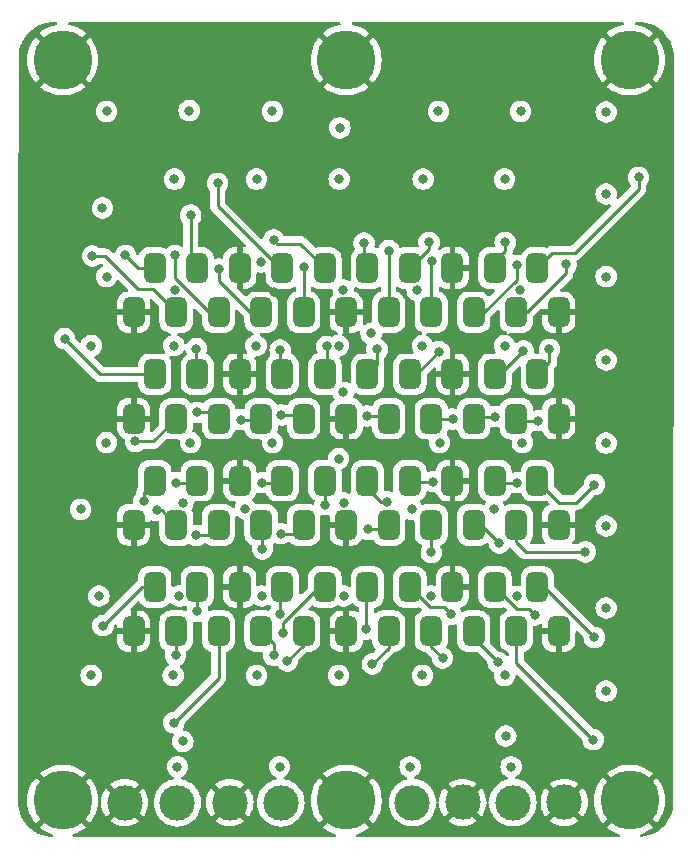
<source format=gbr>
%TF.GenerationSoftware,KiCad,Pcbnew,8.0.5*%
%TF.CreationDate,2024-10-28T15:41:29-10:00*%
%TF.ProjectId,SiPMT.revA,5369504d-542e-4726-9576-412e6b696361,rev?*%
%TF.SameCoordinates,Original*%
%TF.FileFunction,Copper,L1,Top*%
%TF.FilePolarity,Positive*%
%FSLAX46Y46*%
G04 Gerber Fmt 4.6, Leading zero omitted, Abs format (unit mm)*
G04 Created by KiCad (PCBNEW 8.0.5) date 2024-10-28 15:41:29*
%MOMM*%
%LPD*%
G01*
G04 APERTURE LIST*
G04 Aperture macros list*
%AMRoundRect*
0 Rectangle with rounded corners*
0 $1 Rounding radius*
0 $2 $3 $4 $5 $6 $7 $8 $9 X,Y pos of 4 corners*
0 Add a 4 corners polygon primitive as box body*
4,1,4,$2,$3,$4,$5,$6,$7,$8,$9,$2,$3,0*
0 Add four circle primitives for the rounded corners*
1,1,$1+$1,$2,$3*
1,1,$1+$1,$4,$5*
1,1,$1+$1,$6,$7*
1,1,$1+$1,$8,$9*
0 Add four rect primitives between the rounded corners*
20,1,$1+$1,$2,$3,$4,$5,0*
20,1,$1+$1,$4,$5,$6,$7,0*
20,1,$1+$1,$6,$7,$8,$9,0*
20,1,$1+$1,$8,$9,$2,$3,0*%
G04 Aperture macros list end*
%TA.AperFunction,SMDPad,CuDef*%
%ADD10RoundRect,0.450000X0.450000X-0.800000X0.450000X0.800000X-0.450000X0.800000X-0.450000X-0.800000X0*%
%TD*%
%TA.AperFunction,ComponentPad*%
%ADD11C,3.000000*%
%TD*%
%TA.AperFunction,ComponentPad*%
%ADD12C,5.000000*%
%TD*%
%TA.AperFunction,ViaPad*%
%ADD13C,0.800000*%
%TD*%
%TA.AperFunction,Conductor*%
%ADD14C,0.250000*%
%TD*%
G04 APERTURE END LIST*
D10*
%TO.P,c0,1,GND*%
%TO.N,GND*%
X128887500Y-112150000D03*
%TO.P,c0,2,a7*%
%TO.N,/AE0_CH7*%
X130687500Y-108400000D03*
%TO.P,c0,3,b0*%
%TO.N,/AO0_CH0*%
X132487500Y-112150000D03*
%TO.P,c0,4,a6*%
%TO.N,/AE0_CH6*%
X134287500Y-108400000D03*
%TO.P,c0,5,b1*%
%TO.N,/AO0_CH1*%
X136087500Y-112150000D03*
%TO.P,c0,6,GND*%
%TO.N,GND*%
X137887500Y-108400000D03*
%TO.P,c0,7,b2*%
%TO.N,/AO0_CH2*%
X139687500Y-112150000D03*
%TO.P,c0,8,a5*%
%TO.N,/AE0_CH5*%
X141487500Y-108400000D03*
%TO.P,c0,9,b3*%
%TO.N,/AO0_CH3*%
X143287500Y-112150000D03*
%TO.P,c0,10,a4*%
%TO.N,/AE0_CH4*%
X145087500Y-108400000D03*
%TO.P,c0,11,GND*%
%TO.N,GND*%
X146887500Y-112150000D03*
%TO.P,c0,12,a3*%
%TO.N,/AE0_CH3*%
X148687500Y-108400000D03*
%TO.P,c0,13,b4*%
%TO.N,/AO0_CH4*%
X150487500Y-112150000D03*
%TO.P,c0,14,a2*%
%TO.N,/AE0_CH2*%
X152287500Y-108400000D03*
%TO.P,c0,15,b5*%
%TO.N,/AO0_CH5*%
X154087500Y-112150000D03*
%TO.P,c0,16,GND*%
%TO.N,GND*%
X155887500Y-108400000D03*
%TO.P,c0,17,b6*%
%TO.N,/AO0_CH6*%
X157687500Y-112150000D03*
%TO.P,c0,18,a1*%
%TO.N,/AE0_CH1*%
X159487500Y-108400000D03*
%TO.P,c0,19,b7*%
%TO.N,/AO0_CH7*%
X161287500Y-112150000D03*
%TO.P,c0,20,a0*%
%TO.N,/AE0_CH0*%
X163087500Y-108400000D03*
%TO.P,c0,21,GND*%
%TO.N,GND*%
X164887500Y-112150000D03*
%TD*%
D11*
%TO.P,H10,1,1*%
%TO.N,GND*%
X165350000Y-126630000D03*
%TD*%
D10*
%TO.P,c3,1,GND*%
%TO.N,GND*%
X128887500Y-85150000D03*
%TO.P,c3,2,a7*%
%TO.N,/AE3_CH7*%
X130687500Y-81400000D03*
%TO.P,c3,3,b0*%
%TO.N,/AO3_CH0*%
X132487500Y-85150000D03*
%TO.P,c3,4,a6*%
%TO.N,/AE3_CH6*%
X134287500Y-81400000D03*
%TO.P,c3,5,b1*%
%TO.N,/AO3_CH1*%
X136087500Y-85150000D03*
%TO.P,c3,6,GND*%
%TO.N,GND*%
X137887500Y-81400000D03*
%TO.P,c3,7,b2*%
%TO.N,/AO3_CH2*%
X139687500Y-85150000D03*
%TO.P,c3,8,a5*%
%TO.N,/AE3_CH5*%
X141487500Y-81400000D03*
%TO.P,c3,9,b3*%
%TO.N,/AO3_CH3*%
X143287500Y-85150000D03*
%TO.P,c3,10,a4*%
%TO.N,/AE3_CH4*%
X145087500Y-81400000D03*
%TO.P,c3,11,GND*%
%TO.N,GND*%
X146887500Y-85150000D03*
%TO.P,c3,12,a3*%
%TO.N,/AE3_CH3*%
X148687500Y-81400000D03*
%TO.P,c3,13,b4*%
%TO.N,/AO3_CH4*%
X150487500Y-85150000D03*
%TO.P,c3,14,a2*%
%TO.N,/AE3_CH2*%
X152287500Y-81400000D03*
%TO.P,c3,15,b5*%
%TO.N,/AO3_CH5*%
X154087500Y-85150000D03*
%TO.P,c3,16,GND*%
%TO.N,GND*%
X155887500Y-81400000D03*
%TO.P,c3,17,b6*%
%TO.N,/AO3_CH6*%
X157687500Y-85150000D03*
%TO.P,c3,18,a1*%
%TO.N,/AE3_CH1*%
X159487500Y-81400000D03*
%TO.P,c3,19,b7*%
%TO.N,/AO3_CH7*%
X161287500Y-85150000D03*
%TO.P,c3,20,a0*%
%TO.N,/AE3_CH0*%
X163087500Y-81400000D03*
%TO.P,c3,21,GND*%
%TO.N,GND*%
X164887500Y-85150000D03*
%TD*%
%TO.P,c2,1,GND*%
%TO.N,GND*%
X128887500Y-94150000D03*
%TO.P,c2,2,a7*%
%TO.N,/AE2_CH7*%
X130687500Y-90400000D03*
%TO.P,c2,3,b0*%
%TO.N,/AO2_CH0*%
X132487500Y-94150000D03*
%TO.P,c2,4,a6*%
%TO.N,/AE2_CH6*%
X134287500Y-90400000D03*
%TO.P,c2,5,b1*%
%TO.N,/AO2_CH1*%
X136087500Y-94150000D03*
%TO.P,c2,6,GND*%
%TO.N,GND*%
X137887500Y-90400000D03*
%TO.P,c2,7,b2*%
%TO.N,/AO2_CH2*%
X139687500Y-94150000D03*
%TO.P,c2,8,a5*%
%TO.N,/AE2_CH5*%
X141487500Y-90400000D03*
%TO.P,c2,9,b3*%
%TO.N,/AO2_CH3*%
X143287500Y-94150000D03*
%TO.P,c2,10,a4*%
%TO.N,/AE2_CH4*%
X145087500Y-90400000D03*
%TO.P,c2,11,GND*%
%TO.N,GND*%
X146887500Y-94150000D03*
%TO.P,c2,12,a3*%
%TO.N,/AE2_CH3*%
X148687500Y-90400000D03*
%TO.P,c2,13,b4*%
%TO.N,/AO2_CH4*%
X150487500Y-94150000D03*
%TO.P,c2,14,a2*%
%TO.N,/AE2_CH2*%
X152287500Y-90400000D03*
%TO.P,c2,15,b5*%
%TO.N,/AO2_CH5*%
X154087500Y-94150000D03*
%TO.P,c2,16,GND*%
%TO.N,GND*%
X155887500Y-90400000D03*
%TO.P,c2,17,b6*%
%TO.N,/AO2_CH6*%
X157687500Y-94150000D03*
%TO.P,c2,18,a1*%
%TO.N,/AE2_CH1*%
X159487500Y-90400000D03*
%TO.P,c2,19,b7*%
%TO.N,/AO2_CH7*%
X161287500Y-94150000D03*
%TO.P,c2,20,a0*%
%TO.N,/AE2_CH0*%
X163087500Y-90400000D03*
%TO.P,c2,21,GND*%
%TO.N,GND*%
X164887500Y-94150000D03*
%TD*%
D11*
%TO.P,H9,1,1*%
%TO.N,GND*%
X137037500Y-126655000D03*
%TD*%
D12*
%TO.P,H1,1,1*%
%TO.N,GND*%
X122887500Y-63775000D03*
%TD*%
D11*
%TO.P,Q3,1,1*%
%TO.N,+BATT 3*%
X132600000Y-126680000D03*
%TD*%
%TO.P,H7,1,1*%
%TO.N,GND*%
X156750000Y-126630000D03*
%TD*%
%TO.P,Q4,1,1*%
%TO.N,+BATT 4*%
X161000000Y-126655000D03*
%TD*%
D12*
%TO.P,H6,1,1*%
%TO.N,GND*%
X170887500Y-126475000D03*
%TD*%
D10*
%TO.P,c1,1,GND*%
%TO.N,GND*%
X128887500Y-103150000D03*
%TO.P,c1,2,a7*%
%TO.N,/AE1_CH7*%
X130687500Y-99400000D03*
%TO.P,c1,3,b0*%
%TO.N,/AO1_CH0*%
X132487500Y-103150000D03*
%TO.P,c1,4,a6*%
%TO.N,/AE1_CH6*%
X134287500Y-99400000D03*
%TO.P,c1,5,b1*%
%TO.N,/AO1_CH1*%
X136087500Y-103150000D03*
%TO.P,c1,6,GND*%
%TO.N,GND*%
X137887500Y-99400000D03*
%TO.P,c1,7,b2*%
%TO.N,/AO1_CH2*%
X139687500Y-103150000D03*
%TO.P,c1,8,a5*%
%TO.N,/AE1_CH5*%
X141487500Y-99400000D03*
%TO.P,c1,9,b3*%
%TO.N,/AO1_CH3*%
X143287500Y-103150000D03*
%TO.P,c1,10,a4*%
%TO.N,/AE1_CH4*%
X145087500Y-99400000D03*
%TO.P,c1,11,GND*%
%TO.N,GND*%
X146887500Y-103150000D03*
%TO.P,c1,12,a3*%
%TO.N,/AE1_CH3*%
X148687500Y-99400000D03*
%TO.P,c1,13,b4*%
%TO.N,/AO1_CH4*%
X150487500Y-103150000D03*
%TO.P,c1,14,a2*%
%TO.N,/AE1_CH2*%
X152287500Y-99400000D03*
%TO.P,c1,15,b5*%
%TO.N,/AO1_CH5*%
X154087500Y-103150000D03*
%TO.P,c1,16,GND*%
%TO.N,GND*%
X155887500Y-99400000D03*
%TO.P,c1,17,b6*%
%TO.N,/AO1_CH6*%
X157687500Y-103150000D03*
%TO.P,c1,18,a1*%
%TO.N,/AE1_CH1*%
X159487500Y-99400000D03*
%TO.P,c1,19,b7*%
%TO.N,/AO1_CH7*%
X161287500Y-103150000D03*
%TO.P,c1,20,a0*%
%TO.N,/AE1_CH0*%
X163087500Y-99400000D03*
%TO.P,c1,21,GND*%
%TO.N,GND*%
X164887500Y-103150000D03*
%TD*%
D11*
%TO.P,Q2,1,1*%
%TO.N,+BATT 2*%
X141350000Y-126680000D03*
%TD*%
%TO.P,Q1,1,1*%
%TO.N,+BATT 1*%
X152500000Y-126655000D03*
%TD*%
D12*
%TO.P,H3,1,1*%
%TO.N,GND*%
X170887500Y-63775000D03*
%TD*%
%TO.P,H5,1,1*%
%TO.N,GND*%
X146887500Y-126475000D03*
%TD*%
%TO.P,H2,1,1*%
%TO.N,GND*%
X146887500Y-63775000D03*
%TD*%
D11*
%TO.P,H8,1,1*%
%TO.N,GND*%
X128143148Y-126655000D03*
%TD*%
D12*
%TO.P,H4,1,1*%
%TO.N,GND*%
X122887500Y-126475000D03*
%TD*%
D13*
%TO.N,/AE3_CH5*%
X136000000Y-74230000D03*
%TO.N,GND*%
X140800000Y-83430000D03*
%TO.N,+BATT 1*%
X161650000Y-68130000D03*
X154700000Y-68130000D03*
%TO.N,+BATT 2*%
X146350000Y-69530000D03*
X140650000Y-68130000D03*
X126600000Y-68130000D03*
X133600000Y-68080000D03*
X126250000Y-76330000D03*
X132350000Y-73880000D03*
X139300000Y-73880000D03*
X146300000Y-73880000D03*
%TO.N,+BATT 1*%
X153400000Y-73880000D03*
X160300000Y-73880000D03*
%TO.N,GND*%
X156950000Y-116130000D03*
%TO.N,+BATT 1*%
X161600000Y-83280000D03*
X152900000Y-83280000D03*
%TO.N,+BATT 2*%
X146650000Y-83280000D03*
X132373692Y-83278998D03*
X126600000Y-82130000D03*
X125300000Y-87980000D03*
X132300000Y-87980000D03*
X139250000Y-87980000D03*
X146248621Y-87977441D03*
%TO.N,+BATT 1*%
X153350000Y-87980000D03*
X160300000Y-87980000D03*
%TO.N,+BATT 4*%
X161800000Y-96180000D03*
X154800000Y-96180000D03*
%TO.N,+BATT 3*%
X146250000Y-97530000D03*
X140650000Y-96180000D03*
X126587347Y-96192653D03*
X133700000Y-96180000D03*
X124400000Y-101830000D03*
X133052752Y-101303092D03*
X138347230Y-101788168D03*
X146675000Y-101300001D03*
%TO.N,+BATT 4*%
X152450000Y-101830000D03*
X159400000Y-101830000D03*
%TO.N,+BATT 3*%
X125950000Y-109180000D03*
X132750000Y-109180000D03*
X139750000Y-109180000D03*
X146675000Y-109180000D03*
%TO.N,+BATT 4*%
X154100000Y-109180000D03*
X161321403Y-109208597D03*
X160300000Y-115880000D03*
X153350000Y-115880000D03*
%TO.N,+BATT 3*%
X146250000Y-115880000D03*
X139300000Y-115880000D03*
X132250000Y-115880000D03*
%TO.N,/AO0_CH7*%
X167800000Y-121330000D03*
%TO.N,+BATT 4*%
X168900000Y-117230000D03*
X168900000Y-110180000D03*
X168900000Y-103230000D03*
X168900000Y-96230000D03*
%TO.N,+BATT 1*%
X168900000Y-89180000D03*
X168900000Y-82130000D03*
%TO.N,/AE3_CH0*%
X171650000Y-73730000D03*
%TO.N,+BATT 1*%
X168900000Y-75130000D03*
X168900000Y-68180000D03*
%TO.N,GND*%
X153550000Y-76980000D03*
X132400000Y-77930000D03*
X139450000Y-77630000D03*
X146600000Y-77830000D03*
X168150000Y-98280000D03*
X168150000Y-108280000D03*
X167900000Y-119680000D03*
X161250000Y-119680000D03*
X154050000Y-119680000D03*
X146400000Y-119680000D03*
X126200000Y-119680000D03*
X126100000Y-113480000D03*
X126350000Y-106230000D03*
X126050000Y-91930000D03*
X126200000Y-84630000D03*
X125850000Y-77580000D03*
X168150000Y-70830000D03*
X160950000Y-70830000D03*
X154100000Y-70830000D03*
X147000000Y-70830000D03*
X140100000Y-70830000D03*
X133150000Y-70830000D03*
X126050000Y-70780000D03*
X140600000Y-119680000D03*
X164350000Y-116030000D03*
X126100000Y-97980000D03*
X160350000Y-77130000D03*
X167250000Y-77380000D03*
X173750000Y-73080000D03*
X137600000Y-87780000D03*
X168200000Y-85180000D03*
X168000000Y-91580000D03*
%TO.N,+BATT 3*%
X132600000Y-123630000D03*
%TO.N,+BATT 4*%
X160850000Y-123630000D03*
%TO.N,+BATT 1*%
X152300000Y-123630000D03*
%TO.N,+BATT 2*%
X141250000Y-123630000D03*
%TO.N,+BATT 3*%
X125300000Y-115880000D03*
%TO.N,/AE0_CH7*%
X126300000Y-111680000D03*
%TO.N,/AO0_CH0*%
X132450000Y-114180000D03*
%TO.N,/AE0_CH6*%
X134300000Y-110480000D03*
%TO.N,/AO0_CH1*%
X132300000Y-119880000D03*
%TO.N,/AO0_CH2*%
X140750000Y-114180000D03*
%TO.N,/AE0_CH5*%
X141250000Y-110730000D03*
%TO.N,/AO0_CH3*%
X141900000Y-114680000D03*
%TO.N,/AE0_CH4*%
X141550000Y-112330000D03*
%TO.N,/AE0_CH3*%
X148600000Y-111980000D03*
%TO.N,/AO0_CH4*%
X149100000Y-114930000D03*
%TO.N,/AE0_CH2*%
X155750000Y-110730000D03*
%TO.N,/AO0_CH5*%
X155050000Y-114430000D03*
%TO.N,/AO0_CH6*%
X159750000Y-114780000D03*
%TO.N,/AE0_CH1*%
X162850000Y-110780000D03*
%TO.N,/AE0_CH0*%
X167900000Y-112680000D03*
%TO.N,/AE1_CH7*%
X129750000Y-101130000D03*
%TO.N,/AO1_CH0*%
X130850000Y-101930000D03*
%TO.N,/AE1_CH6*%
X132450000Y-99580000D03*
%TO.N,/AO1_CH1*%
X134200000Y-104030000D03*
%TO.N,/AO1_CH2*%
X139800000Y-105180000D03*
%TO.N,/AE1_CH5*%
X139750000Y-99580000D03*
%TO.N,/AO1_CH3*%
X141350000Y-103880000D03*
%TO.N,/AE1_CH4*%
X145100000Y-101430000D03*
%TO.N,/AE1_CH3*%
X150350000Y-101180000D03*
%TO.N,/AO1_CH4*%
X148750000Y-103530000D03*
%TO.N,/AE1_CH2*%
X154250000Y-99480000D03*
%TO.N,/AO1_CH5*%
X154100000Y-105480000D03*
%TO.N,/AO1_CH6*%
X159850000Y-104680000D03*
%TO.N,/AE1_CH1*%
X161350000Y-99580000D03*
%TO.N,/AO1_CH7*%
X167150000Y-105430000D03*
%TO.N,/AE1_CH0*%
X167900000Y-99730000D03*
%TO.N,/AE2_CH7*%
X123050000Y-87380000D03*
%TO.N,/AO2_CH0*%
X129050000Y-96080000D03*
%TO.N,/AE2_CH6*%
X134200000Y-88230000D03*
%TO.N,/AO2_CH1*%
X134300000Y-93630000D03*
%TO.N,/AO2_CH2*%
X137950000Y-94230000D03*
%TO.N,/AE2_CH5*%
X141300000Y-88330000D03*
%TO.N,/AO2_CH3*%
X141400000Y-93830000D03*
%TO.N,/AE2_CH4*%
X145250000Y-88030000D03*
%TO.N,/AE2_CH3*%
X149500000Y-88280000D03*
%TO.N,/AO2_CH4*%
X148650000Y-93930000D03*
%TO.N,/AE2_CH2*%
X154750000Y-88480000D03*
%TO.N,/AO2_CH5*%
X155900000Y-94180000D03*
%TO.N,/AO2_CH6*%
X159500000Y-93980000D03*
%TO.N,/AE2_CH1*%
X161900000Y-88430000D03*
%TO.N,/AO2_CH7*%
X163150000Y-94330000D03*
%TO.N,/AE2_CH0*%
X164100000Y-88280000D03*
%TO.N,/AE3_CH7*%
X128200000Y-80330000D03*
%TO.N,/AO3_CH0*%
X125400000Y-80380000D03*
%TO.N,/AE3_CH6*%
X133725000Y-76930000D03*
%TO.N,/AO3_CH1*%
X132400000Y-80330000D03*
%TO.N,/AO3_CH2*%
X136100000Y-81480000D03*
%TO.N,/AO3_CH3*%
X143300000Y-81280000D03*
%TO.N,/AE3_CH4*%
X140750000Y-79030000D03*
%TO.N,/AE3_CH3*%
X148400000Y-79280000D03*
%TO.N,/AO3_CH4*%
X150500000Y-79930000D03*
%TO.N,/AE3_CH2*%
X153900000Y-79230000D03*
%TO.N,/AO3_CH5*%
X154150000Y-80780000D03*
%TO.N,/AO3_CH6*%
X161350000Y-81180000D03*
%TO.N,/AE3_CH1*%
X160350000Y-79230000D03*
%TO.N,/AO3_CH7*%
X165500000Y-81080000D03*
%TO.N,+BATT 4*%
X160400000Y-121030000D03*
%TO.N,+BATT 3*%
X133050000Y-121480000D03*
%TO.N,+BATT 1*%
X149000000Y-86930000D03*
%TO.N,+BATT 2*%
X146650000Y-91930000D03*
X139700000Y-80880000D03*
%TD*%
D14*
%TO.N,/AE3_CH5*%
X136000000Y-76154695D02*
X136000000Y-74230000D01*
X141245305Y-81400000D02*
X136000000Y-76154695D01*
X141487500Y-81400000D02*
X141245305Y-81400000D01*
%TO.N,/AO0_CH7*%
X161287500Y-112150000D02*
X161287500Y-114817500D01*
X161287500Y-114817500D02*
X167800000Y-121330000D01*
%TO.N,/AE3_CH0*%
X171650000Y-74730000D02*
X171650000Y-73730000D01*
X166250000Y-80130000D02*
X171650000Y-74730000D01*
%TO.N,/AE0_CH7*%
X126300000Y-111680000D02*
X129580000Y-108400000D01*
X129580000Y-108400000D02*
X130687500Y-108400000D01*
%TO.N,/AO0_CH0*%
X132450000Y-114180000D02*
X132450000Y-112187500D01*
X132450000Y-112187500D02*
X132487500Y-112150000D01*
%TO.N,/AE0_CH6*%
X134287500Y-110467500D02*
X134300000Y-110480000D01*
X134287500Y-108400000D02*
X134287500Y-110467500D01*
%TO.N,/AO0_CH1*%
X136087500Y-116092500D02*
X136087500Y-112150000D01*
X132300000Y-119880000D02*
X136087500Y-116092500D01*
%TO.N,/AO0_CH2*%
X140750000Y-113212500D02*
X139687500Y-112150000D01*
X140750000Y-114180000D02*
X140750000Y-113212500D01*
%TO.N,/AE0_CH5*%
X141250000Y-108637500D02*
X141487500Y-108400000D01*
X141250000Y-110730000D02*
X141250000Y-108637500D01*
%TO.N,/AO0_CH3*%
X141900000Y-114680000D02*
X143287500Y-113292500D01*
X143287500Y-113292500D02*
X143287500Y-112150000D01*
%TO.N,/AE0_CH4*%
X144605305Y-108400000D02*
X145087500Y-108400000D01*
X141550000Y-111455305D02*
X144605305Y-108400000D01*
X141550000Y-112330000D02*
X141550000Y-111455305D01*
%TO.N,/AE0_CH3*%
X148600000Y-111980000D02*
X148600000Y-108487500D01*
X148600000Y-108487500D02*
X148687500Y-108400000D01*
%TO.N,/AO0_CH4*%
X150487500Y-113542500D02*
X150487500Y-112150000D01*
X149100000Y-114930000D02*
X150487500Y-113542500D01*
%TO.N,/AE0_CH2*%
X154700000Y-110130000D02*
X155150000Y-110130000D01*
X155150000Y-110130000D02*
X155750000Y-110730000D01*
X154017500Y-110130000D02*
X154700000Y-110130000D01*
X152287500Y-108400000D02*
X154017500Y-110130000D01*
%TO.N,/AO0_CH5*%
X154087500Y-113467500D02*
X154087500Y-112150000D01*
X155050000Y-114430000D02*
X154087500Y-113467500D01*
%TO.N,/AO0_CH6*%
X159750000Y-114780000D02*
X157687500Y-112717500D01*
X157687500Y-112717500D02*
X157687500Y-112150000D01*
%TO.N,/AE0_CH1*%
X161367500Y-110280000D02*
X159487500Y-108400000D01*
X162350000Y-110280000D02*
X161367500Y-110280000D01*
X162850000Y-110780000D02*
X162350000Y-110280000D01*
%TO.N,/AE0_CH0*%
X163087500Y-108400000D02*
X163620000Y-108400000D01*
X163620000Y-108400000D02*
X167900000Y-112680000D01*
%TO.N,/AE1_CH7*%
X129750000Y-101130000D02*
X129750000Y-100337500D01*
X129750000Y-100337500D02*
X130687500Y-99400000D01*
%TO.N,/AO1_CH0*%
X130850000Y-101930000D02*
X131267500Y-101930000D01*
X131267500Y-101930000D02*
X132487500Y-103150000D01*
%TO.N,/AE1_CH6*%
X132450000Y-99580000D02*
X134107500Y-99580000D01*
X134107500Y-99580000D02*
X134287500Y-99400000D01*
%TO.N,/AO1_CH1*%
X135207500Y-104030000D02*
X136087500Y-103150000D01*
X134200000Y-104030000D02*
X135207500Y-104030000D01*
%TO.N,/AO1_CH2*%
X139800000Y-103262500D02*
X139687500Y-103150000D01*
X139800000Y-105180000D02*
X139800000Y-103262500D01*
%TO.N,/AE1_CH5*%
X139750000Y-99580000D02*
X141307500Y-99580000D01*
X141307500Y-99580000D02*
X141487500Y-99400000D01*
%TO.N,/AO1_CH3*%
X141350000Y-103880000D02*
X142557500Y-103880000D01*
X142557500Y-103880000D02*
X143287500Y-103150000D01*
%TO.N,/AE1_CH4*%
X145100000Y-99412500D02*
X145087500Y-99400000D01*
X145100000Y-101430000D02*
X145100000Y-99412500D01*
%TO.N,/AE1_CH3*%
X149850000Y-101180000D02*
X148687500Y-100017500D01*
X150350000Y-101180000D02*
X149850000Y-101180000D01*
X148687500Y-100017500D02*
X148687500Y-99400000D01*
%TO.N,/AO1_CH4*%
X148750000Y-103530000D02*
X150107500Y-103530000D01*
X150107500Y-103530000D02*
X150487500Y-103150000D01*
%TO.N,/AE1_CH2*%
X154250000Y-99480000D02*
X152367500Y-99480000D01*
X152367500Y-99480000D02*
X152287500Y-99400000D01*
%TO.N,/AO1_CH5*%
X154100000Y-103162500D02*
X154087500Y-103150000D01*
X154100000Y-105480000D02*
X154100000Y-103162500D01*
%TO.N,/AO1_CH6*%
X159850000Y-104680000D02*
X158320000Y-103150000D01*
X158320000Y-103150000D02*
X157687500Y-103150000D01*
%TO.N,/AE1_CH1*%
X159667500Y-99580000D02*
X159487500Y-99400000D01*
X161350000Y-99580000D02*
X159667500Y-99580000D01*
%TO.N,/AO1_CH7*%
X161287500Y-104617500D02*
X161287500Y-103150000D01*
X167150000Y-105430000D02*
X162100000Y-105430000D01*
X162100000Y-105430000D02*
X161287500Y-104617500D01*
%TO.N,/AE1_CH0*%
X164950000Y-101262500D02*
X163087500Y-99400000D01*
X164950000Y-101280000D02*
X164950000Y-101262500D01*
X166350000Y-101280000D02*
X164950000Y-101280000D01*
X167900000Y-99730000D02*
X166350000Y-101280000D01*
%TO.N,/AE2_CH7*%
X123050000Y-87380000D02*
X126070000Y-90400000D01*
X126070000Y-90400000D02*
X130687500Y-90400000D01*
%TO.N,/AO2_CH0*%
X130557500Y-96080000D02*
X132487500Y-94150000D01*
X129050000Y-96080000D02*
X130557500Y-96080000D01*
%TO.N,/AE2_CH6*%
X134200000Y-88230000D02*
X134200000Y-90312500D01*
X134200000Y-90312500D02*
X134287500Y-90400000D01*
%TO.N,/AO2_CH1*%
X134300000Y-93630000D02*
X135567500Y-93630000D01*
X135567500Y-93630000D02*
X136087500Y-94150000D01*
%TO.N,/AO2_CH2*%
X137950000Y-94230000D02*
X139607500Y-94230000D01*
X139607500Y-94230000D02*
X139687500Y-94150000D01*
%TO.N,/AE2_CH5*%
X141300000Y-88330000D02*
X141300000Y-90212500D01*
X141300000Y-90212500D02*
X141487500Y-90400000D01*
%TO.N,/AO2_CH3*%
X142967500Y-93830000D02*
X143287500Y-94150000D01*
X141400000Y-93830000D02*
X142967500Y-93830000D01*
%TO.N,/AE2_CH4*%
X145250000Y-88030000D02*
X145250000Y-90237500D01*
X145250000Y-90237500D02*
X145087500Y-90400000D01*
%TO.N,/AE2_CH3*%
X149500000Y-89587500D02*
X148687500Y-90400000D01*
X149500000Y-88280000D02*
X149500000Y-89587500D01*
%TO.N,/AO2_CH4*%
X150267500Y-93930000D02*
X150487500Y-94150000D01*
X148650000Y-93930000D02*
X150267500Y-93930000D01*
%TO.N,/AE2_CH2*%
X152830000Y-90400000D02*
X152287500Y-90400000D01*
X154750000Y-88480000D02*
X152830000Y-90400000D01*
%TO.N,/AO2_CH5*%
X155900000Y-94180000D02*
X154117500Y-94180000D01*
X154117500Y-94180000D02*
X154087500Y-94150000D01*
%TO.N,/AO2_CH6*%
X159500000Y-93980000D02*
X157857500Y-93980000D01*
X157857500Y-93980000D02*
X157687500Y-94150000D01*
%TO.N,/AE2_CH1*%
X161900000Y-88430000D02*
X159930000Y-90400000D01*
X159930000Y-90400000D02*
X159487500Y-90400000D01*
%TO.N,/AO2_CH7*%
X163150000Y-94330000D02*
X161467500Y-94330000D01*
X161467500Y-94330000D02*
X161287500Y-94150000D01*
%TO.N,/AE2_CH0*%
X164100000Y-89387500D02*
X163087500Y-90400000D01*
X164100000Y-88280000D02*
X164100000Y-89387500D01*
%TO.N,/AE3_CH7*%
X128200000Y-80330000D02*
X129270000Y-81400000D01*
X129270000Y-81400000D02*
X130687500Y-81400000D01*
%TO.N,/AO3_CH0*%
X125400000Y-80380000D02*
X126470704Y-80380000D01*
X130517500Y-83180000D02*
X132487500Y-85150000D01*
X129270704Y-83180000D02*
X130517500Y-83180000D01*
X126470704Y-80380000D02*
X129270704Y-83180000D01*
%TO.N,/AE3_CH6*%
X133725000Y-80837500D02*
X134287500Y-81400000D01*
X133725000Y-76930000D02*
X133725000Y-80837500D01*
%TO.N,/AO3_CH1*%
X132400000Y-82280000D02*
X135270000Y-85150000D01*
X132400000Y-80330000D02*
X132400000Y-82280000D01*
X135270000Y-85150000D02*
X136087500Y-85150000D01*
%TO.N,/AO3_CH3*%
X143287500Y-81292500D02*
X143287500Y-85150000D01*
X143300000Y-81280000D02*
X143287500Y-81292500D01*
%TO.N,/AE3_CH4*%
X141050000Y-79330000D02*
X143017500Y-79330000D01*
X140750000Y-79030000D02*
X141050000Y-79330000D01*
X143017500Y-79330000D02*
X145087500Y-81400000D01*
%TO.N,/AE3_CH3*%
X148400000Y-79280000D02*
X148400000Y-81112500D01*
X148400000Y-81112500D02*
X148687500Y-81400000D01*
%TO.N,/AO3_CH4*%
X150487500Y-79942500D02*
X150500000Y-79930000D01*
X150487500Y-81242500D02*
X150487500Y-85150000D01*
X150487500Y-81242500D02*
X150487500Y-79942500D01*
%TO.N,/AE3_CH2*%
X153900000Y-79787500D02*
X152287500Y-81400000D01*
X153900000Y-79230000D02*
X153900000Y-79787500D01*
%TO.N,/AO3_CH5*%
X154087500Y-80842500D02*
X154087500Y-85150000D01*
X154150000Y-80780000D02*
X154087500Y-80842500D01*
%TO.N,/AO3_CH6*%
X161350000Y-81180000D02*
X161350000Y-82380000D01*
X158580000Y-85150000D02*
X157687500Y-85150000D01*
X161350000Y-82380000D02*
X158580000Y-85150000D01*
%TO.N,/AE3_CH1*%
X160350000Y-79980000D02*
X159487500Y-80842500D01*
X160350000Y-79230000D02*
X160350000Y-79980000D01*
X159487500Y-80842500D02*
X159487500Y-81400000D01*
%TO.N,/AO3_CH7*%
X165500000Y-81830000D02*
X162180000Y-85150000D01*
X162180000Y-85150000D02*
X161287500Y-85150000D01*
X165500000Y-81080000D02*
X165500000Y-81830000D01*
%TO.N,/AE3_CH0*%
X164357500Y-80130000D02*
X163087500Y-81400000D01*
X166250000Y-80130000D02*
X164357500Y-80130000D01*
%TO.N,/AO3_CH2*%
X136100000Y-81480000D02*
X136100000Y-82462499D01*
X136100000Y-82462499D02*
X138787501Y-85150000D01*
X138787501Y-85150000D02*
X139687500Y-85150000D01*
%TD*%
%TA.AperFunction,Conductor*%
%TO.N,GND*%
G36*
X122298700Y-60580008D02*
G01*
X122365738Y-60599695D01*
X122411491Y-60652500D01*
X122421432Y-60721659D01*
X122392405Y-60785214D01*
X122333626Y-60822986D01*
X122327292Y-60824666D01*
X122025629Y-60896161D01*
X121697245Y-61015683D01*
X121697239Y-61015685D01*
X121384961Y-61172519D01*
X121092980Y-61364557D01*
X120950319Y-61484264D01*
X120950318Y-61484265D01*
X122197374Y-62731320D01*
X122073180Y-62821554D01*
X121934054Y-62960680D01*
X121843820Y-63084873D01*
X120593648Y-61834701D01*
X120593647Y-61834702D01*
X120585476Y-61843363D01*
X120585472Y-61843368D01*
X120376789Y-62123677D01*
X120202061Y-62426316D01*
X120202055Y-62426329D01*
X120063645Y-62747199D01*
X119963416Y-63081988D01*
X119963414Y-63081997D01*
X119902736Y-63426119D01*
X119902735Y-63426130D01*
X119882416Y-63774996D01*
X119882416Y-63775003D01*
X119902735Y-64123869D01*
X119902736Y-64123880D01*
X119963414Y-64468002D01*
X119963416Y-64468011D01*
X120063645Y-64802800D01*
X120202055Y-65123670D01*
X120202061Y-65123683D01*
X120376789Y-65426322D01*
X120585467Y-65706625D01*
X120593648Y-65715296D01*
X121843819Y-64465124D01*
X121934054Y-64589320D01*
X122073180Y-64728446D01*
X122197373Y-64818678D01*
X120950318Y-66065733D01*
X120950319Y-66065734D01*
X121092984Y-66185445D01*
X121384961Y-66377480D01*
X121697239Y-66534314D01*
X121697245Y-66534316D01*
X122025630Y-66653838D01*
X122025633Y-66653839D01*
X122365671Y-66734429D01*
X122712776Y-66774999D01*
X122712777Y-66775000D01*
X123062223Y-66775000D01*
X123062223Y-66774999D01*
X123409327Y-66734429D01*
X123409329Y-66734429D01*
X123749366Y-66653839D01*
X123749369Y-66653838D01*
X124077754Y-66534316D01*
X124077760Y-66534314D01*
X124390038Y-66377480D01*
X124682009Y-66185449D01*
X124682010Y-66185448D01*
X124824679Y-66065734D01*
X124824680Y-66065733D01*
X123577626Y-64818678D01*
X123701820Y-64728446D01*
X123840946Y-64589320D01*
X123931178Y-64465126D01*
X125181349Y-65715297D01*
X125181351Y-65715296D01*
X125189522Y-65706636D01*
X125189533Y-65706623D01*
X125398210Y-65426322D01*
X125572938Y-65123683D01*
X125572944Y-65123670D01*
X125711354Y-64802800D01*
X125811583Y-64468011D01*
X125811585Y-64468002D01*
X125872263Y-64123880D01*
X125872264Y-64123869D01*
X125892584Y-63775003D01*
X125892584Y-63774996D01*
X125872264Y-63426130D01*
X125872263Y-63426119D01*
X125811585Y-63081997D01*
X125811583Y-63081988D01*
X125711354Y-62747199D01*
X125572944Y-62426329D01*
X125572938Y-62426316D01*
X125398210Y-62123677D01*
X125189532Y-61843374D01*
X125181350Y-61834702D01*
X123931178Y-63084873D01*
X123840946Y-62960680D01*
X123701820Y-62821554D01*
X123577625Y-62731320D01*
X124824680Y-61484265D01*
X124824679Y-61484264D01*
X124682019Y-61364557D01*
X124390038Y-61172519D01*
X124077760Y-61015685D01*
X124077754Y-61015683D01*
X123749369Y-60896161D01*
X123749366Y-60896160D01*
X123447877Y-60824706D01*
X123387184Y-60790091D01*
X123354840Y-60728159D01*
X123361113Y-60658571D01*
X123404013Y-60603422D01*
X123469918Y-60580221D01*
X123476454Y-60580048D01*
X146295253Y-60580825D01*
X146362289Y-60600512D01*
X146408042Y-60653317D01*
X146417983Y-60722476D01*
X146388956Y-60786031D01*
X146330177Y-60823803D01*
X146323843Y-60825482D01*
X146025645Y-60896156D01*
X146025630Y-60896161D01*
X145697245Y-61015683D01*
X145697239Y-61015685D01*
X145384961Y-61172519D01*
X145092980Y-61364557D01*
X144950319Y-61484264D01*
X144950318Y-61484265D01*
X146197374Y-62731320D01*
X146073180Y-62821554D01*
X145934054Y-62960680D01*
X145843820Y-63084873D01*
X144593648Y-61834701D01*
X144593647Y-61834702D01*
X144585476Y-61843363D01*
X144585472Y-61843368D01*
X144376789Y-62123677D01*
X144202061Y-62426316D01*
X144202055Y-62426329D01*
X144063645Y-62747199D01*
X143963416Y-63081988D01*
X143963414Y-63081997D01*
X143902736Y-63426119D01*
X143902735Y-63426130D01*
X143882416Y-63774996D01*
X143882416Y-63775003D01*
X143902735Y-64123869D01*
X143902736Y-64123880D01*
X143963414Y-64468002D01*
X143963416Y-64468011D01*
X144063645Y-64802800D01*
X144202055Y-65123670D01*
X144202061Y-65123683D01*
X144376789Y-65426322D01*
X144585467Y-65706625D01*
X144593648Y-65715296D01*
X145843819Y-64465124D01*
X145934054Y-64589320D01*
X146073180Y-64728446D01*
X146197373Y-64818678D01*
X144950318Y-66065733D01*
X144950319Y-66065734D01*
X145092984Y-66185445D01*
X145384961Y-66377480D01*
X145697239Y-66534314D01*
X145697245Y-66534316D01*
X146025630Y-66653838D01*
X146025633Y-66653839D01*
X146365671Y-66734429D01*
X146712776Y-66774999D01*
X146712777Y-66775000D01*
X147062223Y-66775000D01*
X147062223Y-66774999D01*
X147409327Y-66734429D01*
X147409329Y-66734429D01*
X147749366Y-66653839D01*
X147749369Y-66653838D01*
X148077754Y-66534316D01*
X148077760Y-66534314D01*
X148390038Y-66377480D01*
X148682009Y-66185449D01*
X148682010Y-66185448D01*
X148824679Y-66065734D01*
X148824680Y-66065733D01*
X147577626Y-64818678D01*
X147701820Y-64728446D01*
X147840946Y-64589320D01*
X147931178Y-64465126D01*
X149181349Y-65715297D01*
X149181351Y-65715296D01*
X149189522Y-65706636D01*
X149189533Y-65706623D01*
X149398210Y-65426322D01*
X149572938Y-65123683D01*
X149572944Y-65123670D01*
X149711354Y-64802800D01*
X149811583Y-64468011D01*
X149811585Y-64468002D01*
X149872263Y-64123880D01*
X149872264Y-64123869D01*
X149892584Y-63775003D01*
X149892584Y-63774996D01*
X149872264Y-63426130D01*
X149872263Y-63426119D01*
X149811585Y-63081997D01*
X149811583Y-63081988D01*
X149711354Y-62747199D01*
X149572944Y-62426329D01*
X149572938Y-62426316D01*
X149398210Y-62123677D01*
X149189532Y-61843374D01*
X149181350Y-61834702D01*
X147931178Y-63084873D01*
X147840946Y-62960680D01*
X147701820Y-62821554D01*
X147577625Y-62731320D01*
X148824680Y-61484265D01*
X148824679Y-61484264D01*
X148682019Y-61364557D01*
X148390038Y-61172519D01*
X148077760Y-61015685D01*
X148077754Y-61015683D01*
X147749369Y-60896161D01*
X147749366Y-60896160D01*
X147451327Y-60825524D01*
X147390634Y-60790909D01*
X147358290Y-60728977D01*
X147364563Y-60659389D01*
X147407463Y-60604240D01*
X147473368Y-60581039D01*
X147479917Y-60580866D01*
X170291802Y-60581643D01*
X170358840Y-60601330D01*
X170404593Y-60654135D01*
X170414534Y-60723294D01*
X170385507Y-60786849D01*
X170326728Y-60824621D01*
X170320393Y-60826301D01*
X170025633Y-60896160D01*
X170025630Y-60896161D01*
X169697245Y-61015683D01*
X169697239Y-61015685D01*
X169384961Y-61172519D01*
X169092980Y-61364557D01*
X168950319Y-61484264D01*
X168950318Y-61484265D01*
X170197374Y-62731320D01*
X170073180Y-62821554D01*
X169934054Y-62960680D01*
X169843820Y-63084873D01*
X168593648Y-61834701D01*
X168593647Y-61834702D01*
X168585476Y-61843363D01*
X168585472Y-61843368D01*
X168376789Y-62123677D01*
X168202061Y-62426316D01*
X168202055Y-62426329D01*
X168063645Y-62747199D01*
X167963416Y-63081988D01*
X167963414Y-63081997D01*
X167902736Y-63426119D01*
X167902735Y-63426130D01*
X167882416Y-63774996D01*
X167882416Y-63775003D01*
X167902735Y-64123869D01*
X167902736Y-64123880D01*
X167963414Y-64468002D01*
X167963416Y-64468011D01*
X168063645Y-64802800D01*
X168202055Y-65123670D01*
X168202061Y-65123683D01*
X168376789Y-65426322D01*
X168585467Y-65706625D01*
X168593648Y-65715296D01*
X169843819Y-64465124D01*
X169934054Y-64589320D01*
X170073180Y-64728446D01*
X170197373Y-64818678D01*
X168950318Y-66065733D01*
X168950319Y-66065734D01*
X169092984Y-66185445D01*
X169384961Y-66377480D01*
X169697239Y-66534314D01*
X169697245Y-66534316D01*
X170025630Y-66653838D01*
X170025633Y-66653839D01*
X170365671Y-66734429D01*
X170712776Y-66774999D01*
X170712777Y-66775000D01*
X171062223Y-66775000D01*
X171062223Y-66774999D01*
X171409327Y-66734429D01*
X171409329Y-66734429D01*
X171749366Y-66653839D01*
X171749369Y-66653838D01*
X172077754Y-66534316D01*
X172077760Y-66534314D01*
X172390038Y-66377480D01*
X172682009Y-66185449D01*
X172682010Y-66185448D01*
X172824679Y-66065734D01*
X172824680Y-66065733D01*
X171577626Y-64818678D01*
X171701820Y-64728446D01*
X171840946Y-64589320D01*
X171931178Y-64465126D01*
X173181349Y-65715297D01*
X173181351Y-65715296D01*
X173189522Y-65706636D01*
X173189533Y-65706623D01*
X173398210Y-65426322D01*
X173572938Y-65123683D01*
X173572944Y-65123670D01*
X173711354Y-64802800D01*
X173811583Y-64468011D01*
X173811585Y-64468002D01*
X173872263Y-64123880D01*
X173872264Y-64123869D01*
X173892584Y-63775003D01*
X173892584Y-63774996D01*
X173872264Y-63426130D01*
X173872263Y-63426119D01*
X173811585Y-63081997D01*
X173811583Y-63081988D01*
X173711354Y-62747199D01*
X173572944Y-62426329D01*
X173572938Y-62426316D01*
X173398210Y-62123677D01*
X173189532Y-61843374D01*
X173181350Y-61834702D01*
X171931178Y-63084873D01*
X171840946Y-62960680D01*
X171701820Y-62821554D01*
X171577625Y-62731320D01*
X172824680Y-61484265D01*
X172824679Y-61484264D01*
X172682019Y-61364557D01*
X172390038Y-61172519D01*
X172077760Y-61015685D01*
X172077754Y-61015683D01*
X171749369Y-60896161D01*
X171749370Y-60896161D01*
X171454776Y-60826341D01*
X171394084Y-60791726D01*
X171361740Y-60729794D01*
X171368013Y-60660206D01*
X171410913Y-60605057D01*
X171476818Y-60581856D01*
X171483342Y-60581683D01*
X171747137Y-60581692D01*
X171752958Y-60581831D01*
X171917247Y-60589654D01*
X171929726Y-60590884D01*
X172259861Y-60640431D01*
X172273880Y-60643372D01*
X172595216Y-60730450D01*
X172608800Y-60734989D01*
X172917947Y-60858570D01*
X172930910Y-60864642D01*
X173222096Y-61022192D01*
X173223726Y-61023074D01*
X173235918Y-61030612D01*
X173508498Y-61221779D01*
X173519731Y-61230668D01*
X173768427Y-61452014D01*
X173778554Y-61462135D01*
X174000044Y-61710702D01*
X174008945Y-61721938D01*
X174200261Y-61994394D01*
X174207807Y-62006581D01*
X174366406Y-62299300D01*
X174372494Y-62312277D01*
X174496248Y-62621335D01*
X174500798Y-62634926D01*
X174588064Y-62956213D01*
X174591016Y-62970241D01*
X174640747Y-63300303D01*
X174641989Y-63312842D01*
X174649855Y-63476984D01*
X174649997Y-63483021D01*
X174598309Y-126677150D01*
X174598169Y-126682947D01*
X174590346Y-126847233D01*
X174589113Y-126859739D01*
X174539569Y-127189856D01*
X174536625Y-127203885D01*
X174449550Y-127525211D01*
X174445008Y-127538805D01*
X174321433Y-127847938D01*
X174315352Y-127860919D01*
X174156925Y-128153726D01*
X174149387Y-128165918D01*
X173958220Y-128438498D01*
X173949325Y-128449738D01*
X173736822Y-128688500D01*
X173727997Y-128698415D01*
X173717864Y-128708554D01*
X173469297Y-128930044D01*
X173458061Y-128938945D01*
X173185605Y-129130261D01*
X173173418Y-129137807D01*
X172880699Y-129296406D01*
X172867722Y-129302494D01*
X172558664Y-129426248D01*
X172545073Y-129430798D01*
X172223786Y-129518064D01*
X172209758Y-129521016D01*
X171879696Y-129570747D01*
X171867158Y-129571989D01*
X171857520Y-129572451D01*
X171789615Y-129555999D01*
X171741384Y-129505446D01*
X171728141Y-129436843D01*
X171754090Y-129371970D01*
X171809173Y-129332071D01*
X172077754Y-129234316D01*
X172077760Y-129234314D01*
X172390038Y-129077480D01*
X172682009Y-128885449D01*
X172682010Y-128885448D01*
X172824679Y-128765734D01*
X172824680Y-128765733D01*
X171577626Y-127518678D01*
X171701820Y-127428446D01*
X171840946Y-127289320D01*
X171931178Y-127165126D01*
X173181349Y-128415297D01*
X173181351Y-128415296D01*
X173189522Y-128406636D01*
X173189533Y-128406623D01*
X173398210Y-128126322D01*
X173572938Y-127823683D01*
X173572944Y-127823670D01*
X173711354Y-127502800D01*
X173811583Y-127168011D01*
X173811585Y-127168002D01*
X173872263Y-126823880D01*
X173872264Y-126823869D01*
X173892584Y-126475003D01*
X173892584Y-126474996D01*
X173872264Y-126126130D01*
X173872263Y-126126119D01*
X173811585Y-125781997D01*
X173811583Y-125781988D01*
X173711354Y-125447199D01*
X173572944Y-125126329D01*
X173572938Y-125126316D01*
X173398210Y-124823677D01*
X173189532Y-124543374D01*
X173181350Y-124534702D01*
X171931178Y-125784873D01*
X171840946Y-125660680D01*
X171701820Y-125521554D01*
X171577625Y-125431320D01*
X172824680Y-124184265D01*
X172824679Y-124184264D01*
X172682019Y-124064557D01*
X172390038Y-123872519D01*
X172077760Y-123715685D01*
X172077754Y-123715683D01*
X171749369Y-123596161D01*
X171749366Y-123596160D01*
X171409328Y-123515570D01*
X171062223Y-123475000D01*
X170712777Y-123475000D01*
X170365672Y-123515570D01*
X170365670Y-123515570D01*
X170025633Y-123596160D01*
X170025630Y-123596161D01*
X169697245Y-123715683D01*
X169697239Y-123715685D01*
X169384961Y-123872519D01*
X169092980Y-124064557D01*
X168950319Y-124184264D01*
X168950318Y-124184265D01*
X170197374Y-125431320D01*
X170073180Y-125521554D01*
X169934054Y-125660680D01*
X169843820Y-125784873D01*
X168593648Y-124534701D01*
X168593647Y-124534702D01*
X168585476Y-124543363D01*
X168585472Y-124543368D01*
X168376789Y-124823677D01*
X168202061Y-125126316D01*
X168202055Y-125126329D01*
X168063645Y-125447199D01*
X167963416Y-125781988D01*
X167963414Y-125781997D01*
X167902736Y-126126119D01*
X167902735Y-126126130D01*
X167882416Y-126474996D01*
X167882416Y-126475003D01*
X167902735Y-126823869D01*
X167902736Y-126823880D01*
X167963414Y-127168002D01*
X167963416Y-127168011D01*
X168063645Y-127502800D01*
X168202055Y-127823670D01*
X168202061Y-127823683D01*
X168376789Y-128126322D01*
X168585467Y-128406625D01*
X168593648Y-128415296D01*
X169843819Y-127165124D01*
X169934054Y-127289320D01*
X170073180Y-127428446D01*
X170197373Y-127518678D01*
X168950318Y-128765733D01*
X168950319Y-128765734D01*
X169092984Y-128885445D01*
X169384961Y-129077480D01*
X169697239Y-129234314D01*
X169697245Y-129234316D01*
X169986010Y-129339418D01*
X170042274Y-129380844D01*
X170067210Y-129446113D01*
X170052900Y-129514501D01*
X170003889Y-129564297D01*
X169943596Y-129579940D01*
X147833464Y-129579187D01*
X147766425Y-129559500D01*
X147720672Y-129506695D01*
X147710731Y-129437536D01*
X147739758Y-129373981D01*
X147791058Y-129338665D01*
X148077754Y-129234316D01*
X148077760Y-129234314D01*
X148390038Y-129077480D01*
X148682009Y-128885449D01*
X148682010Y-128885448D01*
X148824679Y-128765734D01*
X148824680Y-128765733D01*
X147577626Y-127518678D01*
X147701820Y-127428446D01*
X147840946Y-127289320D01*
X147931178Y-127165126D01*
X149181349Y-128415297D01*
X149181351Y-128415296D01*
X149189522Y-128406636D01*
X149189533Y-128406623D01*
X149398210Y-128126322D01*
X149572938Y-127823683D01*
X149572944Y-127823670D01*
X149711354Y-127502800D01*
X149811583Y-127168011D01*
X149811585Y-127168002D01*
X149872263Y-126823880D01*
X149872264Y-126823869D01*
X149882100Y-126655000D01*
X150486807Y-126655000D01*
X150505557Y-126929130D01*
X150505558Y-126929132D01*
X150561458Y-127198141D01*
X150561463Y-127198158D01*
X150653476Y-127457056D01*
X150779889Y-127701024D01*
X150779893Y-127701030D01*
X150938340Y-127925499D01*
X150938343Y-127925502D01*
X151125889Y-128126314D01*
X151339031Y-128299718D01*
X151339033Y-128299719D01*
X151339034Y-128299720D01*
X151573801Y-128442485D01*
X151657656Y-128478908D01*
X151825823Y-128551953D01*
X152090404Y-128626085D01*
X152329720Y-128658978D01*
X152362614Y-128663500D01*
X152362615Y-128663500D01*
X152637386Y-128663500D01*
X152666733Y-128659466D01*
X152909596Y-128626085D01*
X153174177Y-128551953D01*
X153409500Y-128449738D01*
X153426198Y-128442485D01*
X153426200Y-128442484D01*
X153660969Y-128299718D01*
X153874111Y-128126314D01*
X154061657Y-127925502D01*
X154220111Y-127701023D01*
X154346523Y-127457058D01*
X154438538Y-127198153D01*
X154438539Y-127198146D01*
X154438541Y-127198141D01*
X154477583Y-127010258D01*
X154494442Y-126929130D01*
X154506380Y-126754599D01*
X154530594Y-126689060D01*
X154586397Y-126647015D01*
X154656073Y-126641815D01*
X154717500Y-126675109D01*
X154751175Y-126736328D01*
X154753775Y-126754216D01*
X154765300Y-126915362D01*
X154826109Y-127194895D01*
X154926091Y-127462958D01*
X155063191Y-127714038D01*
X155063196Y-127714046D01*
X155169882Y-127856561D01*
X155169883Y-127856562D01*
X156072421Y-126954024D01*
X156085359Y-126985258D01*
X156167437Y-127108097D01*
X156271903Y-127212563D01*
X156394742Y-127294641D01*
X156425974Y-127307578D01*
X155523436Y-128210115D01*
X155665960Y-128316807D01*
X155665961Y-128316808D01*
X155917042Y-128453908D01*
X155917041Y-128453908D01*
X156185104Y-128553890D01*
X156464637Y-128614699D01*
X156749999Y-128635109D01*
X156750001Y-128635109D01*
X157035362Y-128614699D01*
X157314895Y-128553890D01*
X157582958Y-128453908D01*
X157834047Y-128316803D01*
X157976561Y-128210116D01*
X157976562Y-128210115D01*
X157074025Y-127307577D01*
X157105258Y-127294641D01*
X157228097Y-127212563D01*
X157332563Y-127108097D01*
X157414641Y-126985258D01*
X157427578Y-126954025D01*
X158330115Y-127856562D01*
X158330116Y-127856561D01*
X158436803Y-127714047D01*
X158573908Y-127462958D01*
X158673890Y-127194895D01*
X158734699Y-126915362D01*
X158734699Y-126915361D01*
X158746224Y-126754217D01*
X158770640Y-126688752D01*
X158826574Y-126646880D01*
X158896265Y-126641896D01*
X158957589Y-126675380D01*
X158991074Y-126736703D01*
X158993619Y-126754599D01*
X159005558Y-126929131D01*
X159005558Y-126929132D01*
X159061458Y-127198141D01*
X159061463Y-127198158D01*
X159153476Y-127457056D01*
X159279889Y-127701024D01*
X159279893Y-127701030D01*
X159438340Y-127925499D01*
X159438343Y-127925502D01*
X159625889Y-128126314D01*
X159839031Y-128299718D01*
X159839033Y-128299719D01*
X159839034Y-128299720D01*
X160073801Y-128442485D01*
X160157656Y-128478908D01*
X160325823Y-128551953D01*
X160590404Y-128626085D01*
X160829720Y-128658978D01*
X160862614Y-128663500D01*
X160862615Y-128663500D01*
X161137386Y-128663500D01*
X161166733Y-128659466D01*
X161409596Y-128626085D01*
X161674177Y-128551953D01*
X161909500Y-128449738D01*
X161926198Y-128442485D01*
X161926200Y-128442484D01*
X162160969Y-128299718D01*
X162374111Y-128126314D01*
X162561657Y-127925502D01*
X162720111Y-127701023D01*
X162846523Y-127457058D01*
X162938538Y-127198153D01*
X162938539Y-127198146D01*
X162938541Y-127198141D01*
X162977583Y-127010258D01*
X162994442Y-126929130D01*
X163013193Y-126655000D01*
X163011483Y-126629998D01*
X163344891Y-126629998D01*
X163344891Y-126630001D01*
X163365300Y-126915362D01*
X163426109Y-127194895D01*
X163526091Y-127462958D01*
X163663191Y-127714038D01*
X163663196Y-127714046D01*
X163769882Y-127856561D01*
X163769883Y-127856562D01*
X164672421Y-126954024D01*
X164685359Y-126985258D01*
X164767437Y-127108097D01*
X164871903Y-127212563D01*
X164994742Y-127294641D01*
X165025974Y-127307578D01*
X164123436Y-128210115D01*
X164265960Y-128316807D01*
X164265961Y-128316808D01*
X164517042Y-128453908D01*
X164517041Y-128453908D01*
X164785104Y-128553890D01*
X165064637Y-128614699D01*
X165349999Y-128635109D01*
X165350001Y-128635109D01*
X165635362Y-128614699D01*
X165914895Y-128553890D01*
X166182958Y-128453908D01*
X166434047Y-128316803D01*
X166576561Y-128210116D01*
X166576562Y-128210115D01*
X165674025Y-127307577D01*
X165705258Y-127294641D01*
X165828097Y-127212563D01*
X165932563Y-127108097D01*
X166014641Y-126985258D01*
X166027578Y-126954025D01*
X166930115Y-127856562D01*
X166930116Y-127856561D01*
X167036803Y-127714047D01*
X167173908Y-127462958D01*
X167273890Y-127194895D01*
X167334699Y-126915362D01*
X167355109Y-126630001D01*
X167355109Y-126629998D01*
X167334699Y-126344637D01*
X167273890Y-126065104D01*
X167173908Y-125797041D01*
X167036808Y-125545961D01*
X167036807Y-125545960D01*
X166930115Y-125403436D01*
X166027577Y-126305973D01*
X166014641Y-126274742D01*
X165932563Y-126151903D01*
X165828097Y-126047437D01*
X165705258Y-125965359D01*
X165674024Y-125952421D01*
X166576562Y-125049883D01*
X166576561Y-125049882D01*
X166434046Y-124943196D01*
X166434038Y-124943191D01*
X166182957Y-124806091D01*
X166182958Y-124806091D01*
X165914895Y-124706109D01*
X165635362Y-124645300D01*
X165350001Y-124624891D01*
X165349999Y-124624891D01*
X165064637Y-124645300D01*
X164785104Y-124706109D01*
X164517041Y-124806091D01*
X164265961Y-124943191D01*
X164265953Y-124943196D01*
X164123437Y-125049882D01*
X164123436Y-125049883D01*
X165025975Y-125952421D01*
X164994742Y-125965359D01*
X164871903Y-126047437D01*
X164767437Y-126151903D01*
X164685359Y-126274742D01*
X164672421Y-126305974D01*
X163769883Y-125403436D01*
X163769882Y-125403437D01*
X163663196Y-125545953D01*
X163663191Y-125545961D01*
X163526091Y-125797041D01*
X163426109Y-126065104D01*
X163365300Y-126344637D01*
X163344891Y-126629998D01*
X163011483Y-126629998D01*
X162994442Y-126380870D01*
X162946862Y-126151903D01*
X162938541Y-126111858D01*
X162938536Y-126111841D01*
X162846523Y-125852943D01*
X162846523Y-125852942D01*
X162720111Y-125608977D01*
X162720110Y-125608975D01*
X162720106Y-125608969D01*
X162561659Y-125384500D01*
X162543031Y-125364555D01*
X162374111Y-125183686D01*
X162160969Y-125010282D01*
X162160967Y-125010281D01*
X162160965Y-125010279D01*
X161926198Y-124867514D01*
X161674178Y-124758047D01*
X161409602Y-124683916D01*
X161409596Y-124683915D01*
X161310870Y-124670345D01*
X161247136Y-124641715D01*
X161208998Y-124583172D01*
X161208565Y-124513304D01*
X161245974Y-124454292D01*
X161277314Y-124434224D01*
X161306752Y-124421118D01*
X161461253Y-124308866D01*
X161589040Y-124166944D01*
X161684527Y-124001556D01*
X161743542Y-123819928D01*
X161763504Y-123630000D01*
X161743542Y-123440072D01*
X161684527Y-123258444D01*
X161589040Y-123093056D01*
X161461253Y-122951134D01*
X161306752Y-122838882D01*
X161132288Y-122761206D01*
X161132286Y-122761205D01*
X160945487Y-122721500D01*
X160754513Y-122721500D01*
X160567714Y-122761205D01*
X160393246Y-122838883D01*
X160238745Y-122951135D01*
X160110959Y-123093057D01*
X160015473Y-123258443D01*
X160015470Y-123258450D01*
X159956459Y-123440068D01*
X159956458Y-123440072D01*
X159936496Y-123630000D01*
X159956458Y-123819928D01*
X159956459Y-123819931D01*
X160015470Y-124001549D01*
X160015473Y-124001556D01*
X160110960Y-124166944D01*
X160238747Y-124308866D01*
X160393248Y-124421118D01*
X160517471Y-124476425D01*
X160570709Y-124521676D01*
X160591030Y-124588525D01*
X160571985Y-124655748D01*
X160519619Y-124702004D01*
X160500491Y-124709107D01*
X160325821Y-124758047D01*
X160073801Y-124867514D01*
X159839034Y-125010279D01*
X159625892Y-125183683D01*
X159438340Y-125384500D01*
X159279893Y-125608969D01*
X159279889Y-125608975D01*
X159153476Y-125852943D01*
X159061463Y-126111841D01*
X159061458Y-126111858D01*
X159005558Y-126380867D01*
X159005557Y-126380869D01*
X158995368Y-126529841D01*
X158971154Y-126595381D01*
X158915351Y-126637426D01*
X158845675Y-126642626D01*
X158784248Y-126609332D01*
X158750573Y-126548113D01*
X158747973Y-126530225D01*
X158734699Y-126344637D01*
X158673890Y-126065104D01*
X158573908Y-125797041D01*
X158436808Y-125545961D01*
X158436807Y-125545960D01*
X158330115Y-125403436D01*
X157427577Y-126305973D01*
X157414641Y-126274742D01*
X157332563Y-126151903D01*
X157228097Y-126047437D01*
X157105258Y-125965359D01*
X157074024Y-125952421D01*
X157976562Y-125049883D01*
X157976561Y-125049882D01*
X157834046Y-124943196D01*
X157834038Y-124943191D01*
X157582957Y-124806091D01*
X157582958Y-124806091D01*
X157314895Y-124706109D01*
X157035362Y-124645300D01*
X156750001Y-124624891D01*
X156749999Y-124624891D01*
X156464637Y-124645300D01*
X156185104Y-124706109D01*
X155917041Y-124806091D01*
X155665961Y-124943191D01*
X155665953Y-124943196D01*
X155523437Y-125049882D01*
X155523436Y-125049883D01*
X156425975Y-125952421D01*
X156394742Y-125965359D01*
X156271903Y-126047437D01*
X156167437Y-126151903D01*
X156085359Y-126274742D01*
X156072421Y-126305974D01*
X155169883Y-125403436D01*
X155169882Y-125403437D01*
X155063196Y-125545953D01*
X155063191Y-125545961D01*
X154926091Y-125797041D01*
X154826109Y-126065104D01*
X154765300Y-126344637D01*
X154752026Y-126530226D01*
X154727609Y-126595690D01*
X154671675Y-126637561D01*
X154601983Y-126642545D01*
X154540660Y-126609060D01*
X154507176Y-126547736D01*
X154504632Y-126529851D01*
X154494442Y-126380870D01*
X154446862Y-126151903D01*
X154438541Y-126111858D01*
X154438536Y-126111841D01*
X154346523Y-125852943D01*
X154346523Y-125852942D01*
X154220111Y-125608977D01*
X154220110Y-125608975D01*
X154220106Y-125608969D01*
X154061659Y-125384500D01*
X154043031Y-125364555D01*
X153874111Y-125183686D01*
X153660969Y-125010282D01*
X153660967Y-125010281D01*
X153660965Y-125010279D01*
X153426198Y-124867514D01*
X153174178Y-124758047D01*
X152909602Y-124683916D01*
X152909597Y-124683915D01*
X152909596Y-124683915D01*
X152849105Y-124675600D01*
X152772666Y-124665094D01*
X152708931Y-124636464D01*
X152670793Y-124577921D01*
X152670359Y-124508053D01*
X152707768Y-124449042D01*
X152739114Y-124428970D01*
X152756752Y-124421118D01*
X152911253Y-124308866D01*
X153039040Y-124166944D01*
X153134527Y-124001556D01*
X153193542Y-123819928D01*
X153213504Y-123630000D01*
X153193542Y-123440072D01*
X153134527Y-123258444D01*
X153039040Y-123093056D01*
X152911253Y-122951134D01*
X152756752Y-122838882D01*
X152582288Y-122761206D01*
X152582286Y-122761205D01*
X152395487Y-122721500D01*
X152204513Y-122721500D01*
X152017714Y-122761205D01*
X151843246Y-122838883D01*
X151688745Y-122951135D01*
X151560959Y-123093057D01*
X151465473Y-123258443D01*
X151465470Y-123258450D01*
X151406459Y-123440068D01*
X151406458Y-123440072D01*
X151386496Y-123630000D01*
X151406458Y-123819928D01*
X151406459Y-123819931D01*
X151465470Y-124001549D01*
X151465473Y-124001556D01*
X151560960Y-124166944D01*
X151688747Y-124308866D01*
X151843248Y-124421118D01*
X151986784Y-124485024D01*
X152040020Y-124530273D01*
X152060342Y-124597122D01*
X152041297Y-124664346D01*
X151988931Y-124710602D01*
X151969803Y-124717705D01*
X151825821Y-124758047D01*
X151573801Y-124867514D01*
X151339034Y-125010279D01*
X151125892Y-125183683D01*
X150938340Y-125384500D01*
X150779893Y-125608969D01*
X150779889Y-125608975D01*
X150653476Y-125852943D01*
X150561463Y-126111841D01*
X150561458Y-126111858D01*
X150505558Y-126380867D01*
X150505557Y-126380869D01*
X150486807Y-126655000D01*
X149882100Y-126655000D01*
X149892584Y-126475003D01*
X149892584Y-126474996D01*
X149872264Y-126126130D01*
X149872263Y-126126119D01*
X149811585Y-125781997D01*
X149811583Y-125781988D01*
X149711354Y-125447199D01*
X149572944Y-125126329D01*
X149572938Y-125126316D01*
X149398210Y-124823677D01*
X149189532Y-124543374D01*
X149181350Y-124534702D01*
X147931178Y-125784873D01*
X147840946Y-125660680D01*
X147701820Y-125521554D01*
X147577625Y-125431320D01*
X148824680Y-124184265D01*
X148824679Y-124184264D01*
X148682019Y-124064557D01*
X148390038Y-123872519D01*
X148077760Y-123715685D01*
X148077754Y-123715683D01*
X147749369Y-123596161D01*
X147749366Y-123596160D01*
X147409328Y-123515570D01*
X147062223Y-123475000D01*
X146712777Y-123475000D01*
X146365672Y-123515570D01*
X146365670Y-123515570D01*
X146025633Y-123596160D01*
X146025630Y-123596161D01*
X145697245Y-123715683D01*
X145697239Y-123715685D01*
X145384961Y-123872519D01*
X145092980Y-124064557D01*
X144950319Y-124184264D01*
X144950318Y-124184265D01*
X146197374Y-125431320D01*
X146073180Y-125521554D01*
X145934054Y-125660680D01*
X145843820Y-125784873D01*
X144593648Y-124534701D01*
X144593647Y-124534702D01*
X144585476Y-124543363D01*
X144585472Y-124543368D01*
X144376789Y-124823677D01*
X144202061Y-125126316D01*
X144202055Y-125126329D01*
X144063645Y-125447199D01*
X143963416Y-125781988D01*
X143963414Y-125781997D01*
X143902736Y-126126119D01*
X143902735Y-126126130D01*
X143882416Y-126474996D01*
X143882416Y-126475003D01*
X143902735Y-126823869D01*
X143902736Y-126823880D01*
X143963414Y-127168002D01*
X143963416Y-127168011D01*
X144063645Y-127502800D01*
X144202055Y-127823670D01*
X144202061Y-127823683D01*
X144376789Y-128126322D01*
X144585467Y-128406625D01*
X144593648Y-128415296D01*
X145843819Y-127165124D01*
X145934054Y-127289320D01*
X146073180Y-127428446D01*
X146197373Y-127518678D01*
X144950318Y-128765733D01*
X144950319Y-128765734D01*
X145092984Y-128885445D01*
X145384961Y-129077480D01*
X145697239Y-129234314D01*
X145697245Y-129234316D01*
X145983764Y-129338600D01*
X146040028Y-129380026D01*
X146064964Y-129445295D01*
X146050654Y-129513683D01*
X146001643Y-129563479D01*
X145941350Y-129579122D01*
X123835710Y-129578369D01*
X123768671Y-129558682D01*
X123722918Y-129505877D01*
X123712977Y-129436718D01*
X123742004Y-129373163D01*
X123793304Y-129337847D01*
X124077754Y-129234316D01*
X124077760Y-129234314D01*
X124390038Y-129077480D01*
X124682009Y-128885449D01*
X124682010Y-128885448D01*
X124824679Y-128765734D01*
X124824680Y-128765733D01*
X123577626Y-127518678D01*
X123701820Y-127428446D01*
X123840946Y-127289320D01*
X123931178Y-127165126D01*
X125181349Y-128415297D01*
X125181351Y-128415296D01*
X125189522Y-128406636D01*
X125189533Y-128406623D01*
X125398210Y-128126322D01*
X125572938Y-127823683D01*
X125572944Y-127823670D01*
X125711354Y-127502800D01*
X125811583Y-127168011D01*
X125811585Y-127168002D01*
X125872263Y-126823880D01*
X125872264Y-126823869D01*
X125882100Y-126654998D01*
X126138039Y-126654998D01*
X126138039Y-126655001D01*
X126158448Y-126940362D01*
X126219257Y-127219895D01*
X126319239Y-127487958D01*
X126456339Y-127739038D01*
X126456344Y-127739046D01*
X126563030Y-127881561D01*
X126563031Y-127881562D01*
X127465569Y-126979024D01*
X127478507Y-127010258D01*
X127560585Y-127133097D01*
X127665051Y-127237563D01*
X127787890Y-127319641D01*
X127819122Y-127332578D01*
X126916584Y-128235115D01*
X127059108Y-128341807D01*
X127059109Y-128341808D01*
X127310190Y-128478908D01*
X127310189Y-128478908D01*
X127578252Y-128578890D01*
X127857785Y-128639699D01*
X128143147Y-128660109D01*
X128143149Y-128660109D01*
X128428510Y-128639699D01*
X128708043Y-128578890D01*
X128976106Y-128478908D01*
X129227195Y-128341803D01*
X129369709Y-128235116D01*
X129369710Y-128235115D01*
X128467173Y-127332577D01*
X128498406Y-127319641D01*
X128621245Y-127237563D01*
X128725711Y-127133097D01*
X128807789Y-127010258D01*
X128820726Y-126979025D01*
X129723263Y-127881562D01*
X129723264Y-127881561D01*
X129829951Y-127739047D01*
X129967056Y-127487958D01*
X130067038Y-127219895D01*
X130127847Y-126940362D01*
X130146469Y-126680000D01*
X130586807Y-126680000D01*
X130605557Y-126954130D01*
X130605558Y-126954132D01*
X130661458Y-127223141D01*
X130661463Y-127223158D01*
X130753476Y-127482056D01*
X130879889Y-127726024D01*
X130879893Y-127726030D01*
X131038340Y-127950499D01*
X131038343Y-127950502D01*
X131225889Y-128151314D01*
X131439031Y-128324718D01*
X131439033Y-128324719D01*
X131439034Y-128324720D01*
X131673801Y-128467485D01*
X131868265Y-128551952D01*
X131925823Y-128576953D01*
X132190404Y-128651085D01*
X132429720Y-128683978D01*
X132462614Y-128688500D01*
X132462615Y-128688500D01*
X132737386Y-128688500D01*
X132766733Y-128684466D01*
X133009596Y-128651085D01*
X133274177Y-128576953D01*
X133526200Y-128467484D01*
X133760969Y-128324718D01*
X133974111Y-128151314D01*
X134161657Y-127950502D01*
X134320111Y-127726023D01*
X134446523Y-127482058D01*
X134538538Y-127223153D01*
X134538539Y-127223146D01*
X134538541Y-127223141D01*
X134582778Y-127010258D01*
X134594442Y-126954130D01*
X134613193Y-126680000D01*
X134611483Y-126654998D01*
X135032391Y-126654998D01*
X135032391Y-126655001D01*
X135052800Y-126940362D01*
X135113609Y-127219895D01*
X135213591Y-127487958D01*
X135350691Y-127739038D01*
X135350696Y-127739046D01*
X135457382Y-127881561D01*
X135457383Y-127881562D01*
X136359921Y-126979024D01*
X136372859Y-127010258D01*
X136454937Y-127133097D01*
X136559403Y-127237563D01*
X136682242Y-127319641D01*
X136713474Y-127332578D01*
X135810936Y-128235115D01*
X135953460Y-128341807D01*
X135953461Y-128341808D01*
X136204542Y-128478908D01*
X136204541Y-128478908D01*
X136472604Y-128578890D01*
X136752137Y-128639699D01*
X137037499Y-128660109D01*
X137037501Y-128660109D01*
X137322862Y-128639699D01*
X137602395Y-128578890D01*
X137870458Y-128478908D01*
X138121547Y-128341803D01*
X138264061Y-128235116D01*
X138264062Y-128235115D01*
X137361525Y-127332577D01*
X137392758Y-127319641D01*
X137515597Y-127237563D01*
X137620063Y-127133097D01*
X137702141Y-127010258D01*
X137715078Y-126979025D01*
X138617615Y-127881562D01*
X138617616Y-127881561D01*
X138724303Y-127739047D01*
X138861408Y-127487958D01*
X138961390Y-127219895D01*
X139022199Y-126940362D01*
X139040821Y-126680000D01*
X139336807Y-126680000D01*
X139355557Y-126954130D01*
X139355558Y-126954132D01*
X139411458Y-127223141D01*
X139411463Y-127223158D01*
X139503476Y-127482056D01*
X139629889Y-127726024D01*
X139629893Y-127726030D01*
X139788340Y-127950499D01*
X139788343Y-127950502D01*
X139975889Y-128151314D01*
X140189031Y-128324718D01*
X140189033Y-128324719D01*
X140189034Y-128324720D01*
X140423801Y-128467485D01*
X140618265Y-128551952D01*
X140675823Y-128576953D01*
X140940404Y-128651085D01*
X141179720Y-128683978D01*
X141212614Y-128688500D01*
X141212615Y-128688500D01*
X141487386Y-128688500D01*
X141516733Y-128684466D01*
X141759596Y-128651085D01*
X142024177Y-128576953D01*
X142276200Y-128467484D01*
X142510969Y-128324718D01*
X142724111Y-128151314D01*
X142911657Y-127950502D01*
X143070111Y-127726023D01*
X143196523Y-127482058D01*
X143288538Y-127223153D01*
X143288539Y-127223146D01*
X143288541Y-127223141D01*
X143332778Y-127010258D01*
X143344442Y-126954130D01*
X143363193Y-126680000D01*
X143344442Y-126405870D01*
X143317193Y-126274742D01*
X143288541Y-126136858D01*
X143288536Y-126136841D01*
X143216383Y-125933822D01*
X143196523Y-125877942D01*
X143070111Y-125633977D01*
X143070110Y-125633975D01*
X143070106Y-125633969D01*
X142911659Y-125409500D01*
X142824877Y-125316580D01*
X142724111Y-125208686D01*
X142510969Y-125035282D01*
X142510967Y-125035281D01*
X142510965Y-125035279D01*
X142276198Y-124892514D01*
X142024178Y-124783047D01*
X141759602Y-124708916D01*
X141759596Y-124708915D01*
X141656170Y-124694699D01*
X141592436Y-124666069D01*
X141554298Y-124607526D01*
X141553865Y-124537658D01*
X141591274Y-124478646D01*
X141622617Y-124458576D01*
X141706752Y-124421118D01*
X141861253Y-124308866D01*
X141989040Y-124166944D01*
X142084527Y-124001556D01*
X142143542Y-123819928D01*
X142163504Y-123630000D01*
X142143542Y-123440072D01*
X142084527Y-123258444D01*
X141989040Y-123093056D01*
X141861253Y-122951134D01*
X141706752Y-122838882D01*
X141532288Y-122761206D01*
X141532286Y-122761205D01*
X141345487Y-122721500D01*
X141154513Y-122721500D01*
X140967714Y-122761205D01*
X140793246Y-122838883D01*
X140638745Y-122951135D01*
X140510959Y-123093057D01*
X140415473Y-123258443D01*
X140415470Y-123258450D01*
X140356459Y-123440068D01*
X140356458Y-123440072D01*
X140336496Y-123630000D01*
X140356458Y-123819928D01*
X140356459Y-123819931D01*
X140415470Y-124001549D01*
X140415473Y-124001556D01*
X140510960Y-124166944D01*
X140638747Y-124308866D01*
X140793248Y-124421118D01*
X140932624Y-124483172D01*
X140985859Y-124528420D01*
X141006181Y-124595269D01*
X140987136Y-124662493D01*
X140934770Y-124708749D01*
X140915642Y-124715852D01*
X140675821Y-124783047D01*
X140423801Y-124892514D01*
X140189034Y-125035279D01*
X139975892Y-125208683D01*
X139788340Y-125409500D01*
X139629893Y-125633969D01*
X139629889Y-125633975D01*
X139503476Y-125877943D01*
X139411463Y-126136841D01*
X139411458Y-126136858D01*
X139355558Y-126405867D01*
X139355557Y-126405869D01*
X139336807Y-126680000D01*
X139040821Y-126680000D01*
X139042609Y-126655001D01*
X139042609Y-126654998D01*
X139022199Y-126369637D01*
X138961390Y-126090104D01*
X138861408Y-125822041D01*
X138724308Y-125570961D01*
X138724307Y-125570960D01*
X138617615Y-125428436D01*
X137715077Y-126330973D01*
X137702141Y-126299742D01*
X137620063Y-126176903D01*
X137515597Y-126072437D01*
X137392758Y-125990359D01*
X137361524Y-125977421D01*
X138264062Y-125074883D01*
X138264061Y-125074882D01*
X138121546Y-124968196D01*
X138121538Y-124968191D01*
X137870457Y-124831091D01*
X137870458Y-124831091D01*
X137602395Y-124731109D01*
X137322862Y-124670300D01*
X137037501Y-124649891D01*
X137037499Y-124649891D01*
X136752137Y-124670300D01*
X136472604Y-124731109D01*
X136204541Y-124831091D01*
X135953461Y-124968191D01*
X135953453Y-124968196D01*
X135810937Y-125074882D01*
X135810936Y-125074883D01*
X136713475Y-125977421D01*
X136682242Y-125990359D01*
X136559403Y-126072437D01*
X136454937Y-126176903D01*
X136372859Y-126299742D01*
X136359921Y-126330974D01*
X135457383Y-125428436D01*
X135457382Y-125428437D01*
X135350696Y-125570953D01*
X135350691Y-125570961D01*
X135213591Y-125822041D01*
X135113609Y-126090104D01*
X135052800Y-126369637D01*
X135032391Y-126654998D01*
X134611483Y-126654998D01*
X134594442Y-126405870D01*
X134567193Y-126274742D01*
X134538541Y-126136858D01*
X134538536Y-126136841D01*
X134466383Y-125933822D01*
X134446523Y-125877942D01*
X134320111Y-125633977D01*
X134320110Y-125633975D01*
X134320106Y-125633969D01*
X134161659Y-125409500D01*
X134074877Y-125316580D01*
X133974111Y-125208686D01*
X133760969Y-125035282D01*
X133760967Y-125035281D01*
X133760965Y-125035279D01*
X133526198Y-124892514D01*
X133274178Y-124783047D01*
X133009602Y-124708916D01*
X133009596Y-124708915D01*
X133008388Y-124708749D01*
X132982580Y-124705201D01*
X132918847Y-124676572D01*
X132880709Y-124618029D01*
X132880276Y-124548160D01*
X132917685Y-124489149D01*
X132949027Y-124469079D01*
X133056752Y-124421118D01*
X133211253Y-124308866D01*
X133339040Y-124166944D01*
X133434527Y-124001556D01*
X133493542Y-123819928D01*
X133513504Y-123630000D01*
X133493542Y-123440072D01*
X133434527Y-123258444D01*
X133339040Y-123093056D01*
X133211253Y-122951134D01*
X133056752Y-122838882D01*
X132882288Y-122761206D01*
X132882286Y-122761205D01*
X132695487Y-122721500D01*
X132504513Y-122721500D01*
X132317714Y-122761205D01*
X132143246Y-122838883D01*
X131988745Y-122951135D01*
X131860959Y-123093057D01*
X131765473Y-123258443D01*
X131765470Y-123258450D01*
X131706459Y-123440068D01*
X131706458Y-123440072D01*
X131686496Y-123630000D01*
X131706458Y-123819928D01*
X131706459Y-123819931D01*
X131765470Y-124001549D01*
X131765473Y-124001556D01*
X131860960Y-124166944D01*
X131988747Y-124308866D01*
X132143248Y-124421118D01*
X132250967Y-124469077D01*
X132304205Y-124514328D01*
X132324526Y-124581177D01*
X132305481Y-124648400D01*
X132253115Y-124694656D01*
X132217418Y-124705202D01*
X132190403Y-124708915D01*
X132190397Y-124708916D01*
X131925821Y-124783047D01*
X131673801Y-124892514D01*
X131439034Y-125035279D01*
X131225892Y-125208683D01*
X131038340Y-125409500D01*
X130879893Y-125633969D01*
X130879889Y-125633975D01*
X130753476Y-125877943D01*
X130661463Y-126136841D01*
X130661458Y-126136858D01*
X130605558Y-126405867D01*
X130605557Y-126405869D01*
X130586807Y-126680000D01*
X130146469Y-126680000D01*
X130148257Y-126655001D01*
X130148257Y-126654998D01*
X130127847Y-126369637D01*
X130067038Y-126090104D01*
X129967056Y-125822041D01*
X129829956Y-125570961D01*
X129829955Y-125570960D01*
X129723263Y-125428436D01*
X128820725Y-126330973D01*
X128807789Y-126299742D01*
X128725711Y-126176903D01*
X128621245Y-126072437D01*
X128498406Y-125990359D01*
X128467172Y-125977421D01*
X129369710Y-125074883D01*
X129369709Y-125074882D01*
X129227194Y-124968196D01*
X129227186Y-124968191D01*
X128976105Y-124831091D01*
X128976106Y-124831091D01*
X128708043Y-124731109D01*
X128428510Y-124670300D01*
X128143149Y-124649891D01*
X128143147Y-124649891D01*
X127857785Y-124670300D01*
X127578252Y-124731109D01*
X127310189Y-124831091D01*
X127059109Y-124968191D01*
X127059101Y-124968196D01*
X126916585Y-125074882D01*
X126916584Y-125074883D01*
X127819123Y-125977421D01*
X127787890Y-125990359D01*
X127665051Y-126072437D01*
X127560585Y-126176903D01*
X127478507Y-126299742D01*
X127465569Y-126330974D01*
X126563031Y-125428436D01*
X126563030Y-125428437D01*
X126456344Y-125570953D01*
X126456339Y-125570961D01*
X126319239Y-125822041D01*
X126219257Y-126090104D01*
X126158448Y-126369637D01*
X126138039Y-126654998D01*
X125882100Y-126654998D01*
X125892584Y-126475003D01*
X125892584Y-126474996D01*
X125872264Y-126126130D01*
X125872263Y-126126119D01*
X125811585Y-125781997D01*
X125811583Y-125781988D01*
X125711354Y-125447199D01*
X125572944Y-125126329D01*
X125572938Y-125126316D01*
X125398210Y-124823677D01*
X125189532Y-124543374D01*
X125181350Y-124534702D01*
X123931178Y-125784873D01*
X123840946Y-125660680D01*
X123701820Y-125521554D01*
X123577625Y-125431320D01*
X124824680Y-124184265D01*
X124824679Y-124184264D01*
X124682019Y-124064557D01*
X124390038Y-123872519D01*
X124077760Y-123715685D01*
X124077754Y-123715683D01*
X123749369Y-123596161D01*
X123749366Y-123596160D01*
X123409328Y-123515570D01*
X123062223Y-123475000D01*
X122712777Y-123475000D01*
X122365672Y-123515570D01*
X122365670Y-123515570D01*
X122025633Y-123596160D01*
X122025630Y-123596161D01*
X121697245Y-123715683D01*
X121697239Y-123715685D01*
X121384961Y-123872519D01*
X121092980Y-124064557D01*
X120950319Y-124184264D01*
X120950318Y-124184265D01*
X122197374Y-125431320D01*
X122073180Y-125521554D01*
X121934054Y-125660680D01*
X121843820Y-125784873D01*
X120593648Y-124534701D01*
X120593647Y-124534702D01*
X120585476Y-124543363D01*
X120585472Y-124543368D01*
X120376789Y-124823677D01*
X120202061Y-125126316D01*
X120202055Y-125126329D01*
X120063645Y-125447199D01*
X119963416Y-125781988D01*
X119963414Y-125781997D01*
X119902736Y-126126119D01*
X119902735Y-126126130D01*
X119882416Y-126474996D01*
X119882416Y-126475003D01*
X119902735Y-126823869D01*
X119902736Y-126823880D01*
X119963414Y-127168002D01*
X119963416Y-127168011D01*
X120063645Y-127502800D01*
X120202055Y-127823670D01*
X120202061Y-127823683D01*
X120376789Y-128126322D01*
X120585467Y-128406625D01*
X120593648Y-128415296D01*
X121843819Y-127165124D01*
X121934054Y-127289320D01*
X122073180Y-127428446D01*
X122197373Y-127518678D01*
X120950318Y-128765733D01*
X120950319Y-128765734D01*
X121092984Y-128885445D01*
X121384961Y-129077480D01*
X121697239Y-129234314D01*
X121697245Y-129234316D01*
X121971921Y-129334290D01*
X122028185Y-129375716D01*
X122053121Y-129440985D01*
X122038811Y-129509373D01*
X121989800Y-129559169D01*
X121923613Y-129574672D01*
X121832766Y-129570346D01*
X121820260Y-129569113D01*
X121490143Y-129519569D01*
X121476114Y-129516625D01*
X121154788Y-129429550D01*
X121141194Y-129425008D01*
X120832061Y-129301433D01*
X120819080Y-129295352D01*
X120526273Y-129136925D01*
X120514081Y-129129387D01*
X120241501Y-128938220D01*
X120230266Y-128929329D01*
X119981572Y-128707985D01*
X119971445Y-128697864D01*
X119963101Y-128688500D01*
X119749951Y-128449292D01*
X119741054Y-128438061D01*
X119549738Y-128165605D01*
X119542192Y-128153418D01*
X119432248Y-127950499D01*
X119383591Y-127860695D01*
X119377505Y-127847722D01*
X119253751Y-127538664D01*
X119249201Y-127525073D01*
X119167192Y-127223141D01*
X119161934Y-127203783D01*
X119158986Y-127189773D01*
X119109251Y-126859694D01*
X119108010Y-126847157D01*
X119100143Y-126682995D01*
X119100002Y-126676978D01*
X119108833Y-115880000D01*
X124386496Y-115880000D01*
X124406458Y-116069928D01*
X124406459Y-116069931D01*
X124465470Y-116251549D01*
X124465473Y-116251556D01*
X124560960Y-116416944D01*
X124688747Y-116558866D01*
X124843248Y-116671118D01*
X125017712Y-116748794D01*
X125204513Y-116788500D01*
X125395487Y-116788500D01*
X125582288Y-116748794D01*
X125756752Y-116671118D01*
X125911253Y-116558866D01*
X126039040Y-116416944D01*
X126134527Y-116251556D01*
X126193542Y-116069928D01*
X126213504Y-115880000D01*
X126193542Y-115690072D01*
X126134527Y-115508444D01*
X126039040Y-115343056D01*
X125911253Y-115201134D01*
X125756752Y-115088882D01*
X125582288Y-115011206D01*
X125582286Y-115011205D01*
X125395487Y-114971500D01*
X125204513Y-114971500D01*
X125017714Y-115011205D01*
X124961496Y-115036235D01*
X124892711Y-115066860D01*
X124843246Y-115088883D01*
X124688745Y-115201135D01*
X124560959Y-115343057D01*
X124465473Y-115508443D01*
X124465470Y-115508450D01*
X124406459Y-115690068D01*
X124406458Y-115690072D01*
X124386496Y-115880000D01*
X119108833Y-115880000D01*
X119111184Y-113005098D01*
X127487501Y-113005098D01*
X127497578Y-113118460D01*
X127550728Y-113304215D01*
X127640186Y-113475474D01*
X127762284Y-113625215D01*
X127912025Y-113747313D01*
X128083284Y-113836771D01*
X128269038Y-113889920D01*
X128269041Y-113889921D01*
X128382403Y-113899999D01*
X128637499Y-113899999D01*
X129137500Y-113899999D01*
X129392592Y-113899999D01*
X129392598Y-113899998D01*
X129505960Y-113889921D01*
X129691715Y-113836771D01*
X129862974Y-113747313D01*
X130012715Y-113625215D01*
X130134813Y-113475474D01*
X130224271Y-113304215D01*
X130277420Y-113118461D01*
X130277421Y-113118458D01*
X130287499Y-113005097D01*
X130287500Y-113005095D01*
X130287500Y-112400000D01*
X129137500Y-112400000D01*
X129137500Y-113899999D01*
X128637499Y-113899999D01*
X128637500Y-113899998D01*
X128637500Y-112400000D01*
X127487501Y-112400000D01*
X127487501Y-113005098D01*
X119111184Y-113005098D01*
X119112268Y-111680000D01*
X125386496Y-111680000D01*
X125406458Y-111869928D01*
X125406459Y-111869931D01*
X125465470Y-112051549D01*
X125465473Y-112051556D01*
X125560960Y-112216944D01*
X125688747Y-112358866D01*
X125843248Y-112471118D01*
X126017712Y-112548794D01*
X126204513Y-112588500D01*
X126395487Y-112588500D01*
X126582288Y-112548794D01*
X126756752Y-112471118D01*
X126911253Y-112358866D01*
X127039040Y-112216944D01*
X127134527Y-112051556D01*
X127193542Y-111869928D01*
X127210981Y-111703996D01*
X127237564Y-111639386D01*
X127246595Y-111629307D01*
X127275824Y-111600078D01*
X127337144Y-111566597D01*
X127406836Y-111571583D01*
X127462768Y-111613455D01*
X127487184Y-111678920D01*
X127487500Y-111687764D01*
X127487500Y-111900000D01*
X128637500Y-111900000D01*
X129137500Y-111900000D01*
X130287499Y-111900000D01*
X130287499Y-111294907D01*
X130287498Y-111294901D01*
X130277421Y-111181539D01*
X130224271Y-110995784D01*
X130134813Y-110824525D01*
X130012715Y-110674784D01*
X129862974Y-110552686D01*
X129691715Y-110463228D01*
X129505961Y-110410079D01*
X129505958Y-110410078D01*
X129392597Y-110400000D01*
X129137500Y-110400000D01*
X129137500Y-111900000D01*
X128637500Y-111900000D01*
X128637500Y-110394278D01*
X128610897Y-110345559D01*
X128615881Y-110275867D01*
X128644380Y-110231522D01*
X129215060Y-109660842D01*
X129276381Y-109627359D01*
X129346073Y-109632343D01*
X129402006Y-109674215D01*
X129412643Y-109691106D01*
X129433052Y-109730176D01*
X129433054Y-109730178D01*
X129556242Y-109881257D01*
X129666446Y-109971116D01*
X129707324Y-110004448D01*
X129880111Y-110094704D01*
X129880113Y-110094704D01*
X129880114Y-110094705D01*
X129895474Y-110099100D01*
X130067530Y-110148331D01*
X130181904Y-110158500D01*
X130181910Y-110158500D01*
X131193090Y-110158500D01*
X131193096Y-110158500D01*
X131307470Y-110148331D01*
X131494889Y-110094704D01*
X131667676Y-110004448D01*
X131818757Y-109881257D01*
X131818760Y-109881254D01*
X131888970Y-109795148D01*
X131946590Y-109755630D01*
X132016429Y-109753538D01*
X132076312Y-109789536D01*
X132077222Y-109790536D01*
X132106673Y-109823244D01*
X132138747Y-109858866D01*
X132293248Y-109971118D01*
X132467712Y-110048794D01*
X132654513Y-110088500D01*
X132845487Y-110088500D01*
X133032288Y-110048794D01*
X133175685Y-109984949D01*
X133244933Y-109975666D01*
X133302038Y-110001043D01*
X133302075Y-110000989D01*
X133302404Y-110001205D01*
X133304478Y-110002127D01*
X133307324Y-110004448D01*
X133378500Y-110041627D01*
X133428808Y-110090114D01*
X133444915Y-110158101D01*
X133439020Y-110189853D01*
X133406459Y-110290066D01*
X133406458Y-110290070D01*
X133406458Y-110290072D01*
X133402510Y-110327635D01*
X133401780Y-110334582D01*
X133375194Y-110399196D01*
X133317896Y-110439180D01*
X133248077Y-110441838D01*
X133244348Y-110440834D01*
X133158093Y-110416154D01*
X133107470Y-110401669D01*
X133107468Y-110401668D01*
X133107465Y-110401668D01*
X133035015Y-110395227D01*
X132993096Y-110391500D01*
X131981904Y-110391500D01*
X131950659Y-110394278D01*
X131867534Y-110401668D01*
X131867531Y-110401668D01*
X131867530Y-110401669D01*
X131843835Y-110408449D01*
X131680114Y-110455294D01*
X131507323Y-110545552D01*
X131356242Y-110668742D01*
X131233052Y-110819823D01*
X131142794Y-110992614D01*
X131089169Y-111180031D01*
X131089168Y-111180034D01*
X131079000Y-111294407D01*
X131079000Y-113005592D01*
X131089168Y-113119965D01*
X131089168Y-113119967D01*
X131089169Y-113119970D01*
X131102747Y-113167423D01*
X131142794Y-113307385D01*
X131142795Y-113307388D01*
X131142796Y-113307389D01*
X131208099Y-113432405D01*
X131233052Y-113480176D01*
X131356242Y-113631257D01*
X131436994Y-113697101D01*
X131507324Y-113754448D01*
X131521868Y-113762045D01*
X131572174Y-113810532D01*
X131588281Y-113878520D01*
X131582386Y-113910270D01*
X131556458Y-113990072D01*
X131536496Y-114180000D01*
X131556458Y-114369928D01*
X131556459Y-114369931D01*
X131615470Y-114551549D01*
X131615473Y-114551556D01*
X131710960Y-114716944D01*
X131824611Y-114843166D01*
X131838746Y-114858865D01*
X131844002Y-114862684D01*
X131886667Y-114918015D01*
X131892645Y-114987629D01*
X131860038Y-115049423D01*
X131821553Y-115076280D01*
X131793245Y-115088883D01*
X131638745Y-115201135D01*
X131510959Y-115343057D01*
X131415473Y-115508443D01*
X131415470Y-115508450D01*
X131356459Y-115690068D01*
X131356458Y-115690072D01*
X131336496Y-115880000D01*
X131356458Y-116069928D01*
X131356459Y-116069931D01*
X131415470Y-116251549D01*
X131415473Y-116251556D01*
X131510960Y-116416944D01*
X131638747Y-116558866D01*
X131793248Y-116671118D01*
X131967712Y-116748794D01*
X132154513Y-116788500D01*
X132345487Y-116788500D01*
X132532288Y-116748794D01*
X132706752Y-116671118D01*
X132861253Y-116558866D01*
X132989040Y-116416944D01*
X133084527Y-116251556D01*
X133143542Y-116069928D01*
X133163504Y-115880000D01*
X133143542Y-115690072D01*
X133084527Y-115508444D01*
X132989040Y-115343056D01*
X132861253Y-115201134D01*
X132861249Y-115201130D01*
X132855995Y-115197313D01*
X132813331Y-115141982D01*
X132807355Y-115072368D01*
X132839963Y-115010575D01*
X132878446Y-114983720D01*
X132906752Y-114971118D01*
X133061253Y-114858866D01*
X133189040Y-114716944D01*
X133284527Y-114551556D01*
X133343542Y-114369928D01*
X133363504Y-114180000D01*
X133343542Y-113990072D01*
X133328494Y-113943763D01*
X133326500Y-113873923D01*
X133362580Y-113814090D01*
X133389010Y-113795538D01*
X133467676Y-113754448D01*
X133618757Y-113631257D01*
X133741948Y-113480176D01*
X133832204Y-113307389D01*
X133885831Y-113119970D01*
X133896000Y-113005596D01*
X133896000Y-111476050D01*
X133915685Y-111409011D01*
X133968489Y-111363256D01*
X134037647Y-111353312D01*
X134045772Y-111354758D01*
X134204513Y-111388500D01*
X134395487Y-111388500D01*
X134529219Y-111360074D01*
X134598886Y-111365390D01*
X134654620Y-111407527D01*
X134678725Y-111473106D01*
X134679000Y-111481364D01*
X134679000Y-113005592D01*
X134689168Y-113119965D01*
X134689168Y-113119967D01*
X134689169Y-113119970D01*
X134702747Y-113167423D01*
X134742794Y-113307385D01*
X134742795Y-113307388D01*
X134742796Y-113307389D01*
X134808099Y-113432405D01*
X134833052Y-113480176D01*
X134956242Y-113631257D01*
X135036994Y-113697101D01*
X135107324Y-113754448D01*
X135280111Y-113844704D01*
X135364112Y-113868739D01*
X135423148Y-113906104D01*
X135452613Y-113969458D01*
X135454000Y-113987954D01*
X135454000Y-115778734D01*
X135434315Y-115845773D01*
X135417681Y-115866415D01*
X132348915Y-118935181D01*
X132287592Y-118968666D01*
X132261234Y-118971500D01*
X132204513Y-118971500D01*
X132017714Y-119011205D01*
X131843246Y-119088883D01*
X131688745Y-119201135D01*
X131560959Y-119343057D01*
X131465473Y-119508443D01*
X131465470Y-119508450D01*
X131406459Y-119690068D01*
X131406458Y-119690072D01*
X131386496Y-119880000D01*
X131406458Y-120069928D01*
X131406459Y-120069931D01*
X131465470Y-120251549D01*
X131465473Y-120251556D01*
X131560960Y-120416944D01*
X131688747Y-120558866D01*
X131843248Y-120671118D01*
X132017712Y-120748794D01*
X132204513Y-120788500D01*
X132210869Y-120789851D01*
X132210295Y-120792547D01*
X132263673Y-120814481D01*
X132303683Y-120871761D01*
X132306373Y-120941578D01*
X132293526Y-120973250D01*
X132215475Y-121108438D01*
X132215470Y-121108450D01*
X132179249Y-121219928D01*
X132156458Y-121290072D01*
X132136496Y-121480000D01*
X132156458Y-121669928D01*
X132156459Y-121669931D01*
X132215470Y-121851549D01*
X132215473Y-121851556D01*
X132310960Y-122016944D01*
X132438747Y-122158866D01*
X132593248Y-122271118D01*
X132767712Y-122348794D01*
X132954513Y-122388500D01*
X133145487Y-122388500D01*
X133332288Y-122348794D01*
X133506752Y-122271118D01*
X133661253Y-122158866D01*
X133789040Y-122016944D01*
X133884527Y-121851556D01*
X133943542Y-121669928D01*
X133963504Y-121480000D01*
X133943542Y-121290072D01*
X133884527Y-121108444D01*
X133839237Y-121030000D01*
X159486496Y-121030000D01*
X159506458Y-121219928D01*
X159506459Y-121219931D01*
X159565470Y-121401549D01*
X159565473Y-121401556D01*
X159660960Y-121566944D01*
X159788747Y-121708866D01*
X159943248Y-121821118D01*
X160117712Y-121898794D01*
X160304513Y-121938500D01*
X160495487Y-121938500D01*
X160682288Y-121898794D01*
X160856752Y-121821118D01*
X161011253Y-121708866D01*
X161139040Y-121566944D01*
X161234527Y-121401556D01*
X161293542Y-121219928D01*
X161313504Y-121030000D01*
X161293542Y-120840072D01*
X161234527Y-120658444D01*
X161139040Y-120493056D01*
X161011253Y-120351134D01*
X160856752Y-120238882D01*
X160682288Y-120161206D01*
X160682286Y-120161205D01*
X160495487Y-120121500D01*
X160304513Y-120121500D01*
X160117714Y-120161205D01*
X159943246Y-120238883D01*
X159788745Y-120351135D01*
X159660959Y-120493057D01*
X159565473Y-120658443D01*
X159565470Y-120658450D01*
X159514773Y-120814481D01*
X159506458Y-120840072D01*
X159486496Y-121030000D01*
X133839237Y-121030000D01*
X133789040Y-120943056D01*
X133661253Y-120801134D01*
X133506752Y-120688882D01*
X133332288Y-120611206D01*
X133332286Y-120611205D01*
X133139131Y-120570149D01*
X133139700Y-120567470D01*
X133086245Y-120545453D01*
X133046283Y-120488139D01*
X133043651Y-120418319D01*
X133056471Y-120386752D01*
X133134527Y-120251556D01*
X133193542Y-120069928D01*
X133210981Y-119903997D01*
X133237564Y-119839387D01*
X133246611Y-119829291D01*
X136579571Y-116496333D01*
X136648900Y-116392575D01*
X136696655Y-116277285D01*
X136721000Y-116154894D01*
X136721000Y-116030106D01*
X136721000Y-115880000D01*
X138386496Y-115880000D01*
X138406458Y-116069928D01*
X138406459Y-116069931D01*
X138465470Y-116251549D01*
X138465473Y-116251556D01*
X138560960Y-116416944D01*
X138688747Y-116558866D01*
X138843248Y-116671118D01*
X139017712Y-116748794D01*
X139204513Y-116788500D01*
X139395487Y-116788500D01*
X139582288Y-116748794D01*
X139756752Y-116671118D01*
X139911253Y-116558866D01*
X140039040Y-116416944D01*
X140134527Y-116251556D01*
X140193542Y-116069928D01*
X140213504Y-115880000D01*
X145336496Y-115880000D01*
X145356458Y-116069928D01*
X145356459Y-116069931D01*
X145415470Y-116251549D01*
X145415473Y-116251556D01*
X145510960Y-116416944D01*
X145638747Y-116558866D01*
X145793248Y-116671118D01*
X145967712Y-116748794D01*
X146154513Y-116788500D01*
X146345487Y-116788500D01*
X146532288Y-116748794D01*
X146706752Y-116671118D01*
X146861253Y-116558866D01*
X146989040Y-116416944D01*
X147084527Y-116251556D01*
X147143542Y-116069928D01*
X147163504Y-115880000D01*
X152436496Y-115880000D01*
X152456458Y-116069928D01*
X152456459Y-116069931D01*
X152515470Y-116251549D01*
X152515473Y-116251556D01*
X152610960Y-116416944D01*
X152738747Y-116558866D01*
X152893248Y-116671118D01*
X153067712Y-116748794D01*
X153254513Y-116788500D01*
X153445487Y-116788500D01*
X153632288Y-116748794D01*
X153806752Y-116671118D01*
X153961253Y-116558866D01*
X154089040Y-116416944D01*
X154184527Y-116251556D01*
X154243542Y-116069928D01*
X154263504Y-115880000D01*
X154243542Y-115690072D01*
X154184527Y-115508444D01*
X154089040Y-115343056D01*
X153961253Y-115201134D01*
X153806752Y-115088882D01*
X153632288Y-115011206D01*
X153632286Y-115011205D01*
X153445487Y-114971500D01*
X153254513Y-114971500D01*
X153067714Y-115011205D01*
X153011496Y-115036235D01*
X152942711Y-115066860D01*
X152893246Y-115088883D01*
X152738745Y-115201135D01*
X152610959Y-115343057D01*
X152515473Y-115508443D01*
X152515470Y-115508450D01*
X152456459Y-115690068D01*
X152456458Y-115690072D01*
X152436496Y-115880000D01*
X147163504Y-115880000D01*
X147143542Y-115690072D01*
X147084527Y-115508444D01*
X146989040Y-115343056D01*
X146861253Y-115201134D01*
X146706752Y-115088882D01*
X146532288Y-115011206D01*
X146532286Y-115011205D01*
X146345487Y-114971500D01*
X146154513Y-114971500D01*
X145967714Y-115011205D01*
X145911496Y-115036235D01*
X145842711Y-115066860D01*
X145793246Y-115088883D01*
X145638745Y-115201135D01*
X145510959Y-115343057D01*
X145415473Y-115508443D01*
X145415470Y-115508450D01*
X145356459Y-115690068D01*
X145356458Y-115690072D01*
X145336496Y-115880000D01*
X140213504Y-115880000D01*
X140193542Y-115690072D01*
X140134527Y-115508444D01*
X140039040Y-115343056D01*
X139911253Y-115201134D01*
X139756752Y-115088882D01*
X139582288Y-115011206D01*
X139582286Y-115011205D01*
X139395487Y-114971500D01*
X139204513Y-114971500D01*
X139017714Y-115011205D01*
X138961496Y-115036235D01*
X138892711Y-115066860D01*
X138843246Y-115088883D01*
X138688745Y-115201135D01*
X138560959Y-115343057D01*
X138465473Y-115508443D01*
X138465470Y-115508450D01*
X138406459Y-115690068D01*
X138406458Y-115690072D01*
X138386496Y-115880000D01*
X136721000Y-115880000D01*
X136721000Y-113987954D01*
X136740685Y-113920915D01*
X136793489Y-113875160D01*
X136810881Y-113868741D01*
X136894889Y-113844704D01*
X137067676Y-113754448D01*
X137218757Y-113631257D01*
X137341948Y-113480176D01*
X137432204Y-113307389D01*
X137485831Y-113119970D01*
X137496000Y-113005596D01*
X137496000Y-111294404D01*
X137485831Y-111180030D01*
X137432204Y-110992611D01*
X137341948Y-110819824D01*
X137300234Y-110768666D01*
X137218757Y-110668742D01*
X137067676Y-110545552D01*
X137057185Y-110540072D01*
X136894889Y-110455296D01*
X136894888Y-110455295D01*
X136894885Y-110455294D01*
X136765212Y-110418191D01*
X136707470Y-110401669D01*
X136707467Y-110401668D01*
X136707465Y-110401668D01*
X136635015Y-110395227D01*
X136593096Y-110391500D01*
X135581904Y-110391500D01*
X135550659Y-110394278D01*
X135467534Y-110401668D01*
X135467530Y-110401669D01*
X135354921Y-110433890D01*
X135285053Y-110433407D01*
X135226538Y-110395227D01*
X135197953Y-110331472D01*
X135197496Y-110327697D01*
X135193542Y-110290072D01*
X135157350Y-110178688D01*
X135155356Y-110108850D01*
X135191436Y-110049017D01*
X135217871Y-110030463D01*
X135267676Y-110004448D01*
X135418757Y-109881257D01*
X135541948Y-109730176D01*
X135632204Y-109557389D01*
X135685831Y-109369970D01*
X135696000Y-109255596D01*
X135696000Y-109255098D01*
X136487501Y-109255098D01*
X136497578Y-109368460D01*
X136550728Y-109554215D01*
X136640186Y-109725474D01*
X136762284Y-109875215D01*
X136912025Y-109997313D01*
X137083284Y-110086771D01*
X137269038Y-110139920D01*
X137269041Y-110139921D01*
X137382403Y-110149999D01*
X137637499Y-110149999D01*
X137637500Y-110149998D01*
X137637500Y-108650000D01*
X136487501Y-108650000D01*
X136487501Y-109255098D01*
X135696000Y-109255098D01*
X135696000Y-107544902D01*
X136487500Y-107544902D01*
X136487500Y-108150000D01*
X137637500Y-108150000D01*
X137637500Y-106650000D01*
X138137500Y-106650000D01*
X138137500Y-110149999D01*
X138392592Y-110149999D01*
X138392598Y-110149998D01*
X138505960Y-110139921D01*
X138691715Y-110086771D01*
X138862974Y-109997313D01*
X139008704Y-109878487D01*
X139073101Y-109851378D01*
X139141930Y-109863387D01*
X139159945Y-109874267D01*
X139293248Y-109971118D01*
X139467712Y-110048794D01*
X139654513Y-110088500D01*
X139845487Y-110088500D01*
X140032288Y-110048794D01*
X140206752Y-109971118D01*
X140266834Y-109927464D01*
X140332640Y-109903984D01*
X140400694Y-109919808D01*
X140418079Y-109931678D01*
X140506420Y-110003711D01*
X140545936Y-110061330D01*
X140548028Y-110131168D01*
X140520211Y-110182780D01*
X140510963Y-110193050D01*
X140510961Y-110193054D01*
X140426021Y-110340173D01*
X140375453Y-110388388D01*
X140307653Y-110401685D01*
X140258156Y-110397284D01*
X140193096Y-110391500D01*
X139181904Y-110391500D01*
X139150659Y-110394278D01*
X139067534Y-110401668D01*
X139067531Y-110401668D01*
X139067530Y-110401669D01*
X139043835Y-110408449D01*
X138880114Y-110455294D01*
X138707323Y-110545552D01*
X138556242Y-110668742D01*
X138433052Y-110819823D01*
X138342794Y-110992614D01*
X138289169Y-111180031D01*
X138289168Y-111180034D01*
X138279000Y-111294407D01*
X138279000Y-113005592D01*
X138289168Y-113119965D01*
X138289168Y-113119967D01*
X138289169Y-113119970D01*
X138302747Y-113167423D01*
X138342794Y-113307385D01*
X138342795Y-113307388D01*
X138342796Y-113307389D01*
X138408099Y-113432405D01*
X138433052Y-113480176D01*
X138556242Y-113631257D01*
X138636994Y-113697101D01*
X138707324Y-113754448D01*
X138880111Y-113844704D01*
X139067530Y-113898331D01*
X139181904Y-113908500D01*
X139727316Y-113908500D01*
X139794355Y-113928185D01*
X139840110Y-113980989D01*
X139850636Y-114045459D01*
X139836496Y-114180000D01*
X139856458Y-114369928D01*
X139856459Y-114369931D01*
X139915470Y-114551549D01*
X139915473Y-114551556D01*
X140010960Y-114716944D01*
X140138747Y-114858866D01*
X140293248Y-114971118D01*
X140467712Y-115048794D01*
X140654513Y-115088500D01*
X140845487Y-115088500D01*
X140972303Y-115061544D01*
X141041970Y-115066860D01*
X141097703Y-115108997D01*
X141105468Y-115120830D01*
X141160960Y-115216944D01*
X141234658Y-115298794D01*
X141274512Y-115343057D01*
X141288747Y-115358866D01*
X141443248Y-115471118D01*
X141617712Y-115548794D01*
X141804513Y-115588500D01*
X141995487Y-115588500D01*
X142182288Y-115548794D01*
X142356752Y-115471118D01*
X142511253Y-115358866D01*
X142639040Y-115216944D01*
X142734527Y-115051556D01*
X142793542Y-114869928D01*
X142810981Y-114703997D01*
X142837564Y-114639387D01*
X142846610Y-114629292D01*
X143531085Y-113944819D01*
X143592408Y-113911334D01*
X143618766Y-113908500D01*
X143793090Y-113908500D01*
X143793096Y-113908500D01*
X143907470Y-113898331D01*
X144094889Y-113844704D01*
X144267676Y-113754448D01*
X144418757Y-113631257D01*
X144541948Y-113480176D01*
X144632204Y-113307389D01*
X144685831Y-113119970D01*
X144696000Y-113005596D01*
X144696000Y-113005098D01*
X145487501Y-113005098D01*
X145497578Y-113118460D01*
X145550728Y-113304215D01*
X145640186Y-113475474D01*
X145762284Y-113625215D01*
X145912025Y-113747313D01*
X146083284Y-113836771D01*
X146269038Y-113889920D01*
X146269041Y-113889921D01*
X146382403Y-113899999D01*
X146637499Y-113899999D01*
X146637500Y-113899998D01*
X146637500Y-112400000D01*
X145487501Y-112400000D01*
X145487501Y-113005098D01*
X144696000Y-113005098D01*
X144696000Y-111294902D01*
X145487500Y-111294902D01*
X145487500Y-111900000D01*
X146637500Y-111900000D01*
X146637500Y-110400000D01*
X146382407Y-110400000D01*
X146382401Y-110400001D01*
X146269039Y-110410078D01*
X146083284Y-110463228D01*
X145912025Y-110552686D01*
X145762284Y-110674784D01*
X145640186Y-110824525D01*
X145550728Y-110995784D01*
X145497579Y-111181538D01*
X145497578Y-111181541D01*
X145487500Y-111294902D01*
X144696000Y-111294902D01*
X144696000Y-111294404D01*
X144685831Y-111180030D01*
X144632204Y-110992611D01*
X144541948Y-110819824D01*
X144500234Y-110768666D01*
X144418757Y-110668742D01*
X144267676Y-110545552D01*
X144257185Y-110540072D01*
X144094889Y-110455296D01*
X144094888Y-110455295D01*
X144094885Y-110455294D01*
X143965212Y-110418191D01*
X143907470Y-110401669D01*
X143907467Y-110401668D01*
X143907465Y-110401668D01*
X143812625Y-110393236D01*
X143797233Y-110391867D01*
X143732201Y-110366324D01*
X143691302Y-110309675D01*
X143687522Y-110239908D01*
X143720532Y-110180676D01*
X143912121Y-109989087D01*
X143973442Y-109955604D01*
X144043134Y-109960588D01*
X144078162Y-109980669D01*
X144107322Y-110004447D01*
X144107324Y-110004448D01*
X144280111Y-110094704D01*
X144280113Y-110094704D01*
X144280114Y-110094705D01*
X144295474Y-110099100D01*
X144467530Y-110148331D01*
X144581904Y-110158500D01*
X144581910Y-110158500D01*
X145593090Y-110158500D01*
X145593096Y-110158500D01*
X145707470Y-110148331D01*
X145894889Y-110094704D01*
X146067676Y-110004448D01*
X146088178Y-109987730D01*
X146152573Y-109960620D01*
X146216975Y-109970551D01*
X146218247Y-109971117D01*
X146218248Y-109971118D01*
X146392712Y-110048794D01*
X146579513Y-110088500D01*
X146770487Y-110088500D01*
X146957288Y-110048794D01*
X147131752Y-109971118D01*
X147286253Y-109858866D01*
X147321539Y-109819676D01*
X147381023Y-109783029D01*
X147450880Y-109784358D01*
X147508929Y-109823244D01*
X147509789Y-109824288D01*
X147556239Y-109881254D01*
X147626914Y-109938882D01*
X147707324Y-110004448D01*
X147880111Y-110094704D01*
X147880115Y-110094705D01*
X147880119Y-110094707D01*
X147885955Y-110097039D01*
X147885131Y-110099100D01*
X147935635Y-110131053D01*
X147965110Y-110194401D01*
X147966500Y-110212918D01*
X147966500Y-110402093D01*
X147946815Y-110469132D01*
X147894011Y-110514887D01*
X147824853Y-110524831D01*
X147785089Y-110512002D01*
X147691715Y-110463228D01*
X147505961Y-110410079D01*
X147505958Y-110410078D01*
X147392597Y-110400000D01*
X147137500Y-110400000D01*
X147137500Y-113899999D01*
X147392592Y-113899999D01*
X147392598Y-113899998D01*
X147505960Y-113889921D01*
X147691715Y-113836771D01*
X147862974Y-113747313D01*
X148012715Y-113625215D01*
X148134813Y-113475474D01*
X148224271Y-113304215D01*
X148277420Y-113118461D01*
X148277421Y-113118458D01*
X148287499Y-113005098D01*
X148287499Y-112995509D01*
X148307178Y-112928468D01*
X148359978Y-112882709D01*
X148429136Y-112872760D01*
X148437276Y-112874208D01*
X148504513Y-112888500D01*
X148695487Y-112888500D01*
X148882288Y-112848794D01*
X148904564Y-112838875D01*
X148973814Y-112829591D01*
X149037090Y-112859219D01*
X149074304Y-112918353D01*
X149079000Y-112952155D01*
X149079000Y-113005592D01*
X149089168Y-113119965D01*
X149089168Y-113119967D01*
X149089169Y-113119970D01*
X149102747Y-113167423D01*
X149142794Y-113307385D01*
X149142795Y-113307388D01*
X149142796Y-113307389D01*
X149208099Y-113432405D01*
X149233052Y-113480176D01*
X149351290Y-113625183D01*
X149378399Y-113689579D01*
X149366390Y-113758409D01*
X149342870Y-113791225D01*
X149148913Y-113985182D01*
X149087593Y-114018666D01*
X149061234Y-114021500D01*
X149004513Y-114021500D01*
X148817714Y-114061205D01*
X148643246Y-114138883D01*
X148488745Y-114251135D01*
X148360959Y-114393057D01*
X148265473Y-114558443D01*
X148265470Y-114558450D01*
X148209964Y-114729282D01*
X148206458Y-114740072D01*
X148186496Y-114930000D01*
X148206458Y-115119928D01*
X148206459Y-115119931D01*
X148265470Y-115301549D01*
X148265473Y-115301556D01*
X148360960Y-115466944D01*
X148488747Y-115608866D01*
X148643248Y-115721118D01*
X148817712Y-115798794D01*
X149004513Y-115838500D01*
X149195487Y-115838500D01*
X149382288Y-115798794D01*
X149556752Y-115721118D01*
X149711253Y-115608866D01*
X149839040Y-115466944D01*
X149934527Y-115301556D01*
X149993542Y-115119928D01*
X150010981Y-114953997D01*
X150037564Y-114889387D01*
X150046611Y-114879291D01*
X150979571Y-113946333D01*
X150979571Y-113946332D01*
X150983879Y-113942025D01*
X150984888Y-113943034D01*
X151036697Y-113907730D01*
X151063844Y-113902209D01*
X151107470Y-113898331D01*
X151294889Y-113844704D01*
X151467676Y-113754448D01*
X151618757Y-113631257D01*
X151741948Y-113480176D01*
X151832204Y-113307389D01*
X151885831Y-113119970D01*
X151896000Y-113005596D01*
X151896000Y-111294404D01*
X151885831Y-111180030D01*
X151832204Y-110992611D01*
X151741948Y-110819824D01*
X151700234Y-110768666D01*
X151618757Y-110668742D01*
X151467676Y-110545552D01*
X151457185Y-110540072D01*
X151294889Y-110455296D01*
X151294888Y-110455295D01*
X151294885Y-110455294D01*
X151165212Y-110418191D01*
X151107470Y-110401669D01*
X151107467Y-110401668D01*
X151107465Y-110401668D01*
X151035015Y-110395227D01*
X150993096Y-110391500D01*
X149981904Y-110391500D01*
X149950659Y-110394278D01*
X149867534Y-110401668D01*
X149867531Y-110401668D01*
X149867530Y-110401669D01*
X149843835Y-110408449D01*
X149680114Y-110455294D01*
X149507322Y-110545553D01*
X149507318Y-110545555D01*
X149435860Y-110603822D01*
X149371464Y-110630931D01*
X149302634Y-110618921D01*
X149251224Y-110571606D01*
X149233500Y-110507720D01*
X149233500Y-110262991D01*
X149253185Y-110195952D01*
X149305989Y-110150197D01*
X149323376Y-110143779D01*
X149494889Y-110094704D01*
X149667676Y-110004448D01*
X149818757Y-109881257D01*
X149941948Y-109730176D01*
X150032204Y-109557389D01*
X150085831Y-109369970D01*
X150096000Y-109255596D01*
X150096000Y-107544407D01*
X150879000Y-107544407D01*
X150879000Y-109255592D01*
X150889168Y-109369965D01*
X150889168Y-109369967D01*
X150889169Y-109369970D01*
X150894581Y-109388883D01*
X150942794Y-109557385D01*
X151033052Y-109730176D01*
X151156242Y-109881257D01*
X151266446Y-109971116D01*
X151307324Y-110004448D01*
X151480111Y-110094704D01*
X151480113Y-110094704D01*
X151480114Y-110094705D01*
X151495474Y-110099100D01*
X151667530Y-110148331D01*
X151781904Y-110158500D01*
X151781910Y-110158500D01*
X152793090Y-110158500D01*
X152793096Y-110158500D01*
X152907470Y-110148331D01*
X153018031Y-110116695D01*
X153087899Y-110117177D01*
X153139825Y-110148229D01*
X153270259Y-110278663D01*
X153303744Y-110339986D01*
X153298760Y-110409678D01*
X153256888Y-110465611D01*
X153239990Y-110476252D01*
X153107326Y-110545550D01*
X153107324Y-110545551D01*
X152956242Y-110668742D01*
X152833052Y-110819823D01*
X152742794Y-110992614D01*
X152689169Y-111180031D01*
X152689168Y-111180034D01*
X152679000Y-111294407D01*
X152679000Y-113005592D01*
X152689168Y-113119965D01*
X152689168Y-113119967D01*
X152689169Y-113119970D01*
X152702747Y-113167423D01*
X152742794Y-113307385D01*
X152742795Y-113307388D01*
X152742796Y-113307389D01*
X152808099Y-113432405D01*
X152833052Y-113480176D01*
X152956242Y-113631257D01*
X153036994Y-113697101D01*
X153107324Y-113754448D01*
X153280111Y-113844704D01*
X153467530Y-113898331D01*
X153581904Y-113908500D01*
X153581929Y-113908500D01*
X153584657Y-113908622D01*
X153584618Y-113909493D01*
X153648273Y-113928185D01*
X153668914Y-113944818D01*
X154103380Y-114379285D01*
X154136864Y-114440606D01*
X154139018Y-114453996D01*
X154156458Y-114619928D01*
X154156459Y-114619931D01*
X154215470Y-114801549D01*
X154215473Y-114801556D01*
X154310960Y-114966944D01*
X154438747Y-115108866D01*
X154593248Y-115221118D01*
X154767712Y-115298794D01*
X154954513Y-115338500D01*
X155145487Y-115338500D01*
X155332288Y-115298794D01*
X155506752Y-115221118D01*
X155661253Y-115108866D01*
X155789040Y-114966944D01*
X155884527Y-114801556D01*
X155943542Y-114619928D01*
X155963504Y-114430000D01*
X155943542Y-114240072D01*
X155884527Y-114058444D01*
X155789040Y-113893056D01*
X155661253Y-113751134D01*
X155526890Y-113653513D01*
X155506751Y-113638881D01*
X155426374Y-113603095D01*
X155373137Y-113557845D01*
X155352816Y-113490996D01*
X155366901Y-113432405D01*
X155432204Y-113307389D01*
X155485831Y-113119970D01*
X155496000Y-113005596D01*
X155496000Y-111757933D01*
X155515685Y-111690894D01*
X155568489Y-111645139D01*
X155637647Y-111635195D01*
X155645747Y-111636636D01*
X155654513Y-111638500D01*
X155654517Y-111638500D01*
X155845487Y-111638500D01*
X156032288Y-111598794D01*
X156104566Y-111566613D01*
X156173814Y-111557329D01*
X156237090Y-111586957D01*
X156274304Y-111646091D01*
X156279000Y-111679893D01*
X156279000Y-113005592D01*
X156289168Y-113119965D01*
X156289168Y-113119967D01*
X156289169Y-113119970D01*
X156302747Y-113167423D01*
X156342794Y-113307385D01*
X156342795Y-113307388D01*
X156342796Y-113307389D01*
X156408099Y-113432405D01*
X156433052Y-113480176D01*
X156556242Y-113631257D01*
X156636994Y-113697101D01*
X156707324Y-113754448D01*
X156880111Y-113844704D01*
X157067530Y-113898331D01*
X157181904Y-113908500D01*
X157931234Y-113908500D01*
X157998273Y-113928185D01*
X158018915Y-113944819D01*
X158803378Y-114729282D01*
X158836863Y-114790605D01*
X158839018Y-114804001D01*
X158844785Y-114858864D01*
X158856458Y-114969928D01*
X158856459Y-114969931D01*
X158915470Y-115151549D01*
X158915473Y-115151556D01*
X159010960Y-115316944D01*
X159138747Y-115458866D01*
X159262522Y-115548794D01*
X159293251Y-115571120D01*
X159331037Y-115587943D01*
X159384275Y-115633192D01*
X159404597Y-115700041D01*
X159403924Y-115714179D01*
X159386496Y-115880000D01*
X159406458Y-116069928D01*
X159406459Y-116069931D01*
X159465470Y-116251549D01*
X159465473Y-116251556D01*
X159560960Y-116416944D01*
X159688747Y-116558866D01*
X159843248Y-116671118D01*
X160017712Y-116748794D01*
X160204513Y-116788500D01*
X160395487Y-116788500D01*
X160582288Y-116748794D01*
X160756752Y-116671118D01*
X160911253Y-116558866D01*
X161039040Y-116416944D01*
X161134527Y-116251556D01*
X161193542Y-116069928D01*
X161209212Y-115920834D01*
X161235795Y-115856222D01*
X161293093Y-115816237D01*
X161362912Y-115813577D01*
X161420213Y-115846117D01*
X166853378Y-121279282D01*
X166886863Y-121340605D01*
X166889018Y-121354001D01*
X166894016Y-121401549D01*
X166906458Y-121519928D01*
X166906459Y-121519931D01*
X166965470Y-121701549D01*
X166965473Y-121701556D01*
X167060960Y-121866944D01*
X167188747Y-122008866D01*
X167343248Y-122121118D01*
X167517712Y-122198794D01*
X167704513Y-122238500D01*
X167895487Y-122238500D01*
X168082288Y-122198794D01*
X168256752Y-122121118D01*
X168411253Y-122008866D01*
X168539040Y-121866944D01*
X168634527Y-121701556D01*
X168693542Y-121519928D01*
X168713504Y-121330000D01*
X168693542Y-121140072D01*
X168634527Y-120958444D01*
X168539040Y-120793056D01*
X168411253Y-120651134D01*
X168256752Y-120538882D01*
X168082288Y-120461206D01*
X168082286Y-120461205D01*
X167895487Y-120421500D01*
X167838766Y-120421500D01*
X167771727Y-120401815D01*
X167751085Y-120385181D01*
X164595904Y-117230000D01*
X167986496Y-117230000D01*
X168006458Y-117419928D01*
X168006459Y-117419931D01*
X168065470Y-117601549D01*
X168065473Y-117601556D01*
X168160960Y-117766944D01*
X168288747Y-117908866D01*
X168443248Y-118021118D01*
X168617712Y-118098794D01*
X168804513Y-118138500D01*
X168995487Y-118138500D01*
X169182288Y-118098794D01*
X169356752Y-118021118D01*
X169511253Y-117908866D01*
X169639040Y-117766944D01*
X169734527Y-117601556D01*
X169793542Y-117419928D01*
X169813504Y-117230000D01*
X169793542Y-117040072D01*
X169734527Y-116858444D01*
X169639040Y-116693056D01*
X169511253Y-116551134D01*
X169356752Y-116438882D01*
X169182288Y-116361206D01*
X169182286Y-116361205D01*
X168995487Y-116321500D01*
X168804513Y-116321500D01*
X168617714Y-116361205D01*
X168443246Y-116438883D01*
X168288745Y-116551135D01*
X168160959Y-116693057D01*
X168065473Y-116858443D01*
X168065470Y-116858450D01*
X168006459Y-117040068D01*
X168006458Y-117040072D01*
X167986496Y-117230000D01*
X164595904Y-117230000D01*
X161957319Y-114591415D01*
X161923834Y-114530092D01*
X161921000Y-114503734D01*
X161921000Y-113987954D01*
X161940685Y-113920915D01*
X161993489Y-113875160D01*
X162010881Y-113868741D01*
X162094889Y-113844704D01*
X162267676Y-113754448D01*
X162418757Y-113631257D01*
X162541948Y-113480176D01*
X162632204Y-113307389D01*
X162685831Y-113119970D01*
X162696000Y-113005596D01*
X162696000Y-113005098D01*
X163487501Y-113005098D01*
X163497578Y-113118460D01*
X163550728Y-113304215D01*
X163640186Y-113475474D01*
X163762284Y-113625215D01*
X163912025Y-113747313D01*
X164083284Y-113836771D01*
X164269038Y-113889920D01*
X164269041Y-113889921D01*
X164382403Y-113899999D01*
X164637499Y-113899999D01*
X164637500Y-113899998D01*
X164637500Y-112400000D01*
X163487501Y-112400000D01*
X163487501Y-113005098D01*
X162696000Y-113005098D01*
X162696000Y-111812500D01*
X162715685Y-111745461D01*
X162768489Y-111699706D01*
X162820000Y-111688500D01*
X162945487Y-111688500D01*
X163132288Y-111648794D01*
X163306752Y-111571118D01*
X163306754Y-111571116D01*
X163312689Y-111568474D01*
X163313895Y-111571183D01*
X163369174Y-111557666D01*
X163435243Y-111580397D01*
X163478533Y-111635240D01*
X163487500Y-111681536D01*
X163487500Y-111900000D01*
X165013500Y-111900000D01*
X165080539Y-111919685D01*
X165126294Y-111972489D01*
X165137500Y-112024000D01*
X165137500Y-113899999D01*
X165392592Y-113899999D01*
X165392598Y-113899998D01*
X165505960Y-113889921D01*
X165691715Y-113836771D01*
X165862974Y-113747313D01*
X166012715Y-113625215D01*
X166134813Y-113475474D01*
X166224271Y-113304215D01*
X166277420Y-113118461D01*
X166277421Y-113118458D01*
X166287499Y-113005097D01*
X166287499Y-112262765D01*
X166307183Y-112195726D01*
X166359987Y-112149971D01*
X166429146Y-112140027D01*
X166492702Y-112169052D01*
X166499180Y-112175084D01*
X166953378Y-112629282D01*
X166986863Y-112690605D01*
X166989018Y-112704001D01*
X166994374Y-112754953D01*
X167006458Y-112869928D01*
X167006459Y-112869931D01*
X167065470Y-113051549D01*
X167065473Y-113051556D01*
X167160960Y-113216944D01*
X167288747Y-113358866D01*
X167443248Y-113471118D01*
X167617712Y-113548794D01*
X167804513Y-113588500D01*
X167995487Y-113588500D01*
X168182288Y-113548794D01*
X168356752Y-113471118D01*
X168511253Y-113358866D01*
X168639040Y-113216944D01*
X168734527Y-113051556D01*
X168793542Y-112869928D01*
X168813504Y-112680000D01*
X168793542Y-112490072D01*
X168734527Y-112308444D01*
X168639040Y-112143056D01*
X168511253Y-112001134D01*
X168356752Y-111888882D01*
X168182288Y-111811206D01*
X168182286Y-111811205D01*
X167995487Y-111771500D01*
X167938766Y-111771500D01*
X167871727Y-111751815D01*
X167851085Y-111735181D01*
X166295904Y-110180000D01*
X167986496Y-110180000D01*
X168006458Y-110369928D01*
X168006459Y-110369931D01*
X168065470Y-110551549D01*
X168065473Y-110551556D01*
X168160960Y-110716944D01*
X168288747Y-110858866D01*
X168443248Y-110971118D01*
X168617712Y-111048794D01*
X168804513Y-111088500D01*
X168995487Y-111088500D01*
X169182288Y-111048794D01*
X169356752Y-110971118D01*
X169511253Y-110858866D01*
X169639040Y-110716944D01*
X169734527Y-110551556D01*
X169793542Y-110369928D01*
X169813504Y-110180000D01*
X169793542Y-109990072D01*
X169734527Y-109808444D01*
X169639040Y-109643056D01*
X169511253Y-109501134D01*
X169356752Y-109388882D01*
X169182288Y-109311206D01*
X169182286Y-109311205D01*
X168995487Y-109271500D01*
X168804513Y-109271500D01*
X168617714Y-109311205D01*
X168617712Y-109311206D01*
X168485737Y-109369965D01*
X168443246Y-109388883D01*
X168288745Y-109501135D01*
X168160959Y-109643057D01*
X168065473Y-109808443D01*
X168065470Y-109808450D01*
X168006777Y-109989089D01*
X168006458Y-109990072D01*
X167986496Y-110180000D01*
X166295904Y-110180000D01*
X164532319Y-108416415D01*
X164498834Y-108355092D01*
X164496000Y-108328734D01*
X164496000Y-107544410D01*
X164496000Y-107544404D01*
X164485831Y-107430030D01*
X164432204Y-107242611D01*
X164341948Y-107069824D01*
X164319205Y-107041933D01*
X164218757Y-106918742D01*
X164067676Y-106795552D01*
X163894885Y-106705294D01*
X163782589Y-106673163D01*
X163707470Y-106651669D01*
X163707467Y-106651668D01*
X163707465Y-106651668D01*
X163637737Y-106645469D01*
X163593096Y-106641500D01*
X162581904Y-106641500D01*
X162548423Y-106644476D01*
X162467534Y-106651668D01*
X162467531Y-106651668D01*
X162467530Y-106651669D01*
X162438142Y-106660078D01*
X162280114Y-106705294D01*
X162107323Y-106795552D01*
X161956242Y-106918742D01*
X161833052Y-107069823D01*
X161742794Y-107242614D01*
X161689169Y-107430031D01*
X161689168Y-107430034D01*
X161679000Y-107544407D01*
X161679000Y-108202683D01*
X161659315Y-108269722D01*
X161606511Y-108315477D01*
X161537353Y-108325421D01*
X161529219Y-108323973D01*
X161416890Y-108300097D01*
X161225916Y-108300097D01*
X161225915Y-108300097D01*
X161045780Y-108338385D01*
X160976113Y-108333069D01*
X160920380Y-108290932D01*
X160896275Y-108225352D01*
X160896000Y-108217095D01*
X160896000Y-107544410D01*
X160896000Y-107544404D01*
X160885831Y-107430030D01*
X160832204Y-107242611D01*
X160741948Y-107069824D01*
X160719205Y-107041933D01*
X160618757Y-106918742D01*
X160467676Y-106795552D01*
X160294885Y-106705294D01*
X160182589Y-106673163D01*
X160107470Y-106651669D01*
X160107467Y-106651668D01*
X160107465Y-106651668D01*
X160037737Y-106645469D01*
X159993096Y-106641500D01*
X158981904Y-106641500D01*
X158948423Y-106644476D01*
X158867534Y-106651668D01*
X158867531Y-106651668D01*
X158867530Y-106651669D01*
X158838142Y-106660078D01*
X158680114Y-106705294D01*
X158507323Y-106795552D01*
X158356242Y-106918742D01*
X158233052Y-107069823D01*
X158142794Y-107242614D01*
X158089169Y-107430031D01*
X158089168Y-107430034D01*
X158079000Y-107544407D01*
X158079000Y-109255592D01*
X158089168Y-109369965D01*
X158089168Y-109369967D01*
X158089169Y-109369970D01*
X158094581Y-109388883D01*
X158142794Y-109557385D01*
X158233052Y-109730176D01*
X158356242Y-109881257D01*
X158466446Y-109971116D01*
X158507324Y-110004448D01*
X158680111Y-110094704D01*
X158680113Y-110094704D01*
X158680114Y-110094705D01*
X158695474Y-110099100D01*
X158867530Y-110148331D01*
X158981904Y-110158500D01*
X158981910Y-110158500D01*
X159993090Y-110158500D01*
X159993096Y-110158500D01*
X160107470Y-110148331D01*
X160218031Y-110116695D01*
X160287899Y-110117177D01*
X160339825Y-110148229D01*
X160470259Y-110278663D01*
X160503744Y-110339986D01*
X160498760Y-110409678D01*
X160456888Y-110465611D01*
X160439990Y-110476252D01*
X160307326Y-110545550D01*
X160307324Y-110545551D01*
X160156242Y-110668742D01*
X160033052Y-110819823D01*
X159942794Y-110992614D01*
X159889169Y-111180031D01*
X159889168Y-111180034D01*
X159879000Y-111294407D01*
X159879000Y-113005592D01*
X159889168Y-113119965D01*
X159889168Y-113119967D01*
X159889169Y-113119970D01*
X159902747Y-113167423D01*
X159942794Y-113307385D01*
X159942795Y-113307388D01*
X159942796Y-113307389D01*
X160008099Y-113432405D01*
X160033052Y-113480176D01*
X160156242Y-113631257D01*
X160236994Y-113697101D01*
X160307324Y-113754448D01*
X160480111Y-113844704D01*
X160564112Y-113868739D01*
X160623148Y-113906104D01*
X160652613Y-113969458D01*
X160654000Y-113987954D01*
X160654000Y-114103231D01*
X160634315Y-114170270D01*
X160581511Y-114216025D01*
X160512353Y-114225969D01*
X160448797Y-114196944D01*
X160437850Y-114186203D01*
X160361254Y-114101135D01*
X160306296Y-114061205D01*
X160206752Y-113988882D01*
X160032288Y-113911206D01*
X160032286Y-113911205D01*
X159845487Y-113871500D01*
X159788766Y-113871500D01*
X159721727Y-113851815D01*
X159701085Y-113835181D01*
X159115207Y-113249303D01*
X159081722Y-113187980D01*
X159083674Y-113127505D01*
X159085831Y-113119970D01*
X159096000Y-113005596D01*
X159096000Y-111294404D01*
X159085831Y-111180030D01*
X159032204Y-110992611D01*
X158941948Y-110819824D01*
X158900234Y-110768666D01*
X158818757Y-110668742D01*
X158667676Y-110545552D01*
X158657185Y-110540072D01*
X158494889Y-110455296D01*
X158494888Y-110455295D01*
X158494885Y-110455294D01*
X158365212Y-110418191D01*
X158307470Y-110401669D01*
X158307467Y-110401668D01*
X158307465Y-110401668D01*
X158235015Y-110395227D01*
X158193096Y-110391500D01*
X157181904Y-110391500D01*
X157150659Y-110394278D01*
X157067534Y-110401668D01*
X157067531Y-110401668D01*
X157067530Y-110401669D01*
X157043835Y-110408449D01*
X156880114Y-110455294D01*
X156784333Y-110505326D01*
X156715798Y-110518917D01*
X156650794Y-110493298D01*
X156609961Y-110436602D01*
X156608991Y-110433735D01*
X156584529Y-110358450D01*
X156584528Y-110358449D01*
X156584527Y-110358444D01*
X156544512Y-110289137D01*
X156528041Y-110221238D01*
X156550894Y-110155211D01*
X156605816Y-110112021D01*
X156617790Y-110107923D01*
X156691715Y-110086771D01*
X156862974Y-109997313D01*
X157012715Y-109875215D01*
X157134813Y-109725474D01*
X157224271Y-109554215D01*
X157277420Y-109368461D01*
X157277421Y-109368458D01*
X157287499Y-109255097D01*
X157287500Y-109255095D01*
X157287500Y-108650000D01*
X155761500Y-108650000D01*
X155694461Y-108630315D01*
X155648706Y-108577511D01*
X155637500Y-108526000D01*
X155637500Y-108150000D01*
X156137500Y-108150000D01*
X157287499Y-108150000D01*
X157287499Y-107544907D01*
X157287498Y-107544901D01*
X157277421Y-107431539D01*
X157224271Y-107245784D01*
X157134813Y-107074525D01*
X157012715Y-106924784D01*
X156862974Y-106802686D01*
X156691715Y-106713228D01*
X156505961Y-106660079D01*
X156505958Y-106660078D01*
X156392597Y-106650000D01*
X156137500Y-106650000D01*
X156137500Y-108150000D01*
X155637500Y-108150000D01*
X155637500Y-106650000D01*
X155382407Y-106650000D01*
X155382401Y-106650001D01*
X155269039Y-106660078D01*
X155083284Y-106713228D01*
X154912025Y-106802686D01*
X154762284Y-106924784D01*
X154640186Y-107074525D01*
X154550728Y-107245784D01*
X154497579Y-107431538D01*
X154497578Y-107431541D01*
X154487500Y-107544902D01*
X154487500Y-108180442D01*
X154467815Y-108247481D01*
X154415011Y-108293236D01*
X154345853Y-108303180D01*
X154337719Y-108301732D01*
X154195487Y-108271500D01*
X154004513Y-108271500D01*
X153845781Y-108305239D01*
X153776114Y-108299923D01*
X153720380Y-108257786D01*
X153696275Y-108192206D01*
X153696000Y-108183949D01*
X153696000Y-107544410D01*
X153696000Y-107544404D01*
X153685831Y-107430030D01*
X153632204Y-107242611D01*
X153541948Y-107069824D01*
X153519205Y-107041933D01*
X153418757Y-106918742D01*
X153267676Y-106795552D01*
X153094885Y-106705294D01*
X152982589Y-106673163D01*
X152907470Y-106651669D01*
X152907467Y-106651668D01*
X152907465Y-106651668D01*
X152837737Y-106645469D01*
X152793096Y-106641500D01*
X151781904Y-106641500D01*
X151748423Y-106644476D01*
X151667534Y-106651668D01*
X151667531Y-106651668D01*
X151667530Y-106651669D01*
X151638142Y-106660078D01*
X151480114Y-106705294D01*
X151307323Y-106795552D01*
X151156242Y-106918742D01*
X151033052Y-107069823D01*
X150942794Y-107242614D01*
X150889169Y-107430031D01*
X150889168Y-107430034D01*
X150879000Y-107544407D01*
X150096000Y-107544407D01*
X150096000Y-107544404D01*
X150085831Y-107430030D01*
X150032204Y-107242611D01*
X149941948Y-107069824D01*
X149919205Y-107041933D01*
X149818757Y-106918742D01*
X149667676Y-106795552D01*
X149494885Y-106705294D01*
X149382589Y-106673163D01*
X149307470Y-106651669D01*
X149307467Y-106651668D01*
X149307465Y-106651668D01*
X149237737Y-106645469D01*
X149193096Y-106641500D01*
X148181904Y-106641500D01*
X148148423Y-106644476D01*
X148067534Y-106651668D01*
X148067531Y-106651668D01*
X148067530Y-106651669D01*
X148038142Y-106660078D01*
X147880114Y-106705294D01*
X147707323Y-106795552D01*
X147556242Y-106918742D01*
X147433052Y-107069823D01*
X147342794Y-107242614D01*
X147289169Y-107430031D01*
X147289168Y-107430034D01*
X147279000Y-107544407D01*
X147279000Y-108263497D01*
X147259315Y-108330536D01*
X147206511Y-108376291D01*
X147137353Y-108386235D01*
X147104565Y-108376777D01*
X146996657Y-108328734D01*
X146957288Y-108311206D01*
X146957286Y-108311205D01*
X146770487Y-108271500D01*
X146620000Y-108271500D01*
X146552961Y-108251815D01*
X146507206Y-108199011D01*
X146496000Y-108147500D01*
X146496000Y-107544410D01*
X146496000Y-107544404D01*
X146485831Y-107430030D01*
X146432204Y-107242611D01*
X146341948Y-107069824D01*
X146319205Y-107041933D01*
X146218757Y-106918742D01*
X146067676Y-106795552D01*
X145894885Y-106705294D01*
X145782589Y-106673163D01*
X145707470Y-106651669D01*
X145707467Y-106651668D01*
X145707465Y-106651668D01*
X145637737Y-106645469D01*
X145593096Y-106641500D01*
X144581904Y-106641500D01*
X144548423Y-106644476D01*
X144467534Y-106651668D01*
X144467531Y-106651668D01*
X144467530Y-106651669D01*
X144438142Y-106660078D01*
X144280114Y-106705294D01*
X144107323Y-106795552D01*
X143956242Y-106918742D01*
X143833052Y-107069823D01*
X143742794Y-107242614D01*
X143689169Y-107430031D01*
X143689168Y-107430034D01*
X143679000Y-107544407D01*
X143679000Y-108379038D01*
X143659315Y-108446077D01*
X143642681Y-108466719D01*
X143107681Y-109001719D01*
X143046358Y-109035204D01*
X142976666Y-109030220D01*
X142920733Y-108988348D01*
X142896316Y-108922884D01*
X142896000Y-108914038D01*
X142896000Y-107544410D01*
X142896000Y-107544404D01*
X142885831Y-107430030D01*
X142832204Y-107242611D01*
X142741948Y-107069824D01*
X142719205Y-107041933D01*
X142618757Y-106918742D01*
X142467676Y-106795552D01*
X142294885Y-106705294D01*
X142182589Y-106673163D01*
X142107470Y-106651669D01*
X142107467Y-106651668D01*
X142107465Y-106651668D01*
X142037737Y-106645469D01*
X141993096Y-106641500D01*
X140981904Y-106641500D01*
X140948423Y-106644476D01*
X140867534Y-106651668D01*
X140867531Y-106651668D01*
X140867530Y-106651669D01*
X140838142Y-106660078D01*
X140680114Y-106705294D01*
X140507323Y-106795552D01*
X140356242Y-106918742D01*
X140233052Y-107069823D01*
X140142794Y-107242614D01*
X140089169Y-107430031D01*
X140089168Y-107430034D01*
X140079000Y-107544407D01*
X140079000Y-108168007D01*
X140059315Y-108235046D01*
X140006511Y-108280801D01*
X139937353Y-108290745D01*
X139929220Y-108289298D01*
X139918068Y-108286927D01*
X139845487Y-108271500D01*
X139654513Y-108271500D01*
X139467713Y-108311205D01*
X139467710Y-108311206D01*
X139461927Y-108313781D01*
X139392677Y-108323061D01*
X139329402Y-108293429D01*
X139292193Y-108234291D01*
X139287499Y-108200498D01*
X139287499Y-107544907D01*
X139287498Y-107544901D01*
X139277421Y-107431539D01*
X139224271Y-107245784D01*
X139134813Y-107074525D01*
X139012715Y-106924784D01*
X138862974Y-106802686D01*
X138691715Y-106713228D01*
X138505961Y-106660079D01*
X138505958Y-106660078D01*
X138392597Y-106650000D01*
X138137500Y-106650000D01*
X137637500Y-106650000D01*
X137382407Y-106650000D01*
X137382401Y-106650001D01*
X137269039Y-106660078D01*
X137083284Y-106713228D01*
X136912025Y-106802686D01*
X136762284Y-106924784D01*
X136640186Y-107074525D01*
X136550728Y-107245784D01*
X136497579Y-107431538D01*
X136497578Y-107431541D01*
X136487500Y-107544902D01*
X135696000Y-107544902D01*
X135696000Y-107544404D01*
X135685831Y-107430030D01*
X135632204Y-107242611D01*
X135541948Y-107069824D01*
X135519205Y-107041933D01*
X135418757Y-106918742D01*
X135267676Y-106795552D01*
X135094885Y-106705294D01*
X134982589Y-106673163D01*
X134907470Y-106651669D01*
X134907467Y-106651668D01*
X134907465Y-106651668D01*
X134837737Y-106645469D01*
X134793096Y-106641500D01*
X133781904Y-106641500D01*
X133748423Y-106644476D01*
X133667534Y-106651668D01*
X133667531Y-106651668D01*
X133667530Y-106651669D01*
X133638142Y-106660078D01*
X133480114Y-106705294D01*
X133307323Y-106795552D01*
X133156242Y-106918742D01*
X133033052Y-107069823D01*
X132942794Y-107242614D01*
X132889169Y-107430031D01*
X132889168Y-107430034D01*
X132879000Y-107544407D01*
X132879000Y-108147500D01*
X132859315Y-108214539D01*
X132806511Y-108260294D01*
X132755000Y-108271500D01*
X132654513Y-108271500D01*
X132467714Y-108311205D01*
X132467712Y-108311206D01*
X132299194Y-108386235D01*
X132293244Y-108388884D01*
X132292883Y-108389147D01*
X132292637Y-108389234D01*
X132287615Y-108392134D01*
X132287084Y-108391215D01*
X132227077Y-108412625D01*
X132159023Y-108396798D01*
X132110329Y-108346692D01*
X132096000Y-108288827D01*
X132096000Y-107544410D01*
X132096000Y-107544404D01*
X132085831Y-107430030D01*
X132032204Y-107242611D01*
X131941948Y-107069824D01*
X131919205Y-107041933D01*
X131818757Y-106918742D01*
X131667676Y-106795552D01*
X131494885Y-106705294D01*
X131382589Y-106673163D01*
X131307470Y-106651669D01*
X131307467Y-106651668D01*
X131307465Y-106651668D01*
X131237737Y-106645469D01*
X131193096Y-106641500D01*
X130181904Y-106641500D01*
X130148423Y-106644476D01*
X130067534Y-106651668D01*
X130067531Y-106651668D01*
X130067530Y-106651669D01*
X130038142Y-106660078D01*
X129880114Y-106705294D01*
X129707323Y-106795552D01*
X129556242Y-106918742D01*
X129433052Y-107069823D01*
X129342794Y-107242614D01*
X129289169Y-107430031D01*
X129289168Y-107430034D01*
X129279000Y-107544407D01*
X129279000Y-107772938D01*
X129259315Y-107839977D01*
X129223891Y-107876040D01*
X129176167Y-107907928D01*
X129176163Y-107907931D01*
X126348915Y-110735181D01*
X126287592Y-110768666D01*
X126261234Y-110771500D01*
X126204513Y-110771500D01*
X126017714Y-110811205D01*
X125843246Y-110888883D01*
X125688745Y-111001135D01*
X125560959Y-111143057D01*
X125465473Y-111308443D01*
X125465470Y-111308450D01*
X125411014Y-111476050D01*
X125406458Y-111490072D01*
X125386496Y-111680000D01*
X119112268Y-111680000D01*
X119114313Y-109180000D01*
X125036496Y-109180000D01*
X125056458Y-109369928D01*
X125056459Y-109369931D01*
X125115470Y-109551549D01*
X125115473Y-109551556D01*
X125210960Y-109716944D01*
X125338747Y-109858866D01*
X125493248Y-109971118D01*
X125667712Y-110048794D01*
X125854513Y-110088500D01*
X126045487Y-110088500D01*
X126232288Y-110048794D01*
X126406752Y-109971118D01*
X126561253Y-109858866D01*
X126689040Y-109716944D01*
X126784527Y-109551556D01*
X126843542Y-109369928D01*
X126863504Y-109180000D01*
X126843542Y-108990072D01*
X126784527Y-108808444D01*
X126689040Y-108643056D01*
X126561253Y-108501134D01*
X126406752Y-108388882D01*
X126232288Y-108311206D01*
X126232286Y-108311205D01*
X126045487Y-108271500D01*
X125854513Y-108271500D01*
X125667714Y-108311205D01*
X125667712Y-108311206D01*
X125499194Y-108386235D01*
X125493246Y-108388883D01*
X125338745Y-108501135D01*
X125210959Y-108643057D01*
X125115473Y-108808443D01*
X125115470Y-108808450D01*
X125057018Y-108988348D01*
X125056458Y-108990072D01*
X125036496Y-109180000D01*
X119114313Y-109180000D01*
X119118546Y-104005098D01*
X127487501Y-104005098D01*
X127497578Y-104118460D01*
X127550728Y-104304215D01*
X127640186Y-104475474D01*
X127762284Y-104625215D01*
X127912025Y-104747313D01*
X128083284Y-104836771D01*
X128269038Y-104889920D01*
X128269041Y-104889921D01*
X128382403Y-104899999D01*
X128637499Y-104899999D01*
X129137500Y-104899999D01*
X129392592Y-104899999D01*
X129392598Y-104899998D01*
X129505960Y-104889921D01*
X129691715Y-104836771D01*
X129862974Y-104747313D01*
X130012715Y-104625215D01*
X130134813Y-104475474D01*
X130224271Y-104304215D01*
X130277420Y-104118461D01*
X130277421Y-104118458D01*
X130287499Y-104005097D01*
X130287500Y-104005095D01*
X130287500Y-103400000D01*
X129137500Y-103400000D01*
X129137500Y-104899999D01*
X128637499Y-104899999D01*
X128637500Y-104899998D01*
X128637500Y-103400000D01*
X127487501Y-103400000D01*
X127487501Y-104005098D01*
X119118546Y-104005098D01*
X119120325Y-101830000D01*
X123486496Y-101830000D01*
X123506458Y-102019928D01*
X123506459Y-102019931D01*
X123565470Y-102201549D01*
X123565473Y-102201556D01*
X123660960Y-102366944D01*
X123788747Y-102508866D01*
X123943248Y-102621118D01*
X124117712Y-102698794D01*
X124304513Y-102738500D01*
X124495487Y-102738500D01*
X124682288Y-102698794D01*
X124856752Y-102621118D01*
X125011253Y-102508866D01*
X125139040Y-102366944D01*
X125180634Y-102294902D01*
X127487500Y-102294902D01*
X127487500Y-102900000D01*
X130287499Y-102900000D01*
X130287499Y-102864978D01*
X130307184Y-102797939D01*
X130359988Y-102752184D01*
X130429146Y-102742240D01*
X130461926Y-102751695D01*
X130567712Y-102798794D01*
X130567715Y-102798794D01*
X130567716Y-102798795D01*
X130754513Y-102838500D01*
X130951986Y-102838500D01*
X130951986Y-102840683D01*
X131010760Y-102851428D01*
X131061788Y-102899156D01*
X131079000Y-102962183D01*
X131079000Y-104005592D01*
X131089168Y-104119965D01*
X131089168Y-104119967D01*
X131089169Y-104119970D01*
X131094471Y-104138500D01*
X131142794Y-104307385D01*
X131233052Y-104480176D01*
X131356242Y-104631257D01*
X131476193Y-104729064D01*
X131507324Y-104754448D01*
X131680111Y-104844704D01*
X131867530Y-104898331D01*
X131981904Y-104908500D01*
X131981910Y-104908500D01*
X132993090Y-104908500D01*
X132993096Y-104908500D01*
X133107470Y-104898331D01*
X133294889Y-104844704D01*
X133467676Y-104754448D01*
X133480283Y-104744167D01*
X133544676Y-104717057D01*
X133613506Y-104729064D01*
X133631526Y-104739947D01*
X133743248Y-104821118D01*
X133917712Y-104898794D01*
X134104513Y-104938500D01*
X134295487Y-104938500D01*
X134482288Y-104898794D01*
X134656752Y-104821118D01*
X134811253Y-104708866D01*
X134815160Y-104704527D01*
X134874646Y-104667879D01*
X134907309Y-104663500D01*
X134951639Y-104663500D01*
X135018678Y-104683185D01*
X135029999Y-104691397D01*
X135107324Y-104754448D01*
X135280111Y-104844704D01*
X135467530Y-104898331D01*
X135581904Y-104908500D01*
X135581910Y-104908500D01*
X136593090Y-104908500D01*
X136593096Y-104908500D01*
X136707470Y-104898331D01*
X136894889Y-104844704D01*
X137067676Y-104754448D01*
X137218757Y-104631257D01*
X137341948Y-104480176D01*
X137432204Y-104307389D01*
X137485831Y-104119970D01*
X137496000Y-104005596D01*
X137496000Y-102523543D01*
X137515685Y-102456504D01*
X137568489Y-102410749D01*
X137637647Y-102400805D01*
X137701203Y-102429830D01*
X137712147Y-102440568D01*
X137735977Y-102467034D01*
X137890478Y-102579286D01*
X138064942Y-102656962D01*
X138180782Y-102681584D01*
X138242263Y-102714776D01*
X138276039Y-102775939D01*
X138279000Y-102802874D01*
X138279000Y-104005592D01*
X138289168Y-104119965D01*
X138289168Y-104119967D01*
X138289169Y-104119970D01*
X138294471Y-104138500D01*
X138342794Y-104307385D01*
X138433052Y-104480176D01*
X138556242Y-104631257D01*
X138605128Y-104671118D01*
X138707324Y-104754448D01*
X138834958Y-104821118D01*
X138850103Y-104829029D01*
X138900410Y-104877516D01*
X138916517Y-104945504D01*
X138910623Y-104977253D01*
X138906459Y-104990067D01*
X138906458Y-104990070D01*
X138894016Y-105108450D01*
X138886496Y-105180000D01*
X138906458Y-105369928D01*
X138906459Y-105369931D01*
X138965470Y-105551549D01*
X138965473Y-105551556D01*
X139060960Y-105716944D01*
X139188747Y-105858866D01*
X139343248Y-105971118D01*
X139517712Y-106048794D01*
X139704513Y-106088500D01*
X139895487Y-106088500D01*
X140082288Y-106048794D01*
X140256752Y-105971118D01*
X140411253Y-105858866D01*
X140539040Y-105716944D01*
X140634527Y-105551556D01*
X140693542Y-105369928D01*
X140713504Y-105180000D01*
X140693542Y-104990072D01*
X140653839Y-104867882D01*
X140651845Y-104798042D01*
X140687925Y-104738209D01*
X140693395Y-104733476D01*
X140754728Y-104683465D01*
X140819124Y-104656357D01*
X140887954Y-104668367D01*
X140892364Y-104670724D01*
X140893246Y-104671116D01*
X140893248Y-104671118D01*
X141067712Y-104748794D01*
X141254513Y-104788500D01*
X141445487Y-104788500D01*
X141632288Y-104748794D01*
X141806752Y-104671118D01*
X141951758Y-104565764D01*
X142017562Y-104542285D01*
X142085616Y-104558110D01*
X142120743Y-104587721D01*
X142148941Y-104622302D01*
X142156243Y-104631257D01*
X142307324Y-104754448D01*
X142480111Y-104844704D01*
X142667530Y-104898331D01*
X142781904Y-104908500D01*
X142781910Y-104908500D01*
X143793090Y-104908500D01*
X143793096Y-104908500D01*
X143907470Y-104898331D01*
X144094889Y-104844704D01*
X144267676Y-104754448D01*
X144418757Y-104631257D01*
X144541948Y-104480176D01*
X144632204Y-104307389D01*
X144685831Y-104119970D01*
X144696000Y-104005596D01*
X144696000Y-104005098D01*
X145487501Y-104005098D01*
X145497578Y-104118460D01*
X145550728Y-104304215D01*
X145640186Y-104475474D01*
X145762284Y-104625215D01*
X145912025Y-104747313D01*
X146083284Y-104836771D01*
X146269038Y-104889920D01*
X146269041Y-104889921D01*
X146382403Y-104899999D01*
X146637499Y-104899999D01*
X146637500Y-104899998D01*
X146637500Y-103400000D01*
X145487501Y-103400000D01*
X145487501Y-104005098D01*
X144696000Y-104005098D01*
X144696000Y-102426050D01*
X144715685Y-102359011D01*
X144768489Y-102313256D01*
X144837647Y-102303312D01*
X144845772Y-102304758D01*
X145004513Y-102338500D01*
X145195486Y-102338500D01*
X145195487Y-102338500D01*
X145337720Y-102308267D01*
X145407386Y-102313583D01*
X145463119Y-102355720D01*
X145487225Y-102421299D01*
X145487500Y-102429557D01*
X145487500Y-102900000D01*
X147013500Y-102900000D01*
X147080539Y-102919685D01*
X147126294Y-102972489D01*
X147137500Y-103024000D01*
X147137500Y-104899999D01*
X147392592Y-104899999D01*
X147392598Y-104899998D01*
X147505960Y-104889921D01*
X147691715Y-104836771D01*
X147862974Y-104747313D01*
X148012715Y-104625215D01*
X148134813Y-104475474D01*
X148176191Y-104396260D01*
X148224677Y-104345953D01*
X148292665Y-104329845D01*
X148336535Y-104340391D01*
X148382450Y-104360833D01*
X148467712Y-104398794D01*
X148654513Y-104438500D01*
X148845487Y-104438500D01*
X149032288Y-104398794D01*
X149054265Y-104389008D01*
X149123514Y-104379722D01*
X149186791Y-104409349D01*
X149214611Y-104444874D01*
X149230596Y-104475474D01*
X149233052Y-104480176D01*
X149280701Y-104538613D01*
X149356242Y-104631257D01*
X149476193Y-104729064D01*
X149507324Y-104754448D01*
X149680111Y-104844704D01*
X149867530Y-104898331D01*
X149981904Y-104908500D01*
X149981910Y-104908500D01*
X150993090Y-104908500D01*
X150993096Y-104908500D01*
X151107470Y-104898331D01*
X151294889Y-104844704D01*
X151467676Y-104754448D01*
X151618757Y-104631257D01*
X151741948Y-104480176D01*
X151832204Y-104307389D01*
X151885831Y-104119970D01*
X151896000Y-104005596D01*
X151896000Y-102768763D01*
X151915685Y-102701724D01*
X151968489Y-102655969D01*
X152037647Y-102646025D01*
X152070430Y-102655481D01*
X152167712Y-102698794D01*
X152354513Y-102738500D01*
X152551986Y-102738500D01*
X152551986Y-102740683D01*
X152610760Y-102751428D01*
X152661788Y-102799156D01*
X152679000Y-102862183D01*
X152679000Y-104005592D01*
X152689168Y-104119965D01*
X152689168Y-104119967D01*
X152689169Y-104119970D01*
X152694471Y-104138500D01*
X152742794Y-104307385D01*
X152833052Y-104480176D01*
X152956242Y-104631257D01*
X153076193Y-104729064D01*
X153107324Y-104754448D01*
X153271202Y-104840050D01*
X153321510Y-104888537D01*
X153337617Y-104956524D01*
X153321179Y-105011958D01*
X153265472Y-105108446D01*
X153265470Y-105108450D01*
X153222705Y-105240068D01*
X153206458Y-105290072D01*
X153186496Y-105480000D01*
X153206458Y-105669928D01*
X153206459Y-105669931D01*
X153265470Y-105851549D01*
X153265473Y-105851556D01*
X153360960Y-106016944D01*
X153488747Y-106158866D01*
X153643248Y-106271118D01*
X153817712Y-106348794D01*
X154004513Y-106388500D01*
X154195487Y-106388500D01*
X154382288Y-106348794D01*
X154556752Y-106271118D01*
X154711253Y-106158866D01*
X154839040Y-106016944D01*
X154934527Y-105851556D01*
X154993542Y-105669928D01*
X155013504Y-105480000D01*
X154993542Y-105290072D01*
X154934527Y-105108444D01*
X154873027Y-105001923D01*
X154856555Y-104934026D01*
X154879407Y-104867999D01*
X154923001Y-104830019D01*
X155067676Y-104754448D01*
X155218757Y-104631257D01*
X155341948Y-104480176D01*
X155432204Y-104307389D01*
X155485831Y-104119970D01*
X155496000Y-104005596D01*
X155496000Y-102294407D01*
X156279000Y-102294407D01*
X156279000Y-104005592D01*
X156289168Y-104119965D01*
X156289168Y-104119967D01*
X156289169Y-104119970D01*
X156294471Y-104138500D01*
X156342794Y-104307385D01*
X156433052Y-104480176D01*
X156556242Y-104631257D01*
X156676193Y-104729064D01*
X156707324Y-104754448D01*
X156880111Y-104844704D01*
X157067530Y-104898331D01*
X157181904Y-104908500D01*
X157181910Y-104908500D01*
X158193090Y-104908500D01*
X158193096Y-104908500D01*
X158307470Y-104898331D01*
X158494889Y-104844704D01*
X158667676Y-104754448D01*
X158685456Y-104739950D01*
X158744770Y-104691586D01*
X158809166Y-104664476D01*
X158877995Y-104676485D01*
X158929406Y-104723800D01*
X158946451Y-104774724D01*
X158956458Y-104869928D01*
X158956459Y-104869931D01*
X159015470Y-105051549D01*
X159015473Y-105051556D01*
X159110960Y-105216944D01*
X159238747Y-105358866D01*
X159393248Y-105471118D01*
X159567712Y-105548794D01*
X159754513Y-105588500D01*
X159945487Y-105588500D01*
X160132288Y-105548794D01*
X160306752Y-105471118D01*
X160461253Y-105358866D01*
X160589040Y-105216944D01*
X160655382Y-105102035D01*
X160705949Y-105053821D01*
X160774556Y-105040597D01*
X160839420Y-105066565D01*
X160850450Y-105076355D01*
X161696163Y-105922069D01*
X161696166Y-105922072D01*
X161769566Y-105971116D01*
X161799925Y-105991401D01*
X161825951Y-106002181D01*
X161861586Y-106016942D01*
X161861591Y-106016943D01*
X161861593Y-106016944D01*
X161915215Y-106039155D01*
X162037601Y-106063499D01*
X162037605Y-106063500D01*
X162037606Y-106063500D01*
X162037607Y-106063500D01*
X162162394Y-106063500D01*
X166442691Y-106063500D01*
X166509730Y-106083185D01*
X166534840Y-106104527D01*
X166538747Y-106108866D01*
X166693248Y-106221118D01*
X166867712Y-106298794D01*
X167054513Y-106338500D01*
X167245487Y-106338500D01*
X167432288Y-106298794D01*
X167606752Y-106221118D01*
X167761253Y-106108866D01*
X167889040Y-105966944D01*
X167984527Y-105801556D01*
X168043542Y-105619928D01*
X168063504Y-105430000D01*
X168043542Y-105240072D01*
X167984527Y-105058444D01*
X167889040Y-104893056D01*
X167761253Y-104751134D01*
X167606752Y-104638882D01*
X167432288Y-104561206D01*
X167432286Y-104561205D01*
X167245487Y-104521500D01*
X167054513Y-104521500D01*
X166867714Y-104561205D01*
X166867712Y-104561206D01*
X166710377Y-104631256D01*
X166693246Y-104638883D01*
X166538745Y-104751135D01*
X166534840Y-104755473D01*
X166475354Y-104792121D01*
X166442691Y-104796500D01*
X166134157Y-104796500D01*
X166067118Y-104776815D01*
X166021363Y-104724011D01*
X166011419Y-104654853D01*
X166038055Y-104594139D01*
X166134813Y-104475474D01*
X166224271Y-104304215D01*
X166277420Y-104118461D01*
X166277421Y-104118458D01*
X166287499Y-104005097D01*
X166287500Y-104005095D01*
X166287500Y-103400000D01*
X163487501Y-103400000D01*
X163487501Y-104005098D01*
X163497578Y-104118460D01*
X163550728Y-104304215D01*
X163640186Y-104475474D01*
X163736945Y-104594139D01*
X163764054Y-104658535D01*
X163752045Y-104727365D01*
X163704730Y-104778776D01*
X163640843Y-104796500D01*
X162545125Y-104796500D01*
X162478086Y-104776815D01*
X162432331Y-104724011D01*
X162422387Y-104654853D01*
X162449023Y-104594139D01*
X162478401Y-104558110D01*
X162541948Y-104480176D01*
X162632204Y-104307389D01*
X162685831Y-104119970D01*
X162696000Y-104005596D01*
X162696000Y-103230000D01*
X167986496Y-103230000D01*
X168006458Y-103419928D01*
X168006459Y-103419931D01*
X168065470Y-103601549D01*
X168065473Y-103601556D01*
X168160960Y-103766944D01*
X168288747Y-103908866D01*
X168443248Y-104021118D01*
X168617712Y-104098794D01*
X168804513Y-104138500D01*
X168995487Y-104138500D01*
X169182288Y-104098794D01*
X169356752Y-104021118D01*
X169511253Y-103908866D01*
X169639040Y-103766944D01*
X169734527Y-103601556D01*
X169793542Y-103419928D01*
X169813504Y-103230000D01*
X169793542Y-103040072D01*
X169734527Y-102858444D01*
X169639040Y-102693056D01*
X169511253Y-102551134D01*
X169356752Y-102438882D01*
X169182288Y-102361206D01*
X169182286Y-102361205D01*
X168995487Y-102321500D01*
X168804513Y-102321500D01*
X168617714Y-102361205D01*
X168604824Y-102366944D01*
X168464193Y-102429557D01*
X168443246Y-102438883D01*
X168288745Y-102551135D01*
X168160959Y-102693057D01*
X168065473Y-102858443D01*
X168065470Y-102858450D01*
X168006459Y-103040068D01*
X168006458Y-103040072D01*
X167986496Y-103230000D01*
X162696000Y-103230000D01*
X162696000Y-102294404D01*
X162685831Y-102180030D01*
X162632204Y-101992611D01*
X162541948Y-101819824D01*
X162503008Y-101772068D01*
X162418757Y-101668742D01*
X162267676Y-101545552D01*
X162183450Y-101501556D01*
X162094889Y-101455296D01*
X162094888Y-101455295D01*
X162094885Y-101455294D01*
X161971286Y-101419929D01*
X161907470Y-101401669D01*
X161907467Y-101401668D01*
X161907465Y-101401668D01*
X161837737Y-101395469D01*
X161793096Y-101391500D01*
X160781904Y-101391500D01*
X160748423Y-101394476D01*
X160667534Y-101401668D01*
X160667531Y-101401668D01*
X160667530Y-101401669D01*
X160603714Y-101419929D01*
X160480113Y-101455295D01*
X160480110Y-101455295D01*
X160395394Y-101499547D01*
X160326859Y-101513138D01*
X160261856Y-101487518D01*
X160230598Y-101451639D01*
X160142256Y-101298626D01*
X160125783Y-101230726D01*
X160148636Y-101164699D01*
X160203557Y-101121508D01*
X160215524Y-101117412D01*
X160294889Y-101094704D01*
X160467676Y-101004448D01*
X160618757Y-100881257D01*
X160741948Y-100730176D01*
X160832204Y-100557389D01*
X160847114Y-100505279D01*
X160884480Y-100446241D01*
X160947834Y-100416777D01*
X161016764Y-100426110D01*
X161067712Y-100448794D01*
X161254513Y-100488500D01*
X161445486Y-100488500D01*
X161445487Y-100488500D01*
X161594000Y-100456932D01*
X161663666Y-100462248D01*
X161719399Y-100504384D01*
X161738995Y-100544108D01*
X161742794Y-100557384D01*
X161742795Y-100557385D01*
X161742796Y-100557389D01*
X161804136Y-100674819D01*
X161833052Y-100730176D01*
X161956242Y-100881257D01*
X162054291Y-100961205D01*
X162107324Y-101004448D01*
X162280111Y-101094704D01*
X162467530Y-101148331D01*
X162581904Y-101158500D01*
X162581910Y-101158500D01*
X163593090Y-101158500D01*
X163593096Y-101158500D01*
X163707470Y-101148331D01*
X163818031Y-101116695D01*
X163887899Y-101117177D01*
X163939823Y-101148227D01*
X164014082Y-101222486D01*
X164076559Y-101284963D01*
X164110043Y-101346286D01*
X164105059Y-101415978D01*
X164063187Y-101471911D01*
X164046289Y-101482552D01*
X163912028Y-101552684D01*
X163912026Y-101552686D01*
X163762284Y-101674784D01*
X163640186Y-101824525D01*
X163550728Y-101995784D01*
X163497579Y-102181538D01*
X163497578Y-102181541D01*
X163487500Y-102294902D01*
X163487500Y-102900000D01*
X166287499Y-102900000D01*
X166287499Y-102294907D01*
X166287498Y-102294901D01*
X166277421Y-102181541D01*
X166245967Y-102071612D01*
X166246450Y-102001744D01*
X166284630Y-101943228D01*
X166348385Y-101914643D01*
X166365183Y-101913500D01*
X166412395Y-101913500D01*
X166412396Y-101913499D01*
X166534785Y-101889155D01*
X166650075Y-101841400D01*
X166753833Y-101772071D01*
X167851085Y-100674819D01*
X167912408Y-100641334D01*
X167938766Y-100638500D01*
X167995487Y-100638500D01*
X168182288Y-100598794D01*
X168356752Y-100521118D01*
X168511253Y-100408866D01*
X168639040Y-100266944D01*
X168734527Y-100101556D01*
X168793542Y-99919928D01*
X168813504Y-99730000D01*
X168793542Y-99540072D01*
X168734527Y-99358444D01*
X168639040Y-99193056D01*
X168511253Y-99051134D01*
X168356752Y-98938882D01*
X168182288Y-98861206D01*
X168182286Y-98861205D01*
X167995487Y-98821500D01*
X167804513Y-98821500D01*
X167617714Y-98861205D01*
X167443246Y-98938883D01*
X167288745Y-99051135D01*
X167160959Y-99193057D01*
X167065473Y-99358443D01*
X167065470Y-99358450D01*
X167011030Y-99526000D01*
X167006458Y-99540072D01*
X166992810Y-99669928D01*
X166989019Y-99705996D01*
X166962434Y-99770610D01*
X166953379Y-99780715D01*
X166123915Y-100610181D01*
X166062592Y-100643666D01*
X166036234Y-100646500D01*
X165281267Y-100646500D01*
X165214228Y-100626815D01*
X165193586Y-100610181D01*
X164532319Y-99948914D01*
X164498834Y-99887591D01*
X164496000Y-99861233D01*
X164496000Y-98544410D01*
X164496000Y-98544404D01*
X164485831Y-98430030D01*
X164432204Y-98242611D01*
X164341948Y-98069824D01*
X164319205Y-98041933D01*
X164218757Y-97918742D01*
X164067676Y-97795552D01*
X163894885Y-97705294D01*
X163782589Y-97673163D01*
X163707470Y-97651669D01*
X163707467Y-97651668D01*
X163707465Y-97651668D01*
X163637737Y-97645469D01*
X163593096Y-97641500D01*
X162581904Y-97641500D01*
X162548423Y-97644476D01*
X162467534Y-97651668D01*
X162467531Y-97651668D01*
X162467530Y-97651669D01*
X162438142Y-97660078D01*
X162280114Y-97705294D01*
X162107323Y-97795552D01*
X161956242Y-97918742D01*
X161833052Y-98069823D01*
X161742794Y-98242614D01*
X161689169Y-98430031D01*
X161689168Y-98430034D01*
X161679000Y-98544407D01*
X161679000Y-98568007D01*
X161659315Y-98635046D01*
X161606511Y-98680801D01*
X161537353Y-98690745D01*
X161529220Y-98689298D01*
X161518068Y-98686927D01*
X161445487Y-98671500D01*
X161254513Y-98671500D01*
X161067713Y-98711205D01*
X161061532Y-98713214D01*
X161060902Y-98711276D01*
X161001155Y-98719273D01*
X160937886Y-98689628D01*
X160900687Y-98630484D01*
X160896000Y-98596713D01*
X160896000Y-98544410D01*
X160896000Y-98544404D01*
X160885831Y-98430030D01*
X160832204Y-98242611D01*
X160741948Y-98069824D01*
X160719205Y-98041933D01*
X160618757Y-97918742D01*
X160467676Y-97795552D01*
X160294885Y-97705294D01*
X160182589Y-97673163D01*
X160107470Y-97651669D01*
X160107467Y-97651668D01*
X160107465Y-97651668D01*
X160037737Y-97645469D01*
X159993096Y-97641500D01*
X158981904Y-97641500D01*
X158948423Y-97644476D01*
X158867534Y-97651668D01*
X158867531Y-97651668D01*
X158867530Y-97651669D01*
X158838142Y-97660078D01*
X158680114Y-97705294D01*
X158507323Y-97795552D01*
X158356242Y-97918742D01*
X158233052Y-98069823D01*
X158142794Y-98242614D01*
X158089169Y-98430031D01*
X158089168Y-98430034D01*
X158086395Y-98461226D01*
X158079000Y-98544404D01*
X158079000Y-100255596D01*
X158080380Y-100271118D01*
X158089168Y-100369965D01*
X158089168Y-100369967D01*
X158089169Y-100369970D01*
X158107928Y-100435531D01*
X158142794Y-100557385D01*
X158142795Y-100557388D01*
X158142796Y-100557389D01*
X158204136Y-100674819D01*
X158233052Y-100730176D01*
X158356242Y-100881257D01*
X158454291Y-100961205D01*
X158507324Y-101004448D01*
X158646812Y-101077310D01*
X158697117Y-101125794D01*
X158713225Y-101193782D01*
X158690019Y-101259685D01*
X158681550Y-101270188D01*
X158660960Y-101293055D01*
X158605436Y-101389225D01*
X158554868Y-101437440D01*
X158486261Y-101450662D01*
X158463938Y-101446440D01*
X158307470Y-101401669D01*
X158307467Y-101401668D01*
X158307465Y-101401668D01*
X158237737Y-101395469D01*
X158193096Y-101391500D01*
X157181904Y-101391500D01*
X157148423Y-101394476D01*
X157067534Y-101401668D01*
X157067531Y-101401668D01*
X157067530Y-101401669D01*
X157038142Y-101410078D01*
X156880114Y-101455294D01*
X156707323Y-101545552D01*
X156556242Y-101668742D01*
X156433052Y-101819823D01*
X156342794Y-101992614D01*
X156289169Y-102180031D01*
X156289168Y-102180034D01*
X156279000Y-102294407D01*
X155496000Y-102294407D01*
X155496000Y-102294404D01*
X155485831Y-102180030D01*
X155432204Y-101992611D01*
X155341948Y-101819824D01*
X155303008Y-101772068D01*
X155218757Y-101668742D01*
X155067676Y-101545552D01*
X154983450Y-101501556D01*
X154894889Y-101455296D01*
X154894888Y-101455295D01*
X154894885Y-101455294D01*
X154771286Y-101419929D01*
X154707470Y-101401669D01*
X154707467Y-101401668D01*
X154707465Y-101401668D01*
X154637737Y-101395469D01*
X154593096Y-101391500D01*
X153581904Y-101391500D01*
X153548423Y-101394476D01*
X153467534Y-101401668D01*
X153467527Y-101401669D01*
X153375426Y-101428022D01*
X153305558Y-101427538D01*
X153247043Y-101389358D01*
X153233929Y-101370806D01*
X153233422Y-101369928D01*
X153189040Y-101293056D01*
X153144458Y-101243543D01*
X153114229Y-101180553D01*
X153122854Y-101111218D01*
X153167595Y-101057552D01*
X153179180Y-101050674D01*
X153267676Y-101004448D01*
X153418757Y-100881257D01*
X153541948Y-100730176D01*
X153632204Y-100557389D01*
X153683795Y-100377082D01*
X153721160Y-100318049D01*
X153784513Y-100288585D01*
X153853440Y-100297917D01*
X153967712Y-100348794D01*
X153967715Y-100348794D01*
X153967716Y-100348795D01*
X154154513Y-100388500D01*
X154345486Y-100388500D01*
X154345487Y-100388500D01*
X154381095Y-100380931D01*
X154450760Y-100386246D01*
X154506494Y-100428383D01*
X154526091Y-100468109D01*
X154550729Y-100554216D01*
X154640186Y-100725474D01*
X154762284Y-100875215D01*
X154912025Y-100997313D01*
X155083284Y-101086771D01*
X155269038Y-101139920D01*
X155269041Y-101139921D01*
X155382403Y-101149999D01*
X155637499Y-101149999D01*
X156137500Y-101149999D01*
X156392592Y-101149999D01*
X156392598Y-101149998D01*
X156505960Y-101139921D01*
X156691715Y-101086771D01*
X156862974Y-100997313D01*
X157012715Y-100875215D01*
X157134813Y-100725474D01*
X157224271Y-100554215D01*
X157277420Y-100368461D01*
X157277421Y-100368458D01*
X157287499Y-100255097D01*
X157287500Y-100255095D01*
X157287500Y-99650000D01*
X156137500Y-99650000D01*
X156137500Y-101149999D01*
X155637499Y-101149999D01*
X155637500Y-101149998D01*
X155637500Y-99150000D01*
X156137500Y-99150000D01*
X157287499Y-99150000D01*
X157287499Y-98544907D01*
X157287498Y-98544901D01*
X157277421Y-98431539D01*
X157224271Y-98245784D01*
X157134813Y-98074525D01*
X157012715Y-97924784D01*
X156862974Y-97802686D01*
X156691715Y-97713228D01*
X156505961Y-97660079D01*
X156505958Y-97660078D01*
X156392597Y-97650000D01*
X156137500Y-97650000D01*
X156137500Y-99150000D01*
X155637500Y-99150000D01*
X155637500Y-97650000D01*
X155382407Y-97650000D01*
X155382401Y-97650001D01*
X155269039Y-97660078D01*
X155083284Y-97713228D01*
X154912025Y-97802686D01*
X154762284Y-97924784D01*
X154640186Y-98074525D01*
X154550728Y-98245784D01*
X154497579Y-98431538D01*
X154497578Y-98431540D01*
X154494939Y-98461226D01*
X154469394Y-98526259D01*
X154412744Y-98567157D01*
X154352056Y-98571118D01*
X154351945Y-98572179D01*
X154345763Y-98571529D01*
X154345659Y-98571536D01*
X154345492Y-98571500D01*
X154345487Y-98571500D01*
X154154513Y-98571500D01*
X153967713Y-98611205D01*
X153967710Y-98611206D01*
X153870415Y-98654524D01*
X153801165Y-98663808D01*
X153737889Y-98634179D01*
X153700676Y-98575043D01*
X153696102Y-98546728D01*
X153696000Y-98544437D01*
X153696000Y-98544404D01*
X153685831Y-98430030D01*
X153632204Y-98242611D01*
X153541948Y-98069824D01*
X153519205Y-98041933D01*
X153418757Y-97918742D01*
X153267676Y-97795552D01*
X153094885Y-97705294D01*
X152982589Y-97673163D01*
X152907470Y-97651669D01*
X152907467Y-97651668D01*
X152907465Y-97651668D01*
X152837737Y-97645469D01*
X152793096Y-97641500D01*
X151781904Y-97641500D01*
X151748423Y-97644476D01*
X151667534Y-97651668D01*
X151667531Y-97651668D01*
X151667530Y-97651669D01*
X151638142Y-97660078D01*
X151480114Y-97705294D01*
X151307323Y-97795552D01*
X151156242Y-97918742D01*
X151033052Y-98069823D01*
X150942794Y-98242614D01*
X150889169Y-98430031D01*
X150889168Y-98430034D01*
X150879000Y-98544407D01*
X150879000Y-100230106D01*
X150859315Y-100297145D01*
X150806511Y-100342900D01*
X150737353Y-100352844D01*
X150704567Y-100343386D01*
X150632288Y-100311206D01*
X150632286Y-100311205D01*
X150445487Y-100271500D01*
X150254513Y-100271500D01*
X150245777Y-100273356D01*
X150176112Y-100268039D01*
X150120379Y-100225901D01*
X150096275Y-100160321D01*
X150096000Y-100152066D01*
X150096000Y-98544410D01*
X150096000Y-98544404D01*
X150085831Y-98430030D01*
X150032204Y-98242611D01*
X149941948Y-98069824D01*
X149919205Y-98041933D01*
X149818757Y-97918742D01*
X149667676Y-97795552D01*
X149494885Y-97705294D01*
X149382589Y-97673163D01*
X149307470Y-97651669D01*
X149307467Y-97651668D01*
X149307465Y-97651668D01*
X149237737Y-97645469D01*
X149193096Y-97641500D01*
X148181904Y-97641500D01*
X148148423Y-97644476D01*
X148067534Y-97651668D01*
X148067531Y-97651668D01*
X148067530Y-97651669D01*
X148038142Y-97660078D01*
X147880114Y-97705294D01*
X147707323Y-97795552D01*
X147556242Y-97918742D01*
X147433052Y-98069823D01*
X147342794Y-98242614D01*
X147289169Y-98430031D01*
X147289168Y-98430034D01*
X147286395Y-98461226D01*
X147279000Y-98544404D01*
X147279000Y-100255596D01*
X147280380Y-100271118D01*
X147289691Y-100375842D01*
X147287406Y-100376045D01*
X147281298Y-100435531D01*
X147237717Y-100490143D01*
X147171529Y-100512523D01*
X147116080Y-100501905D01*
X146957288Y-100431207D01*
X146957286Y-100431206D01*
X146770487Y-100391501D01*
X146619430Y-100391501D01*
X146552391Y-100371816D01*
X146506636Y-100319012D01*
X146496234Y-100258352D01*
X146496058Y-100258345D01*
X146496000Y-100258345D01*
X146496000Y-100258342D01*
X146495878Y-100258337D01*
X146495950Y-100256697D01*
X146495918Y-100256510D01*
X146496000Y-100255596D01*
X146496000Y-98544404D01*
X146492773Y-98508108D01*
X146506441Y-98439594D01*
X146554985Y-98389342D01*
X146565828Y-98383860D01*
X146706752Y-98321118D01*
X146861253Y-98208866D01*
X146989040Y-98066944D01*
X147084527Y-97901556D01*
X147143542Y-97719928D01*
X147163504Y-97530000D01*
X147143542Y-97340072D01*
X147084527Y-97158444D01*
X146989040Y-96993056D01*
X146861253Y-96851134D01*
X146706752Y-96738882D01*
X146532288Y-96661206D01*
X146532286Y-96661205D01*
X146345487Y-96621500D01*
X146154513Y-96621500D01*
X145967714Y-96661205D01*
X145967712Y-96661206D01*
X145850260Y-96713499D01*
X145793246Y-96738883D01*
X145638745Y-96851135D01*
X145510959Y-96993057D01*
X145415473Y-97158443D01*
X145415470Y-97158450D01*
X145356459Y-97340068D01*
X145356458Y-97340072D01*
X145336496Y-97530000D01*
X145336496Y-97530002D01*
X145336448Y-97530462D01*
X145309863Y-97595076D01*
X145252566Y-97635061D01*
X145213127Y-97641500D01*
X144581904Y-97641500D01*
X144548423Y-97644476D01*
X144467534Y-97651668D01*
X144467531Y-97651668D01*
X144467530Y-97651669D01*
X144438142Y-97660078D01*
X144280114Y-97705294D01*
X144107323Y-97795552D01*
X143956242Y-97918742D01*
X143833052Y-98069823D01*
X143742794Y-98242614D01*
X143689169Y-98430031D01*
X143689168Y-98430034D01*
X143686395Y-98461226D01*
X143679000Y-98544404D01*
X143679000Y-100255596D01*
X143680380Y-100271118D01*
X143689168Y-100369965D01*
X143689168Y-100369967D01*
X143689169Y-100369970D01*
X143707928Y-100435531D01*
X143742794Y-100557385D01*
X143742795Y-100557388D01*
X143742796Y-100557389D01*
X143804136Y-100674819D01*
X143833052Y-100730176D01*
X143956242Y-100881257D01*
X144054291Y-100961205D01*
X144107324Y-101004448D01*
X144164612Y-101034372D01*
X144214919Y-101082858D01*
X144231027Y-101150846D01*
X144225132Y-101182598D01*
X144209495Y-101230726D01*
X144206458Y-101240072D01*
X144200889Y-101293056D01*
X144196678Y-101333121D01*
X144170093Y-101397735D01*
X144112795Y-101437719D01*
X144042976Y-101440379D01*
X144039246Y-101439374D01*
X143936858Y-101410078D01*
X143907470Y-101401669D01*
X143907468Y-101401668D01*
X143907465Y-101401668D01*
X143837737Y-101395469D01*
X143793096Y-101391500D01*
X142781904Y-101391500D01*
X142748423Y-101394476D01*
X142667534Y-101401668D01*
X142667531Y-101401668D01*
X142667530Y-101401669D01*
X142638142Y-101410078D01*
X142480114Y-101455294D01*
X142307323Y-101545552D01*
X142156242Y-101668742D01*
X142033052Y-101819823D01*
X141942794Y-101992614D01*
X141889169Y-102180031D01*
X141889168Y-102180034D01*
X141879000Y-102294407D01*
X141879000Y-102930105D01*
X141859315Y-102997144D01*
X141806511Y-103042899D01*
X141737353Y-103052843D01*
X141704566Y-103043385D01*
X141632289Y-103011206D01*
X141632286Y-103011205D01*
X141445487Y-102971500D01*
X141254513Y-102971500D01*
X141245781Y-102973356D01*
X141176114Y-102968040D01*
X141120380Y-102925903D01*
X141096275Y-102860323D01*
X141096000Y-102852066D01*
X141096000Y-102294410D01*
X141096000Y-102294404D01*
X141085831Y-102180030D01*
X141032204Y-101992611D01*
X140941948Y-101819824D01*
X140903008Y-101772068D01*
X140818757Y-101668742D01*
X140667676Y-101545552D01*
X140583450Y-101501556D01*
X140494889Y-101455296D01*
X140494888Y-101455295D01*
X140494885Y-101455294D01*
X140371286Y-101419929D01*
X140307470Y-101401669D01*
X140307467Y-101401668D01*
X140307465Y-101401668D01*
X140237737Y-101395469D01*
X140193096Y-101391500D01*
X139238850Y-101391500D01*
X139171811Y-101371815D01*
X139131463Y-101329500D01*
X139105749Y-101284963D01*
X139086270Y-101251224D01*
X139022140Y-101180000D01*
X138958489Y-101109307D01*
X138955357Y-101106488D01*
X138918705Y-101047004D01*
X138920030Y-100977147D01*
X138958912Y-100919096D01*
X138959963Y-100918230D01*
X139012713Y-100875217D01*
X139134813Y-100725474D01*
X139224271Y-100554215D01*
X139239272Y-100501788D01*
X139276639Y-100442750D01*
X139339992Y-100413286D01*
X139408920Y-100422618D01*
X139467712Y-100448794D01*
X139467715Y-100448794D01*
X139467716Y-100448795D01*
X139654513Y-100488500D01*
X139845486Y-100488500D01*
X139845487Y-100488500D01*
X139994000Y-100456932D01*
X140063666Y-100462248D01*
X140119399Y-100504384D01*
X140138995Y-100544108D01*
X140142794Y-100557384D01*
X140142795Y-100557385D01*
X140142796Y-100557389D01*
X140204136Y-100674819D01*
X140233052Y-100730176D01*
X140356242Y-100881257D01*
X140454291Y-100961205D01*
X140507324Y-101004448D01*
X140680111Y-101094704D01*
X140867530Y-101148331D01*
X140981904Y-101158500D01*
X140981910Y-101158500D01*
X141993090Y-101158500D01*
X141993096Y-101158500D01*
X142107470Y-101148331D01*
X142294889Y-101094704D01*
X142467676Y-101004448D01*
X142618757Y-100881257D01*
X142741948Y-100730176D01*
X142832204Y-100557389D01*
X142885831Y-100369970D01*
X142896000Y-100255596D01*
X142896000Y-98544404D01*
X142885831Y-98430030D01*
X142832204Y-98242611D01*
X142741948Y-98069824D01*
X142719205Y-98041933D01*
X142618757Y-97918742D01*
X142467676Y-97795552D01*
X142294885Y-97705294D01*
X142182589Y-97673163D01*
X142107470Y-97651669D01*
X142107467Y-97651668D01*
X142107465Y-97651668D01*
X142037737Y-97645469D01*
X141993096Y-97641500D01*
X140981904Y-97641500D01*
X140948423Y-97644476D01*
X140867534Y-97651668D01*
X140867531Y-97651668D01*
X140867530Y-97651669D01*
X140838142Y-97660078D01*
X140680114Y-97705294D01*
X140507323Y-97795552D01*
X140356242Y-97918742D01*
X140233052Y-98069823D01*
X140142794Y-98242614D01*
X140089169Y-98430031D01*
X140089168Y-98430034D01*
X140079000Y-98544407D01*
X140079000Y-98568007D01*
X140059315Y-98635046D01*
X140006511Y-98680801D01*
X139937353Y-98690745D01*
X139929220Y-98689298D01*
X139918068Y-98686927D01*
X139845487Y-98671500D01*
X139654513Y-98671500D01*
X139467713Y-98711205D01*
X139467710Y-98711206D01*
X139461927Y-98713781D01*
X139392677Y-98723061D01*
X139329402Y-98693429D01*
X139292193Y-98634291D01*
X139287499Y-98600498D01*
X139287499Y-98544907D01*
X139287498Y-98544901D01*
X139277421Y-98431539D01*
X139224271Y-98245784D01*
X139134813Y-98074525D01*
X139012715Y-97924784D01*
X138862974Y-97802686D01*
X138691715Y-97713228D01*
X138505961Y-97660079D01*
X138505958Y-97660078D01*
X138392597Y-97650000D01*
X138137500Y-97650000D01*
X138137500Y-99526000D01*
X138117815Y-99593039D01*
X138065011Y-99638794D01*
X138013500Y-99650000D01*
X136487501Y-99650000D01*
X136487501Y-100255098D01*
X136497578Y-100368460D01*
X136550728Y-100554215D01*
X136640186Y-100725474D01*
X136762284Y-100875215D01*
X136912025Y-100997313D01*
X137083284Y-101086771D01*
X137269038Y-101139920D01*
X137269041Y-101139921D01*
X137382403Y-101149999D01*
X137451855Y-101149999D01*
X137518895Y-101169683D01*
X137564651Y-101222486D01*
X137574595Y-101291644D01*
X137559245Y-101335998D01*
X137535989Y-101376279D01*
X137516476Y-101410078D01*
X137512702Y-101416614D01*
X137512700Y-101416618D01*
X137453688Y-101598238D01*
X137453687Y-101598241D01*
X137451441Y-101619612D01*
X137424855Y-101684226D01*
X137367557Y-101724209D01*
X137297737Y-101726867D01*
X137237565Y-101691356D01*
X137232018Y-101685006D01*
X137218758Y-101668744D01*
X137216550Y-101666944D01*
X137067676Y-101545552D01*
X136894889Y-101455296D01*
X136894888Y-101455295D01*
X136894885Y-101455294D01*
X136771286Y-101419929D01*
X136707470Y-101401669D01*
X136707467Y-101401668D01*
X136707465Y-101401668D01*
X136637737Y-101395469D01*
X136593096Y-101391500D01*
X135581904Y-101391500D01*
X135548423Y-101394476D01*
X135467534Y-101401668D01*
X135467531Y-101401668D01*
X135467530Y-101401669D01*
X135438142Y-101410078D01*
X135280114Y-101455294D01*
X135107323Y-101545552D01*
X134956242Y-101668742D01*
X134833052Y-101819823D01*
X134742794Y-101992614D01*
X134689169Y-102180031D01*
X134689168Y-102180034D01*
X134679000Y-102294407D01*
X134679000Y-103057844D01*
X134659315Y-103124883D01*
X134606511Y-103170638D01*
X134537353Y-103180582D01*
X134504567Y-103171125D01*
X134496203Y-103167401D01*
X134482288Y-103161206D01*
X134482286Y-103161205D01*
X134295487Y-103121500D01*
X134104513Y-103121500D01*
X134072984Y-103128201D01*
X134045779Y-103133984D01*
X133976112Y-103128667D01*
X133920379Y-103086529D01*
X133896275Y-103020949D01*
X133896000Y-103012693D01*
X133896000Y-102294410D01*
X133896000Y-102294404D01*
X133885831Y-102180030D01*
X133832204Y-101992611D01*
X133802714Y-101936156D01*
X133789124Y-101867623D01*
X133805235Y-101816750D01*
X133887279Y-101674648D01*
X133946294Y-101493020D01*
X133966256Y-101303092D01*
X133965454Y-101295459D01*
X133978025Y-101226729D01*
X134025758Y-101175706D01*
X134088775Y-101158500D01*
X134793090Y-101158500D01*
X134793096Y-101158500D01*
X134907470Y-101148331D01*
X135094889Y-101094704D01*
X135267676Y-101004448D01*
X135418757Y-100881257D01*
X135541948Y-100730176D01*
X135632204Y-100557389D01*
X135685831Y-100369970D01*
X135696000Y-100255596D01*
X135696000Y-98544902D01*
X136487500Y-98544902D01*
X136487500Y-99150000D01*
X137637500Y-99150000D01*
X137637500Y-97650000D01*
X137382407Y-97650000D01*
X137382401Y-97650001D01*
X137269039Y-97660078D01*
X137083284Y-97713228D01*
X136912025Y-97802686D01*
X136762284Y-97924784D01*
X136640186Y-98074525D01*
X136550728Y-98245784D01*
X136497579Y-98431538D01*
X136497578Y-98431541D01*
X136487500Y-98544902D01*
X135696000Y-98544902D01*
X135696000Y-98544404D01*
X135685831Y-98430030D01*
X135632204Y-98242611D01*
X135541948Y-98069824D01*
X135519205Y-98041933D01*
X135418757Y-97918742D01*
X135267676Y-97795552D01*
X135094885Y-97705294D01*
X134982589Y-97673163D01*
X134907470Y-97651669D01*
X134907467Y-97651668D01*
X134907465Y-97651668D01*
X134837737Y-97645469D01*
X134793096Y-97641500D01*
X133781904Y-97641500D01*
X133748423Y-97644476D01*
X133667534Y-97651668D01*
X133667531Y-97651668D01*
X133667530Y-97651669D01*
X133638142Y-97660078D01*
X133480114Y-97705294D01*
X133307323Y-97795552D01*
X133156242Y-97918742D01*
X133033052Y-98069823D01*
X132942794Y-98242614D01*
X132889169Y-98430031D01*
X132889168Y-98430034D01*
X132879000Y-98544407D01*
X132879000Y-98589263D01*
X132859315Y-98656302D01*
X132806511Y-98702057D01*
X132737353Y-98712001D01*
X132729219Y-98710553D01*
X132545487Y-98671500D01*
X132354513Y-98671500D01*
X132354512Y-98671500D01*
X132245780Y-98694611D01*
X132176113Y-98689295D01*
X132120380Y-98647157D01*
X132096275Y-98581577D01*
X132096000Y-98573321D01*
X132096000Y-98544410D01*
X132096000Y-98544404D01*
X132085831Y-98430030D01*
X132032204Y-98242611D01*
X131941948Y-98069824D01*
X131919205Y-98041933D01*
X131818757Y-97918742D01*
X131667676Y-97795552D01*
X131494885Y-97705294D01*
X131382589Y-97673163D01*
X131307470Y-97651669D01*
X131307467Y-97651668D01*
X131307465Y-97651668D01*
X131237737Y-97645469D01*
X131193096Y-97641500D01*
X130181904Y-97641500D01*
X130148423Y-97644476D01*
X130067534Y-97651668D01*
X130067531Y-97651668D01*
X130067530Y-97651669D01*
X130038142Y-97660078D01*
X129880114Y-97705294D01*
X129707323Y-97795552D01*
X129556242Y-97918742D01*
X129433052Y-98069823D01*
X129342794Y-98242614D01*
X129289169Y-98430031D01*
X129289168Y-98430034D01*
X129279000Y-98544407D01*
X129279000Y-99864516D01*
X129259315Y-99931555D01*
X129258102Y-99933407D01*
X129188603Y-100037418D01*
X129188598Y-100037427D01*
X129140845Y-100152714D01*
X129140843Y-100152722D01*
X129116500Y-100275101D01*
X129116500Y-100428241D01*
X129096815Y-100495280D01*
X129084650Y-100511213D01*
X129010963Y-100593050D01*
X129010958Y-100593057D01*
X128915473Y-100758443D01*
X128915470Y-100758450D01*
X128856459Y-100940068D01*
X128856458Y-100940072D01*
X128840206Y-101094704D01*
X128836496Y-101130000D01*
X128850479Y-101263039D01*
X128837909Y-101331768D01*
X128790177Y-101382792D01*
X128727158Y-101400000D01*
X128382407Y-101400000D01*
X128382401Y-101400001D01*
X128269039Y-101410078D01*
X128083284Y-101463228D01*
X127912025Y-101552686D01*
X127762284Y-101674784D01*
X127640186Y-101824525D01*
X127550728Y-101995784D01*
X127497579Y-102181538D01*
X127497578Y-102181541D01*
X127487500Y-102294902D01*
X125180634Y-102294902D01*
X125234527Y-102201556D01*
X125293542Y-102019928D01*
X125313504Y-101830000D01*
X125293542Y-101640072D01*
X125234527Y-101458444D01*
X125139040Y-101293056D01*
X125017885Y-101158500D01*
X125011254Y-101151135D01*
X125010857Y-101150846D01*
X124856752Y-101038882D01*
X124682288Y-100961206D01*
X124682286Y-100961205D01*
X124495487Y-100921500D01*
X124304513Y-100921500D01*
X124117714Y-100961205D01*
X124117712Y-100961206D01*
X123966266Y-101028634D01*
X123943246Y-101038883D01*
X123788745Y-101151135D01*
X123660959Y-101293057D01*
X123565473Y-101458443D01*
X123565470Y-101458450D01*
X123506459Y-101640068D01*
X123506458Y-101640072D01*
X123486496Y-101830000D01*
X119120325Y-101830000D01*
X119124936Y-96192653D01*
X125673843Y-96192653D01*
X125693805Y-96382581D01*
X125693806Y-96382584D01*
X125752817Y-96564202D01*
X125752820Y-96564209D01*
X125848307Y-96729597D01*
X125976094Y-96871519D01*
X126130595Y-96983771D01*
X126305059Y-97061447D01*
X126491860Y-97101153D01*
X126682834Y-97101153D01*
X126869635Y-97061447D01*
X127044099Y-96983771D01*
X127198600Y-96871519D01*
X127326387Y-96729597D01*
X127421874Y-96564209D01*
X127480889Y-96382581D01*
X127500851Y-96192653D01*
X127480889Y-96002725D01*
X127421874Y-95821097D01*
X127326387Y-95655709D01*
X127198600Y-95513787D01*
X127044099Y-95401535D01*
X126869635Y-95323859D01*
X126869633Y-95323858D01*
X126682834Y-95284153D01*
X126491860Y-95284153D01*
X126305061Y-95323858D01*
X126130593Y-95401536D01*
X125976092Y-95513788D01*
X125848306Y-95655710D01*
X125752820Y-95821096D01*
X125752817Y-95821103D01*
X125697916Y-95990072D01*
X125693805Y-96002725D01*
X125673843Y-96192653D01*
X119124936Y-96192653D01*
X119126402Y-94400000D01*
X127487501Y-94400000D01*
X127487501Y-95005098D01*
X127497578Y-95118460D01*
X127550728Y-95304215D01*
X127640186Y-95475474D01*
X127762284Y-95625215D01*
X127912025Y-95747313D01*
X128083239Y-95836747D01*
X128133547Y-95885234D01*
X128149654Y-95953221D01*
X128149150Y-95959602D01*
X128136496Y-96080000D01*
X128156458Y-96269928D01*
X128156459Y-96269931D01*
X128215470Y-96451549D01*
X128215473Y-96451556D01*
X128310960Y-96616944D01*
X128438747Y-96758866D01*
X128593248Y-96871118D01*
X128767712Y-96948794D01*
X128954513Y-96988500D01*
X129145487Y-96988500D01*
X129332288Y-96948794D01*
X129506752Y-96871118D01*
X129661253Y-96758866D01*
X129665160Y-96754527D01*
X129724646Y-96717879D01*
X129757309Y-96713500D01*
X130619895Y-96713500D01*
X130619896Y-96713499D01*
X130742285Y-96689155D01*
X130857575Y-96641400D01*
X130961333Y-96572071D01*
X131635175Y-95898227D01*
X131696496Y-95864744D01*
X131756964Y-95866693D01*
X131867530Y-95898331D01*
X131981904Y-95908500D01*
X132677316Y-95908500D01*
X132744355Y-95928185D01*
X132790110Y-95980989D01*
X132800636Y-96045459D01*
X132786496Y-96180000D01*
X132806458Y-96369928D01*
X132806459Y-96369931D01*
X132865470Y-96551549D01*
X132865473Y-96551556D01*
X132960960Y-96716944D01*
X133088747Y-96858866D01*
X133243248Y-96971118D01*
X133417712Y-97048794D01*
X133604513Y-97088500D01*
X133795487Y-97088500D01*
X133982288Y-97048794D01*
X134156752Y-96971118D01*
X134311253Y-96858866D01*
X134439040Y-96716944D01*
X134534527Y-96551556D01*
X134593542Y-96369928D01*
X134613504Y-96180000D01*
X134593542Y-95990072D01*
X134534527Y-95808444D01*
X134439040Y-95643056D01*
X134322646Y-95513787D01*
X134311254Y-95501135D01*
X134156755Y-95388884D01*
X134156754Y-95388883D01*
X134156752Y-95388882D01*
X133982288Y-95311206D01*
X133982284Y-95311204D01*
X133969769Y-95308544D01*
X133908288Y-95275350D01*
X133874514Y-95214186D01*
X133876339Y-95153142D01*
X133885831Y-95119970D01*
X133896000Y-95005596D01*
X133896000Y-94626050D01*
X133915685Y-94559011D01*
X133968489Y-94513256D01*
X134037647Y-94503312D01*
X134045772Y-94504758D01*
X134204513Y-94538500D01*
X134395487Y-94538500D01*
X134529219Y-94510074D01*
X134598886Y-94515390D01*
X134654620Y-94557527D01*
X134678725Y-94623106D01*
X134679000Y-94631364D01*
X134679000Y-95005592D01*
X134689168Y-95119965D01*
X134689168Y-95119967D01*
X134689169Y-95119970D01*
X134705233Y-95176111D01*
X134742794Y-95307385D01*
X134833052Y-95480176D01*
X134956242Y-95631257D01*
X135032033Y-95693056D01*
X135107324Y-95754448D01*
X135280111Y-95844704D01*
X135467530Y-95898331D01*
X135581904Y-95908500D01*
X135581910Y-95908500D01*
X136593090Y-95908500D01*
X136593096Y-95908500D01*
X136707470Y-95898331D01*
X136894889Y-95844704D01*
X137067676Y-95754448D01*
X137218757Y-95631257D01*
X137341948Y-95480176D01*
X137432204Y-95307389D01*
X137472495Y-95166576D01*
X137509859Y-95107541D01*
X137573213Y-95078077D01*
X137642145Y-95087410D01*
X137667712Y-95098794D01*
X137854513Y-95138500D01*
X138045486Y-95138500D01*
X138045487Y-95138500D01*
X138167029Y-95112665D01*
X138236693Y-95117981D01*
X138292427Y-95160117D01*
X138312023Y-95199842D01*
X138320223Y-95228501D01*
X138342794Y-95307385D01*
X138433052Y-95480176D01*
X138556242Y-95631257D01*
X138632033Y-95693056D01*
X138707324Y-95754448D01*
X138880111Y-95844704D01*
X139067530Y-95898331D01*
X139181904Y-95908500D01*
X139627316Y-95908500D01*
X139694355Y-95928185D01*
X139740110Y-95980989D01*
X139750636Y-96045459D01*
X139736496Y-96180000D01*
X139756458Y-96369928D01*
X139756459Y-96369931D01*
X139815470Y-96551549D01*
X139815473Y-96551556D01*
X139910960Y-96716944D01*
X140038747Y-96858866D01*
X140193248Y-96971118D01*
X140367712Y-97048794D01*
X140554513Y-97088500D01*
X140745487Y-97088500D01*
X140932288Y-97048794D01*
X141106752Y-96971118D01*
X141261253Y-96858866D01*
X141389040Y-96716944D01*
X141484527Y-96551556D01*
X141543542Y-96369928D01*
X141563504Y-96180000D01*
X141543542Y-95990072D01*
X141484527Y-95808444D01*
X141389040Y-95643056D01*
X141272646Y-95513787D01*
X141261254Y-95501135D01*
X141106748Y-95388879D01*
X141106614Y-95388802D01*
X141106551Y-95388736D01*
X141101494Y-95385062D01*
X141102165Y-95384137D01*
X141058398Y-95338236D01*
X141045173Y-95269630D01*
X141049394Y-95247311D01*
X141085831Y-95119970D01*
X141096000Y-95005596D01*
X141096000Y-94847306D01*
X141115685Y-94780267D01*
X141168489Y-94734512D01*
X141237647Y-94724568D01*
X141245779Y-94726015D01*
X141304513Y-94738500D01*
X141495487Y-94738500D01*
X141682288Y-94698794D01*
X141704564Y-94688875D01*
X141773814Y-94679591D01*
X141837090Y-94709219D01*
X141874304Y-94768353D01*
X141879000Y-94802155D01*
X141879000Y-95005592D01*
X141889168Y-95119965D01*
X141889168Y-95119967D01*
X141889169Y-95119970D01*
X141905233Y-95176111D01*
X141942794Y-95307385D01*
X142033052Y-95480176D01*
X142156242Y-95631257D01*
X142232033Y-95693056D01*
X142307324Y-95754448D01*
X142480111Y-95844704D01*
X142667530Y-95898331D01*
X142781904Y-95908500D01*
X142781910Y-95908500D01*
X143793090Y-95908500D01*
X143793096Y-95908500D01*
X143907470Y-95898331D01*
X144094889Y-95844704D01*
X144267676Y-95754448D01*
X144418757Y-95631257D01*
X144541948Y-95480176D01*
X144632204Y-95307389D01*
X144685831Y-95119970D01*
X144696000Y-95005596D01*
X144696000Y-95005098D01*
X145487501Y-95005098D01*
X145497578Y-95118460D01*
X145550728Y-95304215D01*
X145640186Y-95475474D01*
X145762284Y-95625215D01*
X145912025Y-95747313D01*
X146083284Y-95836771D01*
X146269038Y-95889920D01*
X146269041Y-95889921D01*
X146382403Y-95899999D01*
X146637499Y-95899999D01*
X146637500Y-95899998D01*
X146637500Y-94400000D01*
X145487501Y-94400000D01*
X145487501Y-95005098D01*
X144696000Y-95005098D01*
X144696000Y-93294404D01*
X144685831Y-93180030D01*
X144636691Y-93008293D01*
X144632205Y-92992614D01*
X144632204Y-92992613D01*
X144632204Y-92992611D01*
X144541948Y-92819824D01*
X144461775Y-92721500D01*
X144418757Y-92668742D01*
X144267676Y-92545552D01*
X144094885Y-92455294D01*
X143982589Y-92423163D01*
X143907470Y-92401669D01*
X143907467Y-92401668D01*
X143907465Y-92401668D01*
X143837737Y-92395469D01*
X143793096Y-92391500D01*
X142781904Y-92391500D01*
X142748423Y-92394476D01*
X142667534Y-92401668D01*
X142667531Y-92401668D01*
X142667530Y-92401669D01*
X142638142Y-92410078D01*
X142480114Y-92455294D01*
X142307323Y-92545552D01*
X142156242Y-92668742D01*
X142033051Y-92819824D01*
X142033050Y-92819826D01*
X141960881Y-92957986D01*
X141912394Y-93008293D01*
X141844407Y-93024400D01*
X141800538Y-93013854D01*
X141752832Y-92992614D01*
X141682288Y-92961206D01*
X141682286Y-92961205D01*
X141495487Y-92921500D01*
X141304513Y-92921500D01*
X141118080Y-92961127D01*
X141048413Y-92955811D01*
X140992679Y-92913674D01*
X140982394Y-92897255D01*
X140941948Y-92819824D01*
X140861775Y-92721500D01*
X140818757Y-92668742D01*
X140667676Y-92545552D01*
X140494885Y-92455294D01*
X140382589Y-92423163D01*
X140307470Y-92401669D01*
X140307467Y-92401668D01*
X140307465Y-92401668D01*
X140237737Y-92395469D01*
X140193096Y-92391500D01*
X139181904Y-92391500D01*
X139148423Y-92394476D01*
X139067534Y-92401668D01*
X139067531Y-92401668D01*
X139067530Y-92401669D01*
X139038142Y-92410078D01*
X138880114Y-92455294D01*
X138707323Y-92545552D01*
X138556242Y-92668742D01*
X138433052Y-92819823D01*
X138342794Y-92992614D01*
X138289169Y-93180031D01*
X138289168Y-93180034D01*
X138284699Y-93230304D01*
X138259154Y-93295337D01*
X138202506Y-93336235D01*
X138135406Y-93340612D01*
X138045488Y-93321500D01*
X138045487Y-93321500D01*
X137854513Y-93321500D01*
X137667713Y-93361205D01*
X137667709Y-93361206D01*
X137666815Y-93361605D01*
X137666251Y-93361680D01*
X137661532Y-93363214D01*
X137661251Y-93362350D01*
X137597564Y-93370882D01*
X137534291Y-93341248D01*
X137497083Y-93282109D01*
X137492879Y-93259309D01*
X137485831Y-93180030D01*
X137436691Y-93008293D01*
X137432205Y-92992614D01*
X137432204Y-92992613D01*
X137432204Y-92992611D01*
X137341948Y-92819824D01*
X137261775Y-92721500D01*
X137218757Y-92668742D01*
X137067676Y-92545552D01*
X136894885Y-92455294D01*
X136782589Y-92423163D01*
X136707470Y-92401669D01*
X136707467Y-92401668D01*
X136707465Y-92401668D01*
X136637737Y-92395469D01*
X136593096Y-92391500D01*
X135581904Y-92391500D01*
X135548423Y-92394476D01*
X135467534Y-92401668D01*
X135467531Y-92401668D01*
X135467530Y-92401669D01*
X135438142Y-92410078D01*
X135280114Y-92455294D01*
X135107323Y-92545552D01*
X134956242Y-92668743D01*
X134861246Y-92785245D01*
X134803625Y-92824761D01*
X134733787Y-92826852D01*
X134714711Y-92820163D01*
X134582289Y-92761206D01*
X134582286Y-92761205D01*
X134395487Y-92721500D01*
X134204513Y-92721500D01*
X134017714Y-92761205D01*
X133866947Y-92828330D01*
X133797697Y-92837614D01*
X133734420Y-92807985D01*
X133720416Y-92793417D01*
X133661775Y-92721500D01*
X133618757Y-92668742D01*
X133467676Y-92545552D01*
X133294885Y-92455294D01*
X133182589Y-92423163D01*
X133107470Y-92401669D01*
X133107467Y-92401668D01*
X133107465Y-92401668D01*
X133037737Y-92395469D01*
X132993096Y-92391500D01*
X131981904Y-92391500D01*
X131948423Y-92394476D01*
X131867534Y-92401668D01*
X131867531Y-92401668D01*
X131867530Y-92401669D01*
X131838142Y-92410078D01*
X131680114Y-92455294D01*
X131507323Y-92545552D01*
X131356242Y-92668742D01*
X131233052Y-92819823D01*
X131142794Y-92992614D01*
X131089169Y-93180031D01*
X131089168Y-93180034D01*
X131079000Y-93294407D01*
X131079000Y-94611234D01*
X131059315Y-94678273D01*
X131042681Y-94698915D01*
X130477494Y-95264101D01*
X130416171Y-95297586D01*
X130346479Y-95292602D01*
X130290546Y-95250730D01*
X130266129Y-95185266D01*
X130270598Y-95142307D01*
X130277420Y-95118465D01*
X130277421Y-95118458D01*
X130287499Y-95005097D01*
X130287500Y-95005095D01*
X130287500Y-94400000D01*
X127487501Y-94400000D01*
X119126402Y-94400000D01*
X119127306Y-93294902D01*
X127487500Y-93294902D01*
X127487500Y-93900000D01*
X128637500Y-93900000D01*
X129137500Y-93900000D01*
X130287499Y-93900000D01*
X130287499Y-93294907D01*
X130287498Y-93294901D01*
X130277421Y-93181539D01*
X130224271Y-92995784D01*
X130134813Y-92824525D01*
X130012715Y-92674784D01*
X129862974Y-92552686D01*
X129691715Y-92463228D01*
X129505961Y-92410079D01*
X129505958Y-92410078D01*
X129392597Y-92400000D01*
X129137500Y-92400000D01*
X129137500Y-93900000D01*
X128637500Y-93900000D01*
X128637500Y-92400000D01*
X128382407Y-92400000D01*
X128382401Y-92400001D01*
X128269039Y-92410078D01*
X128083284Y-92463228D01*
X127912025Y-92552686D01*
X127762284Y-92674784D01*
X127640186Y-92824525D01*
X127550728Y-92995784D01*
X127497579Y-93181538D01*
X127497578Y-93181541D01*
X127487500Y-93294902D01*
X119127306Y-93294902D01*
X119132144Y-87380000D01*
X122136496Y-87380000D01*
X122156458Y-87569928D01*
X122156459Y-87569931D01*
X122215470Y-87751549D01*
X122215473Y-87751556D01*
X122310960Y-87916944D01*
X122438747Y-88058866D01*
X122593248Y-88171118D01*
X122767712Y-88248794D01*
X122954513Y-88288500D01*
X123011234Y-88288500D01*
X123078273Y-88308185D01*
X123098915Y-88324819D01*
X125577929Y-90803833D01*
X125666167Y-90892071D01*
X125666168Y-90892072D01*
X125769918Y-90961396D01*
X125769924Y-90961399D01*
X125769925Y-90961400D01*
X125885215Y-91009155D01*
X126007601Y-91033499D01*
X126007605Y-91033500D01*
X126007606Y-91033500D01*
X129155000Y-91033500D01*
X129222039Y-91053185D01*
X129267794Y-91105989D01*
X129279000Y-91157500D01*
X129279000Y-91255592D01*
X129289168Y-91369965D01*
X129289168Y-91369967D01*
X129289169Y-91369970D01*
X129310663Y-91445089D01*
X129342794Y-91557385D01*
X129433052Y-91730176D01*
X129556242Y-91881257D01*
X129616021Y-91930000D01*
X129707324Y-92004448D01*
X129880111Y-92094704D01*
X130067530Y-92148331D01*
X130181904Y-92158500D01*
X130181910Y-92158500D01*
X131193090Y-92158500D01*
X131193096Y-92158500D01*
X131307470Y-92148331D01*
X131494889Y-92094704D01*
X131667676Y-92004448D01*
X131818757Y-91881257D01*
X131941948Y-91730176D01*
X132032204Y-91557389D01*
X132085831Y-91369970D01*
X132096000Y-91255596D01*
X132096000Y-89544404D01*
X132085831Y-89430030D01*
X132032204Y-89242611D01*
X131941948Y-89069824D01*
X131930530Y-89055821D01*
X131903420Y-88991428D01*
X131915428Y-88922598D01*
X131962742Y-88871186D01*
X132030340Y-88853515D01*
X132052412Y-88856170D01*
X132204513Y-88888500D01*
X132395487Y-88888500D01*
X132582288Y-88848794D01*
X132756752Y-88771118D01*
X132911253Y-88658866D01*
X133039040Y-88516944D01*
X133091076Y-88426815D01*
X133141639Y-88378603D01*
X133210245Y-88365379D01*
X133275110Y-88391346D01*
X133315640Y-88448260D01*
X133316391Y-88450499D01*
X133365471Y-88601552D01*
X133365472Y-88601554D01*
X133365473Y-88601556D01*
X133369687Y-88608855D01*
X133373378Y-88615248D01*
X133389848Y-88683148D01*
X133366995Y-88749175D01*
X133323402Y-88787153D01*
X133307325Y-88795551D01*
X133156242Y-88918742D01*
X133033052Y-89069823D01*
X132942794Y-89242614D01*
X132889169Y-89430031D01*
X132889168Y-89430034D01*
X132879000Y-89544407D01*
X132879000Y-91255592D01*
X132889168Y-91369965D01*
X132889168Y-91369967D01*
X132889169Y-91369970D01*
X132910663Y-91445089D01*
X132942794Y-91557385D01*
X133033052Y-91730176D01*
X133156242Y-91881257D01*
X133216021Y-91930000D01*
X133307324Y-92004448D01*
X133480111Y-92094704D01*
X133667530Y-92148331D01*
X133781904Y-92158500D01*
X133781910Y-92158500D01*
X134793090Y-92158500D01*
X134793096Y-92158500D01*
X134907470Y-92148331D01*
X135094889Y-92094704D01*
X135267676Y-92004448D01*
X135418757Y-91881257D01*
X135541948Y-91730176D01*
X135632204Y-91557389D01*
X135685831Y-91369970D01*
X135696000Y-91255596D01*
X135696000Y-91255098D01*
X136487501Y-91255098D01*
X136497578Y-91368460D01*
X136550728Y-91554215D01*
X136640186Y-91725474D01*
X136762284Y-91875215D01*
X136912025Y-91997313D01*
X137083284Y-92086771D01*
X137269038Y-92139920D01*
X137269041Y-92139921D01*
X137382403Y-92149999D01*
X137637499Y-92149999D01*
X138137500Y-92149999D01*
X138392592Y-92149999D01*
X138392598Y-92149998D01*
X138505960Y-92139921D01*
X138691715Y-92086771D01*
X138862974Y-91997313D01*
X139012715Y-91875215D01*
X139134813Y-91725474D01*
X139224271Y-91554215D01*
X139277420Y-91368461D01*
X139277421Y-91368458D01*
X139287499Y-91255097D01*
X139287500Y-91255095D01*
X139287500Y-90650000D01*
X138137500Y-90650000D01*
X138137500Y-92149999D01*
X137637499Y-92149999D01*
X137637500Y-92149998D01*
X137637500Y-90650000D01*
X136487501Y-90650000D01*
X136487501Y-91255098D01*
X135696000Y-91255098D01*
X135696000Y-89544902D01*
X136487500Y-89544902D01*
X136487500Y-90150000D01*
X137637500Y-90150000D01*
X137637500Y-88650000D01*
X137382407Y-88650000D01*
X137382401Y-88650001D01*
X137269039Y-88660078D01*
X137083284Y-88713228D01*
X136912025Y-88802686D01*
X136762284Y-88924784D01*
X136640186Y-89074525D01*
X136550728Y-89245784D01*
X136497579Y-89431538D01*
X136497578Y-89431541D01*
X136487500Y-89544902D01*
X135696000Y-89544902D01*
X135696000Y-89544404D01*
X135685831Y-89430030D01*
X135632204Y-89242611D01*
X135541948Y-89069824D01*
X135478024Y-88991428D01*
X135418757Y-88918742D01*
X135267676Y-88795552D01*
X135267674Y-88795551D01*
X135107379Y-88711820D01*
X135057073Y-88663335D01*
X135040966Y-88595348D01*
X135046860Y-88563599D01*
X135093542Y-88419928D01*
X135113504Y-88230000D01*
X135093542Y-88040072D01*
X135034527Y-87858444D01*
X134939040Y-87693056D01*
X134811253Y-87551134D01*
X134656752Y-87438882D01*
X134482288Y-87361206D01*
X134482286Y-87361205D01*
X134295487Y-87321500D01*
X134104513Y-87321500D01*
X133917714Y-87361205D01*
X133743246Y-87438883D01*
X133588745Y-87551135D01*
X133460959Y-87693057D01*
X133408926Y-87783181D01*
X133358359Y-87831397D01*
X133289752Y-87844620D01*
X133224887Y-87818652D01*
X133184359Y-87761737D01*
X133183608Y-87759499D01*
X133176522Y-87737692D01*
X133162019Y-87693056D01*
X133134529Y-87608449D01*
X133134526Y-87608443D01*
X133133053Y-87605891D01*
X133039040Y-87443056D01*
X132911253Y-87301134D01*
X132756752Y-87188882D01*
X132659941Y-87145779D01*
X132606704Y-87100529D01*
X132586383Y-87033680D01*
X132605428Y-86966457D01*
X132657794Y-86920201D01*
X132710377Y-86908500D01*
X132993090Y-86908500D01*
X132993096Y-86908500D01*
X133107470Y-86898331D01*
X133294889Y-86844704D01*
X133467676Y-86754448D01*
X133618757Y-86631257D01*
X133741948Y-86480176D01*
X133832204Y-86307389D01*
X133885831Y-86119970D01*
X133896000Y-86005596D01*
X133896000Y-84971266D01*
X133915685Y-84904227D01*
X133968489Y-84858472D01*
X134037647Y-84848528D01*
X134101203Y-84877553D01*
X134107681Y-84883585D01*
X134642681Y-85418585D01*
X134676166Y-85479908D01*
X134679000Y-85506266D01*
X134679000Y-86005592D01*
X134689168Y-86119965D01*
X134689168Y-86119967D01*
X134689169Y-86119970D01*
X134694581Y-86138884D01*
X134742794Y-86307385D01*
X134833052Y-86480176D01*
X134956242Y-86631257D01*
X135032977Y-86693826D01*
X135107324Y-86754448D01*
X135280111Y-86844704D01*
X135467530Y-86898331D01*
X135581904Y-86908500D01*
X135581910Y-86908500D01*
X136593090Y-86908500D01*
X136593096Y-86908500D01*
X136707470Y-86898331D01*
X136894889Y-86844704D01*
X137067676Y-86754448D01*
X137218757Y-86631257D01*
X137341948Y-86480176D01*
X137432204Y-86307389D01*
X137485831Y-86119970D01*
X137496000Y-86005596D01*
X137496000Y-85053765D01*
X137515685Y-84986726D01*
X137568489Y-84940971D01*
X137637647Y-84931027D01*
X137701203Y-84960052D01*
X137707681Y-84966084D01*
X138242681Y-85501084D01*
X138276166Y-85562407D01*
X138279000Y-85588765D01*
X138279000Y-86005592D01*
X138289168Y-86119965D01*
X138289168Y-86119967D01*
X138289169Y-86119970D01*
X138294581Y-86138884D01*
X138342794Y-86307385D01*
X138433052Y-86480176D01*
X138556242Y-86631257D01*
X138632977Y-86693826D01*
X138707324Y-86754448D01*
X138880111Y-86844704D01*
X138880113Y-86844704D01*
X138880114Y-86844705D01*
X138973127Y-86871319D01*
X139032165Y-86908686D01*
X139061629Y-86972040D01*
X139052164Y-87041265D01*
X139006775Y-87094384D01*
X138973563Y-87108185D01*
X138973892Y-87109198D01*
X138967714Y-87111205D01*
X138967712Y-87111206D01*
X138798994Y-87186324D01*
X138793246Y-87188883D01*
X138638745Y-87301135D01*
X138510959Y-87443057D01*
X138415473Y-87608443D01*
X138415470Y-87608450D01*
X138357289Y-87787513D01*
X138356458Y-87790072D01*
X138336496Y-87980000D01*
X138356458Y-88169928D01*
X138356459Y-88169931D01*
X138415470Y-88351549D01*
X138415473Y-88351556D01*
X138480393Y-88464000D01*
X138496866Y-88531900D01*
X138474013Y-88597927D01*
X138419092Y-88641118D01*
X138373006Y-88650000D01*
X138137500Y-88650000D01*
X138137500Y-90150000D01*
X139287499Y-90150000D01*
X139287499Y-89544907D01*
X139287498Y-89544901D01*
X139287454Y-89544407D01*
X140079000Y-89544407D01*
X140079000Y-91255592D01*
X140089168Y-91369965D01*
X140089168Y-91369967D01*
X140089169Y-91369970D01*
X140110663Y-91445089D01*
X140142794Y-91557385D01*
X140233052Y-91730176D01*
X140356242Y-91881257D01*
X140416021Y-91930000D01*
X140507324Y-92004448D01*
X140680111Y-92094704D01*
X140867530Y-92148331D01*
X140981904Y-92158500D01*
X140981910Y-92158500D01*
X141993090Y-92158500D01*
X141993096Y-92158500D01*
X142107470Y-92148331D01*
X142294889Y-92094704D01*
X142467676Y-92004448D01*
X142618757Y-91881257D01*
X142741948Y-91730176D01*
X142832204Y-91557389D01*
X142885831Y-91369970D01*
X142896000Y-91255596D01*
X142896000Y-89544404D01*
X142885831Y-89430030D01*
X142832204Y-89242611D01*
X142741948Y-89069824D01*
X142678024Y-88991428D01*
X142618757Y-88918742D01*
X142467676Y-88795552D01*
X142294886Y-88705294D01*
X142270575Y-88698338D01*
X142211538Y-88660970D01*
X142182076Y-88597616D01*
X142186758Y-88540804D01*
X142193542Y-88519928D01*
X142213504Y-88330000D01*
X142193542Y-88140072D01*
X142134527Y-87958444D01*
X142039040Y-87793056D01*
X141911253Y-87651134D01*
X141756752Y-87538882D01*
X141582288Y-87461206D01*
X141582286Y-87461205D01*
X141395487Y-87421500D01*
X141204513Y-87421500D01*
X141017714Y-87461205D01*
X140843246Y-87538883D01*
X140688745Y-87651135D01*
X140560959Y-87793057D01*
X140465473Y-87958443D01*
X140465470Y-87958450D01*
X140406459Y-88140068D01*
X140406458Y-88140072D01*
X140386496Y-88330000D01*
X140406458Y-88519928D01*
X140406459Y-88519930D01*
X140406459Y-88519931D01*
X140465470Y-88701549D01*
X140468114Y-88707486D01*
X140465741Y-88708542D01*
X140479464Y-88765216D01*
X140456584Y-88831233D01*
X140433969Y-88855364D01*
X140356243Y-88918742D01*
X140233052Y-89069823D01*
X140142794Y-89242614D01*
X140089169Y-89430031D01*
X140089168Y-89430034D01*
X140079000Y-89544407D01*
X139287454Y-89544407D01*
X139277421Y-89431539D01*
X139224271Y-89245784D01*
X139132403Y-89069911D01*
X139118812Y-89001376D01*
X139144431Y-88936373D01*
X139201127Y-88895539D01*
X139242312Y-88888500D01*
X139345487Y-88888500D01*
X139532288Y-88848794D01*
X139706752Y-88771118D01*
X139861253Y-88658866D01*
X139989040Y-88516944D01*
X140084527Y-88351556D01*
X140143542Y-88169928D01*
X140163504Y-87980000D01*
X140143542Y-87790072D01*
X140086356Y-87614072D01*
X140084529Y-87608450D01*
X140084528Y-87608449D01*
X140084527Y-87608444D01*
X139989040Y-87443056D01*
X139861253Y-87301134D01*
X139706752Y-87188882D01*
X139609941Y-87145779D01*
X139556704Y-87100529D01*
X139536383Y-87033680D01*
X139555428Y-86966457D01*
X139607794Y-86920201D01*
X139660377Y-86908500D01*
X140193090Y-86908500D01*
X140193096Y-86908500D01*
X140307470Y-86898331D01*
X140494889Y-86844704D01*
X140667676Y-86754448D01*
X140818757Y-86631257D01*
X140941948Y-86480176D01*
X141032204Y-86307389D01*
X141085831Y-86119970D01*
X141096000Y-86005596D01*
X141096000Y-84294404D01*
X141085831Y-84180030D01*
X141032204Y-83992611D01*
X140941948Y-83819824D01*
X140898667Y-83766744D01*
X140818757Y-83668742D01*
X140667676Y-83545552D01*
X140494885Y-83455294D01*
X140382589Y-83423163D01*
X140307470Y-83401669D01*
X140307467Y-83401668D01*
X140307465Y-83401668D01*
X140237737Y-83395469D01*
X140193096Y-83391500D01*
X139181904Y-83391500D01*
X139148423Y-83394476D01*
X139067534Y-83401668D01*
X139067531Y-83401668D01*
X139067530Y-83401669D01*
X139051821Y-83406164D01*
X138880114Y-83455294D01*
X138707323Y-83545552D01*
X138556239Y-83668745D01*
X138483931Y-83757424D01*
X138426310Y-83796941D01*
X138356472Y-83799032D01*
X138300149Y-83766744D01*
X137673819Y-83140414D01*
X137640334Y-83079091D01*
X137637500Y-83052733D01*
X137637500Y-79650000D01*
X137382407Y-79650000D01*
X137382401Y-79650001D01*
X137269039Y-79660078D01*
X137083284Y-79713228D01*
X136912025Y-79802686D01*
X136762284Y-79924784D01*
X136640186Y-80074525D01*
X136550728Y-80245784D01*
X136497579Y-80431538D01*
X136497578Y-80431541D01*
X136492157Y-80492517D01*
X136466612Y-80557550D01*
X136409963Y-80598448D01*
X136342864Y-80602825D01*
X136195488Y-80571500D01*
X136195487Y-80571500D01*
X136004513Y-80571500D01*
X136004512Y-80571500D01*
X135840984Y-80606258D01*
X135771317Y-80600942D01*
X135715584Y-80558805D01*
X135691692Y-80495950D01*
X135685831Y-80430030D01*
X135632204Y-80242611D01*
X135541948Y-80069824D01*
X135455252Y-79963500D01*
X135418757Y-79918742D01*
X135267676Y-79795552D01*
X135204116Y-79762351D01*
X135094889Y-79705296D01*
X135094888Y-79705295D01*
X135094885Y-79705294D01*
X134982589Y-79673163D01*
X134907470Y-79651669D01*
X134907467Y-79651668D01*
X134907465Y-79651668D01*
X134836533Y-79645362D01*
X134793096Y-79641500D01*
X134793092Y-79641500D01*
X134482500Y-79641500D01*
X134415461Y-79621815D01*
X134369706Y-79569011D01*
X134358500Y-79517500D01*
X134358500Y-77631756D01*
X134378185Y-77564717D01*
X134390346Y-77548788D01*
X134464040Y-77466944D01*
X134559527Y-77301556D01*
X134618542Y-77119928D01*
X134638504Y-76930000D01*
X134618542Y-76740072D01*
X134559527Y-76558444D01*
X134464040Y-76393056D01*
X134336253Y-76251134D01*
X134181752Y-76138882D01*
X134007288Y-76061206D01*
X134007286Y-76061205D01*
X133820487Y-76021500D01*
X133629513Y-76021500D01*
X133442714Y-76061205D01*
X133268246Y-76138883D01*
X133113745Y-76251135D01*
X132985959Y-76393057D01*
X132890473Y-76558443D01*
X132890470Y-76558450D01*
X132831459Y-76740068D01*
X132831458Y-76740072D01*
X132811496Y-76930000D01*
X132831458Y-77119928D01*
X132831459Y-77119931D01*
X132890470Y-77301549D01*
X132890473Y-77301556D01*
X132985960Y-77466944D01*
X133059649Y-77548784D01*
X133089880Y-77611775D01*
X133091500Y-77631756D01*
X133091500Y-79466072D01*
X133071815Y-79533111D01*
X133019011Y-79578866D01*
X132949853Y-79588810D01*
X132894615Y-79566391D01*
X132856753Y-79538883D01*
X132856752Y-79538882D01*
X132682288Y-79461206D01*
X132682286Y-79461205D01*
X132495487Y-79421500D01*
X132304513Y-79421500D01*
X132117714Y-79461205D01*
X132117712Y-79461206D01*
X131983765Y-79520843D01*
X131943246Y-79538883D01*
X131788745Y-79651135D01*
X131725915Y-79720914D01*
X131666428Y-79757562D01*
X131596571Y-79756231D01*
X131576355Y-79747850D01*
X131510074Y-79713228D01*
X131494889Y-79705296D01*
X131494888Y-79705295D01*
X131494885Y-79705294D01*
X131382589Y-79673163D01*
X131307470Y-79651669D01*
X131307467Y-79651668D01*
X131307465Y-79651668D01*
X131236533Y-79645362D01*
X131193096Y-79641500D01*
X130181904Y-79641500D01*
X130148423Y-79644476D01*
X130067534Y-79651668D01*
X130067531Y-79651668D01*
X130067530Y-79651669D01*
X130040756Y-79659330D01*
X129880114Y-79705294D01*
X129707323Y-79795552D01*
X129556242Y-79918742D01*
X129433052Y-80069823D01*
X129342794Y-80242615D01*
X129340460Y-80248458D01*
X129338077Y-80247506D01*
X129306744Y-80296978D01*
X129243382Y-80326422D01*
X129174159Y-80316937D01*
X129121053Y-80271532D01*
X129101602Y-80216767D01*
X129093542Y-80140072D01*
X129034527Y-79958444D01*
X128939040Y-79793056D01*
X128811253Y-79651134D01*
X128656752Y-79538882D01*
X128482288Y-79461206D01*
X128482286Y-79461205D01*
X128295487Y-79421500D01*
X128104513Y-79421500D01*
X127917714Y-79461205D01*
X127917712Y-79461206D01*
X127783765Y-79520843D01*
X127743246Y-79538883D01*
X127588745Y-79651135D01*
X127460959Y-79793057D01*
X127365473Y-79958443D01*
X127365471Y-79958447D01*
X127324899Y-80083316D01*
X127285461Y-80140991D01*
X127221102Y-80168189D01*
X127152256Y-80156274D01*
X127119287Y-80132678D01*
X126874540Y-79887931D01*
X126874536Y-79887928D01*
X126770785Y-79818603D01*
X126770776Y-79818598D01*
X126655489Y-79770845D01*
X126655481Y-79770843D01*
X126533102Y-79746500D01*
X126533098Y-79746500D01*
X126107309Y-79746500D01*
X126040270Y-79726815D01*
X126015160Y-79705473D01*
X126011254Y-79701135D01*
X125986714Y-79683305D01*
X125856752Y-79588882D01*
X125682288Y-79511206D01*
X125682286Y-79511205D01*
X125495487Y-79471500D01*
X125304513Y-79471500D01*
X125117714Y-79511205D01*
X125117712Y-79511206D01*
X124965745Y-79578866D01*
X124943246Y-79588883D01*
X124788745Y-79701135D01*
X124660959Y-79843057D01*
X124565473Y-80008443D01*
X124565470Y-80008450D01*
X124506459Y-80190068D01*
X124506458Y-80190072D01*
X124486496Y-80380000D01*
X124506458Y-80569928D01*
X124506459Y-80569931D01*
X124565470Y-80751549D01*
X124565473Y-80751556D01*
X124660960Y-80916944D01*
X124788747Y-81058866D01*
X124943248Y-81171118D01*
X125117712Y-81248794D01*
X125304513Y-81288500D01*
X125495487Y-81288500D01*
X125682288Y-81248794D01*
X125856752Y-81171118D01*
X126011253Y-81058866D01*
X126015160Y-81054527D01*
X126074646Y-81017879D01*
X126107309Y-81013500D01*
X126156938Y-81013500D01*
X126223977Y-81033185D01*
X126244619Y-81049819D01*
X126285825Y-81091025D01*
X126319310Y-81152348D01*
X126314326Y-81222040D01*
X126272454Y-81277973D01*
X126248584Y-81291983D01*
X126143248Y-81338882D01*
X126143244Y-81338884D01*
X125988745Y-81451135D01*
X125860959Y-81593057D01*
X125765473Y-81758443D01*
X125765470Y-81758450D01*
X125721949Y-81892395D01*
X125706458Y-81940072D01*
X125686496Y-82130000D01*
X125706458Y-82319928D01*
X125706459Y-82319931D01*
X125765470Y-82501549D01*
X125765473Y-82501556D01*
X125860960Y-82666944D01*
X125988747Y-82808866D01*
X126143248Y-82921118D01*
X126317712Y-82998794D01*
X126504513Y-83038500D01*
X126695487Y-83038500D01*
X126882288Y-82998794D01*
X127056752Y-82921118D01*
X127211253Y-82808866D01*
X127339040Y-82666944D01*
X127434527Y-82501556D01*
X127434530Y-82501547D01*
X127436208Y-82496384D01*
X127475644Y-82438708D01*
X127540003Y-82411509D01*
X127608849Y-82423423D01*
X127641820Y-82447020D01*
X128389770Y-83194970D01*
X128423255Y-83256293D01*
X128418271Y-83325985D01*
X128376399Y-83381918D01*
X128313071Y-83406164D01*
X128269039Y-83410078D01*
X128083284Y-83463228D01*
X127912025Y-83552686D01*
X127762284Y-83674784D01*
X127640186Y-83824525D01*
X127550728Y-83995784D01*
X127497579Y-84181538D01*
X127497578Y-84181541D01*
X127487500Y-84294902D01*
X127487500Y-84900000D01*
X130287499Y-84900000D01*
X130287499Y-84294907D01*
X130287498Y-84294901D01*
X130277421Y-84181541D01*
X130270597Y-84157691D01*
X130271080Y-84087823D01*
X130309260Y-84029307D01*
X130373015Y-84000722D01*
X130442103Y-84011143D01*
X130477494Y-84035898D01*
X131042681Y-84601085D01*
X131076166Y-84662408D01*
X131079000Y-84688766D01*
X131079000Y-86005592D01*
X131089168Y-86119965D01*
X131089168Y-86119967D01*
X131089169Y-86119970D01*
X131094581Y-86138884D01*
X131142794Y-86307385D01*
X131233052Y-86480176D01*
X131356242Y-86631257D01*
X131432977Y-86693826D01*
X131507324Y-86754448D01*
X131680111Y-86844704D01*
X131867530Y-86898331D01*
X131915049Y-86902555D01*
X131980080Y-86928098D01*
X132020980Y-86984746D01*
X132024761Y-87054513D01*
X131990223Y-87115249D01*
X131954504Y-87139347D01*
X131843248Y-87188881D01*
X131688745Y-87301135D01*
X131560959Y-87443057D01*
X131465473Y-87608443D01*
X131465470Y-87608450D01*
X131407289Y-87787513D01*
X131406458Y-87790072D01*
X131386496Y-87980000D01*
X131406458Y-88169928D01*
X131406459Y-88169931D01*
X131465470Y-88351549D01*
X131465473Y-88351556D01*
X131550968Y-88499638D01*
X131567441Y-88567538D01*
X131544588Y-88633565D01*
X131489667Y-88676756D01*
X131420114Y-88683397D01*
X131409471Y-88680854D01*
X131307472Y-88651669D01*
X131307465Y-88651668D01*
X131237737Y-88645469D01*
X131193096Y-88641500D01*
X130181904Y-88641500D01*
X130148423Y-88644476D01*
X130067534Y-88651668D01*
X130067531Y-88651668D01*
X130067530Y-88651669D01*
X130038142Y-88660078D01*
X129880114Y-88705294D01*
X129707323Y-88795552D01*
X129556242Y-88918742D01*
X129433052Y-89069823D01*
X129342794Y-89242614D01*
X129289169Y-89430031D01*
X129289168Y-89430034D01*
X129279000Y-89544407D01*
X129279000Y-89642500D01*
X129259315Y-89709539D01*
X129206511Y-89755294D01*
X129155000Y-89766500D01*
X126383766Y-89766500D01*
X126316727Y-89746815D01*
X126296085Y-89730181D01*
X125593903Y-89027999D01*
X125560418Y-88966676D01*
X125565402Y-88896984D01*
X125607274Y-88841051D01*
X125631140Y-88827043D01*
X125756752Y-88771118D01*
X125911253Y-88658866D01*
X126039040Y-88516944D01*
X126134527Y-88351556D01*
X126193542Y-88169928D01*
X126213504Y-87980000D01*
X126193542Y-87790072D01*
X126136356Y-87614072D01*
X126134529Y-87608450D01*
X126134528Y-87608449D01*
X126134527Y-87608444D01*
X126039040Y-87443056D01*
X125911253Y-87301134D01*
X125756752Y-87188882D01*
X125582288Y-87111206D01*
X125582286Y-87111205D01*
X125395487Y-87071500D01*
X125204513Y-87071500D01*
X125017714Y-87111205D01*
X125017712Y-87111206D01*
X124848994Y-87186324D01*
X124843246Y-87188883D01*
X124688745Y-87301135D01*
X124560959Y-87443057D01*
X124465473Y-87608443D01*
X124465469Y-87608453D01*
X124456606Y-87635730D01*
X124417168Y-87693405D01*
X124352809Y-87720602D01*
X124283963Y-87708687D01*
X124250995Y-87685091D01*
X123996620Y-87430716D01*
X123963135Y-87369393D01*
X123960983Y-87356015D01*
X123943542Y-87190072D01*
X123884527Y-87008444D01*
X123789040Y-86843056D01*
X123661253Y-86701134D01*
X123506752Y-86588882D01*
X123332288Y-86511206D01*
X123332286Y-86511205D01*
X123145487Y-86471500D01*
X122954513Y-86471500D01*
X122767714Y-86511205D01*
X122593246Y-86588883D01*
X122438745Y-86701135D01*
X122310959Y-86843057D01*
X122215473Y-87008443D01*
X122215470Y-87008450D01*
X122156844Y-87188883D01*
X122156458Y-87190072D01*
X122136496Y-87380000D01*
X119132144Y-87380000D01*
X119133269Y-86005098D01*
X127487501Y-86005098D01*
X127497578Y-86118460D01*
X127550728Y-86304215D01*
X127640186Y-86475474D01*
X127762284Y-86625215D01*
X127912025Y-86747313D01*
X128083284Y-86836771D01*
X128269038Y-86889920D01*
X128269041Y-86889921D01*
X128382403Y-86899999D01*
X128637499Y-86899999D01*
X129137500Y-86899999D01*
X129392592Y-86899999D01*
X129392598Y-86899998D01*
X129505960Y-86889921D01*
X129691715Y-86836771D01*
X129862974Y-86747313D01*
X130012715Y-86625215D01*
X130134813Y-86475474D01*
X130224271Y-86304215D01*
X130277420Y-86118461D01*
X130277421Y-86118458D01*
X130287499Y-86005097D01*
X130287500Y-86005095D01*
X130287500Y-85400000D01*
X129137500Y-85400000D01*
X129137500Y-86899999D01*
X128637499Y-86899999D01*
X128637500Y-86899998D01*
X128637500Y-85400000D01*
X127487501Y-85400000D01*
X127487501Y-86005098D01*
X119133269Y-86005098D01*
X119141182Y-76330000D01*
X125336496Y-76330000D01*
X125356458Y-76519928D01*
X125356459Y-76519931D01*
X125415470Y-76701549D01*
X125415473Y-76701556D01*
X125510960Y-76866944D01*
X125638747Y-77008866D01*
X125793248Y-77121118D01*
X125967712Y-77198794D01*
X126154513Y-77238500D01*
X126345487Y-77238500D01*
X126532288Y-77198794D01*
X126706752Y-77121118D01*
X126861253Y-77008866D01*
X126989040Y-76866944D01*
X127084527Y-76701556D01*
X127143542Y-76519928D01*
X127163504Y-76330000D01*
X127143542Y-76140072D01*
X127084527Y-75958444D01*
X126989040Y-75793056D01*
X126861253Y-75651134D01*
X126706752Y-75538882D01*
X126532288Y-75461206D01*
X126532286Y-75461205D01*
X126345487Y-75421500D01*
X126154513Y-75421500D01*
X125967714Y-75461205D01*
X125793246Y-75538883D01*
X125638745Y-75651135D01*
X125510959Y-75793057D01*
X125415473Y-75958443D01*
X125415470Y-75958450D01*
X125356844Y-76138883D01*
X125356458Y-76140072D01*
X125336496Y-76330000D01*
X119141182Y-76330000D01*
X119143186Y-73880000D01*
X131436496Y-73880000D01*
X131456458Y-74069928D01*
X131456459Y-74069931D01*
X131515470Y-74251549D01*
X131515473Y-74251556D01*
X131610960Y-74416944D01*
X131738747Y-74558866D01*
X131893248Y-74671118D01*
X132067712Y-74748794D01*
X132254513Y-74788500D01*
X132445487Y-74788500D01*
X132632288Y-74748794D01*
X132806752Y-74671118D01*
X132961253Y-74558866D01*
X133089040Y-74416944D01*
X133184527Y-74251556D01*
X133191531Y-74230000D01*
X135086496Y-74230000D01*
X135106458Y-74419928D01*
X135106459Y-74419931D01*
X135165470Y-74601549D01*
X135165473Y-74601556D01*
X135256052Y-74758444D01*
X135260960Y-74766944D01*
X135334649Y-74848784D01*
X135364880Y-74911775D01*
X135366500Y-74931756D01*
X135366500Y-76217093D01*
X135390843Y-76339472D01*
X135390845Y-76339480D01*
X135438598Y-76454767D01*
X135438603Y-76454776D01*
X135507928Y-76558527D01*
X135507931Y-76558531D01*
X138387720Y-79438319D01*
X138421205Y-79499642D01*
X138416221Y-79569334D01*
X138374349Y-79625267D01*
X138308885Y-79649684D01*
X138300039Y-79650000D01*
X138137500Y-79650000D01*
X138137500Y-83149999D01*
X138392592Y-83149999D01*
X138392598Y-83149998D01*
X138505960Y-83139921D01*
X138691715Y-83086771D01*
X138862974Y-82997313D01*
X139012715Y-82875215D01*
X139134813Y-82725474D01*
X139224271Y-82554215D01*
X139277420Y-82368461D01*
X139277421Y-82368458D01*
X139287499Y-82255097D01*
X139287499Y-81874243D01*
X139307183Y-81807204D01*
X139359987Y-81761449D01*
X139429146Y-81751505D01*
X139437270Y-81752951D01*
X139604513Y-81788500D01*
X139795487Y-81788500D01*
X139929219Y-81760074D01*
X139998886Y-81765390D01*
X140054620Y-81807527D01*
X140078725Y-81873106D01*
X140079000Y-81881364D01*
X140079000Y-82255592D01*
X140089168Y-82369965D01*
X140089168Y-82369967D01*
X140089169Y-82369970D01*
X140089607Y-82371500D01*
X140142794Y-82557385D01*
X140233052Y-82730176D01*
X140356242Y-82881257D01*
X140405128Y-82921118D01*
X140507324Y-83004448D01*
X140680111Y-83094704D01*
X140867530Y-83148331D01*
X140981904Y-83158500D01*
X140981910Y-83158500D01*
X141993090Y-83158500D01*
X141993096Y-83158500D01*
X142107470Y-83148331D01*
X142294889Y-83094704D01*
X142467676Y-83004448D01*
X142467678Y-83004446D01*
X142472589Y-83001881D01*
X142541124Y-82988290D01*
X142606127Y-83013909D01*
X142646961Y-83070605D01*
X142654000Y-83111790D01*
X142654000Y-83312044D01*
X142634315Y-83379083D01*
X142581511Y-83424838D01*
X142564112Y-83431260D01*
X142480113Y-83455295D01*
X142307323Y-83545552D01*
X142156242Y-83668742D01*
X142033052Y-83819823D01*
X141942794Y-83992614D01*
X141889169Y-84180031D01*
X141889168Y-84180034D01*
X141879000Y-84294407D01*
X141879000Y-86005592D01*
X141889168Y-86119965D01*
X141889168Y-86119967D01*
X141889169Y-86119970D01*
X141894581Y-86138884D01*
X141942794Y-86307385D01*
X142033052Y-86480176D01*
X142156242Y-86631257D01*
X142232977Y-86693826D01*
X142307324Y-86754448D01*
X142480111Y-86844704D01*
X142667530Y-86898331D01*
X142781904Y-86908500D01*
X142781910Y-86908500D01*
X143793090Y-86908500D01*
X143793096Y-86908500D01*
X143907470Y-86898331D01*
X144094889Y-86844704D01*
X144267676Y-86754448D01*
X144418757Y-86631257D01*
X144541948Y-86480176D01*
X144632204Y-86307389D01*
X144685831Y-86119970D01*
X144696000Y-86005596D01*
X144696000Y-84294404D01*
X144685831Y-84180030D01*
X144632204Y-83992611D01*
X144541948Y-83819824D01*
X144498667Y-83766744D01*
X144418757Y-83668742D01*
X144267676Y-83545552D01*
X144094889Y-83455296D01*
X144094886Y-83455295D01*
X144010888Y-83431260D01*
X143951850Y-83393892D01*
X143922387Y-83330538D01*
X143921000Y-83312044D01*
X143921000Y-83111790D01*
X143940685Y-83044751D01*
X143993489Y-82998996D01*
X144062647Y-82989052D01*
X144102411Y-83001881D01*
X144107321Y-83004446D01*
X144107324Y-83004448D01*
X144280111Y-83094704D01*
X144467530Y-83148331D01*
X144581904Y-83158500D01*
X144581910Y-83158500D01*
X145593090Y-83158500D01*
X145593096Y-83158500D01*
X145601515Y-83157751D01*
X145670034Y-83171421D01*
X145720285Y-83219965D01*
X145734489Y-83273676D01*
X145735817Y-83273537D01*
X145736496Y-83279998D01*
X145736496Y-83280000D01*
X145756458Y-83469928D01*
X145756459Y-83469930D01*
X145756459Y-83469931D01*
X145784825Y-83557232D01*
X145786820Y-83627073D01*
X145762996Y-83673911D01*
X145640186Y-83824525D01*
X145550728Y-83995784D01*
X145497579Y-84181538D01*
X145497578Y-84181541D01*
X145487500Y-84294902D01*
X145487500Y-84900000D01*
X148287499Y-84900000D01*
X148287499Y-84294907D01*
X148287498Y-84294901D01*
X148277421Y-84181539D01*
X148224271Y-83995784D01*
X148134813Y-83824525D01*
X148012715Y-83674784D01*
X147862974Y-83552686D01*
X147691716Y-83463229D01*
X147648642Y-83450904D01*
X147589604Y-83413536D01*
X147560141Y-83350182D01*
X147559433Y-83318731D01*
X147563504Y-83280000D01*
X147548668Y-83138847D01*
X147561237Y-83070120D01*
X147608969Y-83019096D01*
X147676710Y-83001978D01*
X147729398Y-83015978D01*
X147880111Y-83094704D01*
X148067530Y-83148331D01*
X148181904Y-83158500D01*
X148181910Y-83158500D01*
X149193090Y-83158500D01*
X149193096Y-83158500D01*
X149307470Y-83148331D01*
X149494889Y-83094704D01*
X149667676Y-83004448D01*
X149667678Y-83004446D01*
X149672589Y-83001881D01*
X149741124Y-82988290D01*
X149806127Y-83013909D01*
X149846961Y-83070605D01*
X149854000Y-83111790D01*
X149854000Y-83312044D01*
X149834315Y-83379083D01*
X149781511Y-83424838D01*
X149764112Y-83431260D01*
X149680113Y-83455295D01*
X149507323Y-83545552D01*
X149356242Y-83668742D01*
X149233052Y-83819823D01*
X149142794Y-83992614D01*
X149089169Y-84180031D01*
X149089168Y-84180034D01*
X149079000Y-84294407D01*
X149079000Y-85897500D01*
X149059315Y-85964539D01*
X149006511Y-86010294D01*
X148955000Y-86021500D01*
X148904513Y-86021500D01*
X148717714Y-86061205D01*
X148543243Y-86138884D01*
X148477662Y-86186532D01*
X148411855Y-86210012D01*
X148343802Y-86194186D01*
X148295107Y-86144080D01*
X148281232Y-86075602D01*
X148281264Y-86075232D01*
X148287499Y-86005095D01*
X148287500Y-86005095D01*
X148287500Y-85400000D01*
X147137500Y-85400000D01*
X147137500Y-86899999D01*
X147392592Y-86899999D01*
X147392598Y-86899998D01*
X147505960Y-86889921D01*
X147691715Y-86836771D01*
X147862974Y-86747313D01*
X147895325Y-86720935D01*
X147959721Y-86693826D01*
X148028551Y-86705835D01*
X148079962Y-86753151D01*
X148097630Y-86820749D01*
X148097008Y-86829983D01*
X148086496Y-86930000D01*
X148106458Y-87119928D01*
X148106459Y-87119931D01*
X148165470Y-87301549D01*
X148165473Y-87301556D01*
X148260960Y-87466944D01*
X148325733Y-87538882D01*
X148388371Y-87608449D01*
X148388747Y-87608866D01*
X148543248Y-87721118D01*
X148601578Y-87747088D01*
X148654814Y-87792337D01*
X148675136Y-87859186D01*
X148666280Y-87901872D01*
X148667481Y-87902263D01*
X148606459Y-88090068D01*
X148606458Y-88090072D01*
X148591751Y-88230000D01*
X148586496Y-88280000D01*
X148606458Y-88469929D01*
X148609465Y-88479181D01*
X148611461Y-88549022D01*
X148575381Y-88608855D01*
X148512680Y-88639684D01*
X148491534Y-88641500D01*
X148181904Y-88641500D01*
X148148423Y-88644476D01*
X148067534Y-88651668D01*
X148067531Y-88651668D01*
X148067530Y-88651669D01*
X148038142Y-88660078D01*
X147880114Y-88705294D01*
X147707323Y-88795552D01*
X147556242Y-88918742D01*
X147433052Y-89069823D01*
X147342794Y-89242614D01*
X147289169Y-89430031D01*
X147289168Y-89430034D01*
X147279000Y-89544407D01*
X147279000Y-91024628D01*
X147259315Y-91091667D01*
X147206511Y-91137422D01*
X147137353Y-91147366D01*
X147104565Y-91137908D01*
X147000705Y-91091667D01*
X146932288Y-91061206D01*
X146932286Y-91061205D01*
X146745487Y-91021500D01*
X146620000Y-91021500D01*
X146552961Y-91001815D01*
X146507206Y-90949011D01*
X146496000Y-90897500D01*
X146496000Y-89544410D01*
X146496000Y-89544404D01*
X146485831Y-89430030D01*
X146432204Y-89242611D01*
X146341948Y-89069824D01*
X146341944Y-89069819D01*
X146338486Y-89064571D01*
X146339800Y-89063704D01*
X146315727Y-89006509D01*
X146327741Y-88937680D01*
X146375060Y-88886273D01*
X146413155Y-88871264D01*
X146518870Y-88848794D01*
X146530905Y-88846236D01*
X146530905Y-88846235D01*
X146530909Y-88846235D01*
X146705373Y-88768559D01*
X146859874Y-88656307D01*
X146987661Y-88514385D01*
X147083148Y-88348997D01*
X147142163Y-88167369D01*
X147162125Y-87977441D01*
X147142163Y-87787513D01*
X147083981Y-87608449D01*
X147083150Y-87605891D01*
X147083149Y-87605890D01*
X147083148Y-87605885D01*
X146987661Y-87440497D01*
X146868476Y-87308128D01*
X146859875Y-87298576D01*
X146784102Y-87243523D01*
X146705373Y-87186323D01*
X146595216Y-87137278D01*
X146541979Y-87092028D01*
X146521658Y-87025179D01*
X146540703Y-86957956D01*
X146593069Y-86911700D01*
X146635166Y-86902332D01*
X146637500Y-86899998D01*
X146637500Y-85400000D01*
X145487501Y-85400000D01*
X145487501Y-86005098D01*
X145497578Y-86118460D01*
X145550728Y-86304215D01*
X145640186Y-86475474D01*
X145762284Y-86625215D01*
X145912025Y-86747313D01*
X146083282Y-86836769D01*
X146099888Y-86841521D01*
X146158926Y-86878887D01*
X146188391Y-86942240D01*
X146178928Y-87011466D01*
X146133541Y-87064586D01*
X146091561Y-87082028D01*
X145966334Y-87108646D01*
X145791869Y-87186322D01*
X145772589Y-87200330D01*
X145706783Y-87223808D01*
X145649271Y-87213290D01*
X145597113Y-87190068D01*
X145532288Y-87161206D01*
X145532286Y-87161205D01*
X145345487Y-87121500D01*
X145154513Y-87121500D01*
X144967714Y-87161205D01*
X144793246Y-87238883D01*
X144638745Y-87351135D01*
X144510959Y-87493057D01*
X144415473Y-87658443D01*
X144415470Y-87658450D01*
X144356459Y-87840068D01*
X144356458Y-87840072D01*
X144336496Y-88030000D01*
X144356458Y-88219928D01*
X144356459Y-88219931D01*
X144415470Y-88401549D01*
X144415473Y-88401556D01*
X144467380Y-88491462D01*
X144483853Y-88559363D01*
X144461000Y-88625390D01*
X144406079Y-88668580D01*
X144394105Y-88672678D01*
X144280113Y-88705295D01*
X144280111Y-88705295D01*
X144280111Y-88705296D01*
X144274622Y-88708163D01*
X144107323Y-88795552D01*
X143956242Y-88918742D01*
X143833052Y-89069823D01*
X143742794Y-89242614D01*
X143689169Y-89430031D01*
X143689168Y-89430034D01*
X143679000Y-89544407D01*
X143679000Y-91255592D01*
X143689168Y-91369965D01*
X143689168Y-91369967D01*
X143689169Y-91369970D01*
X143710663Y-91445089D01*
X143742794Y-91557385D01*
X143833052Y-91730176D01*
X143956242Y-91881257D01*
X144016021Y-91930000D01*
X144107324Y-92004448D01*
X144280111Y-92094704D01*
X144467530Y-92148331D01*
X144581904Y-92158500D01*
X144581910Y-92158500D01*
X145593089Y-92158500D01*
X145593096Y-92158500D01*
X145665665Y-92152047D01*
X145734181Y-92165717D01*
X145784433Y-92214261D01*
X145794575Y-92237241D01*
X145815471Y-92301552D01*
X145815475Y-92301561D01*
X145892186Y-92434429D01*
X145908659Y-92502329D01*
X145885806Y-92568356D01*
X145863160Y-92592529D01*
X145762286Y-92674781D01*
X145640186Y-92824525D01*
X145550728Y-92995784D01*
X145497579Y-93181538D01*
X145497578Y-93181541D01*
X145487500Y-93294902D01*
X145487500Y-93900000D01*
X147013500Y-93900000D01*
X147080539Y-93919685D01*
X147126294Y-93972489D01*
X147137500Y-94024000D01*
X147137500Y-95899999D01*
X147392592Y-95899999D01*
X147392598Y-95899998D01*
X147505960Y-95889921D01*
X147691715Y-95836771D01*
X147862974Y-95747313D01*
X148012715Y-95625215D01*
X148134813Y-95475474D01*
X148224271Y-95304215D01*
X148277420Y-95118461D01*
X148277421Y-95118458D01*
X148287499Y-95005097D01*
X148287499Y-94934873D01*
X148307183Y-94867833D01*
X148359986Y-94822077D01*
X148429144Y-94812133D01*
X148437273Y-94813579D01*
X148554513Y-94838500D01*
X148745487Y-94838500D01*
X148929220Y-94799446D01*
X148998886Y-94804762D01*
X149054620Y-94846899D01*
X149078725Y-94912478D01*
X149079000Y-94920736D01*
X149079000Y-95005592D01*
X149089168Y-95119965D01*
X149089168Y-95119967D01*
X149089169Y-95119970D01*
X149105233Y-95176111D01*
X149142794Y-95307385D01*
X149233052Y-95480176D01*
X149356242Y-95631257D01*
X149432033Y-95693056D01*
X149507324Y-95754448D01*
X149680111Y-95844704D01*
X149867530Y-95898331D01*
X149981904Y-95908500D01*
X149981910Y-95908500D01*
X150993090Y-95908500D01*
X150993096Y-95908500D01*
X151107470Y-95898331D01*
X151294889Y-95844704D01*
X151467676Y-95754448D01*
X151618757Y-95631257D01*
X151741948Y-95480176D01*
X151832204Y-95307389D01*
X151885831Y-95119970D01*
X151896000Y-95005596D01*
X151896000Y-93294407D01*
X152679000Y-93294407D01*
X152679000Y-95005592D01*
X152689168Y-95119965D01*
X152689168Y-95119967D01*
X152689169Y-95119970D01*
X152705233Y-95176111D01*
X152742794Y-95307385D01*
X152833052Y-95480176D01*
X152956242Y-95631257D01*
X153032033Y-95693056D01*
X153107324Y-95754448D01*
X153280111Y-95844704D01*
X153467530Y-95898331D01*
X153581904Y-95908500D01*
X153777316Y-95908500D01*
X153844355Y-95928185D01*
X153890110Y-95980989D01*
X153900636Y-96045459D01*
X153886496Y-96180000D01*
X153906458Y-96369928D01*
X153906459Y-96369931D01*
X153965470Y-96551549D01*
X153965473Y-96551556D01*
X154060960Y-96716944D01*
X154188747Y-96858866D01*
X154343248Y-96971118D01*
X154517712Y-97048794D01*
X154704513Y-97088500D01*
X154895487Y-97088500D01*
X155082288Y-97048794D01*
X155256752Y-96971118D01*
X155411253Y-96858866D01*
X155539040Y-96716944D01*
X155634527Y-96551556D01*
X155693542Y-96369928D01*
X155713504Y-96180000D01*
X155693542Y-95990072D01*
X155634527Y-95808444D01*
X155539040Y-95643056D01*
X155418109Y-95508748D01*
X155387880Y-95445759D01*
X155396505Y-95376423D01*
X155400352Y-95368366D01*
X155432204Y-95307389D01*
X155449397Y-95247302D01*
X155480763Y-95137680D01*
X155518129Y-95078645D01*
X155581482Y-95049181D01*
X155625756Y-95050503D01*
X155804513Y-95088500D01*
X155995486Y-95088500D01*
X155995487Y-95088500D01*
X156150676Y-95055513D01*
X156220339Y-95060829D01*
X156276073Y-95102965D01*
X156295670Y-95142691D01*
X156342795Y-95307385D01*
X156342796Y-95307389D01*
X156415074Y-95445759D01*
X156433052Y-95480176D01*
X156556242Y-95631257D01*
X156632033Y-95693056D01*
X156707324Y-95754448D01*
X156880111Y-95844704D01*
X157067530Y-95898331D01*
X157181904Y-95908500D01*
X157181910Y-95908500D01*
X158193090Y-95908500D01*
X158193096Y-95908500D01*
X158307470Y-95898331D01*
X158494889Y-95844704D01*
X158667676Y-95754448D01*
X158818757Y-95631257D01*
X158941948Y-95480176D01*
X159032204Y-95307389D01*
X159085831Y-95119970D01*
X159096000Y-95005596D01*
X159096000Y-94976050D01*
X159115685Y-94909011D01*
X159168489Y-94863256D01*
X159237647Y-94853312D01*
X159245772Y-94854758D01*
X159404513Y-94888500D01*
X159595487Y-94888500D01*
X159729219Y-94860074D01*
X159798886Y-94865390D01*
X159854620Y-94907527D01*
X159878725Y-94973106D01*
X159879000Y-94981364D01*
X159879000Y-95005592D01*
X159889168Y-95119965D01*
X159889168Y-95119967D01*
X159889169Y-95119970D01*
X159905233Y-95176111D01*
X159942794Y-95307385D01*
X160033052Y-95480176D01*
X160156242Y-95631257D01*
X160232033Y-95693056D01*
X160307324Y-95754448D01*
X160480111Y-95844704D01*
X160667530Y-95898331D01*
X160781904Y-95908500D01*
X160781940Y-95908500D01*
X160782803Y-95908539D01*
X160782962Y-95908593D01*
X160784642Y-95908743D01*
X160784605Y-95909155D01*
X160848907Y-95931166D01*
X160892284Y-95985940D01*
X160900645Y-96045379D01*
X160886496Y-96180000D01*
X160906458Y-96369928D01*
X160906459Y-96369931D01*
X160965470Y-96551549D01*
X160965473Y-96551556D01*
X161060960Y-96716944D01*
X161188747Y-96858866D01*
X161343248Y-96971118D01*
X161517712Y-97048794D01*
X161704513Y-97088500D01*
X161895487Y-97088500D01*
X162082288Y-97048794D01*
X162256752Y-96971118D01*
X162411253Y-96858866D01*
X162539040Y-96716944D01*
X162634527Y-96551556D01*
X162693542Y-96369928D01*
X162708249Y-96230000D01*
X167986496Y-96230000D01*
X168006458Y-96419928D01*
X168006459Y-96419931D01*
X168065470Y-96601549D01*
X168065473Y-96601556D01*
X168160960Y-96766944D01*
X168288747Y-96908866D01*
X168443248Y-97021118D01*
X168617712Y-97098794D01*
X168804513Y-97138500D01*
X168995487Y-97138500D01*
X169182288Y-97098794D01*
X169356752Y-97021118D01*
X169511253Y-96908866D01*
X169639040Y-96766944D01*
X169734527Y-96601556D01*
X169793542Y-96419928D01*
X169813504Y-96230000D01*
X169793542Y-96040072D01*
X169734527Y-95858444D01*
X169639040Y-95693056D01*
X169511253Y-95551134D01*
X169356752Y-95438882D01*
X169182288Y-95361206D01*
X169182286Y-95361205D01*
X168995487Y-95321500D01*
X168804513Y-95321500D01*
X168617714Y-95361205D01*
X168443246Y-95438883D01*
X168288745Y-95551135D01*
X168160959Y-95693057D01*
X168065473Y-95858443D01*
X168065470Y-95858450D01*
X168006459Y-96040068D01*
X168006458Y-96040072D01*
X167986496Y-96230000D01*
X162708249Y-96230000D01*
X162713504Y-96180000D01*
X162693542Y-95990072D01*
X162634527Y-95808444D01*
X162546346Y-95655710D01*
X162539041Y-95643057D01*
X162535218Y-95637795D01*
X162537198Y-95636356D01*
X162511749Y-95583330D01*
X162520372Y-95513994D01*
X162538033Y-95484977D01*
X162541948Y-95480176D01*
X162632204Y-95307389D01*
X162647114Y-95255279D01*
X162684480Y-95196241D01*
X162747834Y-95166777D01*
X162816764Y-95176110D01*
X162867712Y-95198794D01*
X163054513Y-95238500D01*
X163245487Y-95238500D01*
X16340
... [46829 chars truncated]
</source>
